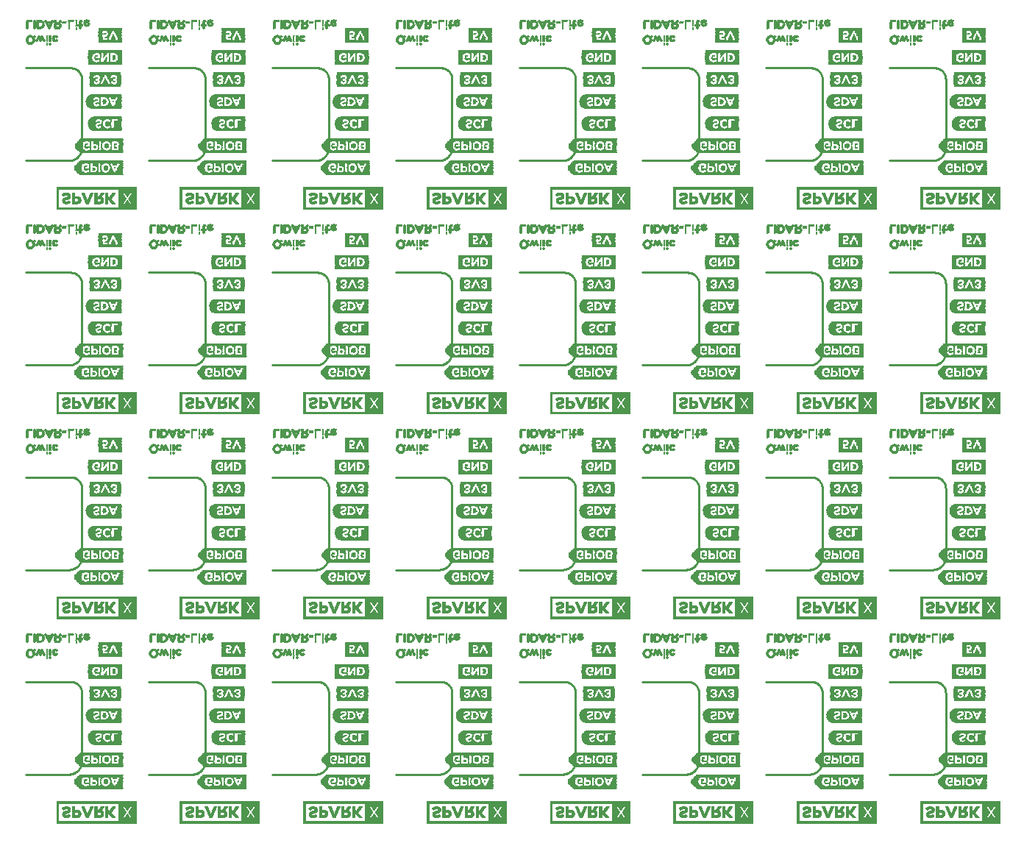
<source format=gbo>
G75*
%MOIN*%
%OFA0B0*%
%FSLAX25Y25*%
%IPPOS*%
%LPD*%
%AMOC8*
5,1,8,0,0,1.08239X$1,22.5*
%
%ADD10C,0.01000*%
%ADD11R,0.15276X0.00157*%
%ADD12R,0.03307X0.00157*%
%ADD13R,0.11024X0.00157*%
%ADD14R,0.02992X0.00157*%
%ADD15R,0.01260X0.00157*%
%ADD16R,0.01890X0.00157*%
%ADD17R,0.00630X0.00157*%
%ADD18R,0.02677X0.00157*%
%ADD19R,0.00787X0.00157*%
%ADD20R,0.01575X0.00157*%
%ADD21R,0.00472X0.00157*%
%ADD22R,0.02520X0.00157*%
%ADD23R,0.01417X0.00157*%
%ADD24R,0.02205X0.00157*%
%ADD25R,0.02362X0.00157*%
%ADD26R,0.02047X0.00157*%
%ADD27R,0.01102X0.00157*%
%ADD28R,0.00945X0.00157*%
%ADD29R,0.02835X0.00157*%
%ADD30R,0.01732X0.00157*%
%ADD31R,0.00157X0.00157*%
%ADD32R,0.00315X0.00157*%
%ADD33R,0.03150X0.00157*%
%ADD34R,0.14331X0.00157*%
%ADD35R,0.07087X0.00157*%
%ADD36R,0.03465X0.00157*%
%ADD37C,0.00039*%
%ADD38R,0.19213X0.00157*%
%ADD39R,0.19370X0.00157*%
%ADD40R,0.19685X0.00157*%
%ADD41R,0.19843X0.00157*%
%ADD42R,0.20000X0.00157*%
%ADD43R,0.20157X0.00157*%
%ADD44R,0.20315X0.00157*%
%ADD45R,0.08346X0.00157*%
%ADD46R,0.12913X0.00157*%
%ADD47R,0.13386X0.00157*%
%ADD48R,0.13701X0.00157*%
%ADD49R,0.14016X0.00157*%
%ADD50R,0.14173X0.00157*%
%ADD51R,0.14488X0.00157*%
%ADD52R,0.03780X0.00157*%
%ADD53R,0.06142X0.00157*%
%ADD54R,0.03622X0.00157*%
%ADD55R,0.03937X0.00157*%
%ADD56R,0.04252X0.00157*%
%ADD57R,0.04882X0.00157*%
%ADD58R,0.05197X0.00157*%
%ADD59R,0.13858X0.00157*%
%ADD60R,0.14646X0.00157*%
%ADD61R,0.14961X0.00157*%
%ADD62R,0.15118X0.00157*%
%ADD63R,0.15433X0.00157*%
%ADD64R,0.04409X0.00157*%
%ADD65R,0.05354X0.00157*%
%ADD66R,0.10551X0.00157*%
%ADD67R,0.19528X0.00157*%
%ADD68R,0.20472X0.00157*%
%ADD69R,0.20630X0.00157*%
%ADD70R,0.08189X0.00157*%
%ADD71R,0.07402X0.00157*%
%ADD72R,0.04094X0.00157*%
D10*
X0181343Y0052951D02*
X0200843Y0052951D01*
X0200995Y0052953D01*
X0201147Y0052959D01*
X0201299Y0052968D01*
X0201450Y0052982D01*
X0201601Y0052999D01*
X0201752Y0053020D01*
X0201902Y0053045D01*
X0202051Y0053074D01*
X0202199Y0053106D01*
X0202347Y0053143D01*
X0202494Y0053182D01*
X0202639Y0053226D01*
X0202784Y0053274D01*
X0202927Y0053324D01*
X0203069Y0053379D01*
X0203209Y0053437D01*
X0203348Y0053499D01*
X0203485Y0053564D01*
X0203621Y0053633D01*
X0203755Y0053705D01*
X0203887Y0053780D01*
X0204017Y0053859D01*
X0204145Y0053941D01*
X0204271Y0054026D01*
X0204394Y0054115D01*
X0204516Y0054206D01*
X0204635Y0054301D01*
X0204751Y0054398D01*
X0204865Y0054499D01*
X0204977Y0054602D01*
X0205086Y0054708D01*
X0205192Y0054817D01*
X0205295Y0054929D01*
X0205396Y0055043D01*
X0205493Y0055159D01*
X0205588Y0055278D01*
X0205679Y0055400D01*
X0205768Y0055523D01*
X0205853Y0055649D01*
X0205935Y0055777D01*
X0206014Y0055907D01*
X0206089Y0056039D01*
X0206161Y0056173D01*
X0206230Y0056309D01*
X0206295Y0056446D01*
X0206357Y0056585D01*
X0206415Y0056725D01*
X0206470Y0056867D01*
X0206520Y0057010D01*
X0206568Y0057155D01*
X0206612Y0057300D01*
X0206651Y0057447D01*
X0206688Y0057595D01*
X0206720Y0057743D01*
X0206749Y0057892D01*
X0206774Y0058042D01*
X0206795Y0058193D01*
X0206812Y0058344D01*
X0206826Y0058495D01*
X0206835Y0058647D01*
X0206841Y0058799D01*
X0206843Y0058951D01*
X0206843Y0089951D01*
X0206841Y0090091D01*
X0206835Y0090231D01*
X0206825Y0090371D01*
X0206812Y0090511D01*
X0206794Y0090650D01*
X0206772Y0090789D01*
X0206747Y0090926D01*
X0206718Y0091064D01*
X0206685Y0091200D01*
X0206648Y0091335D01*
X0206607Y0091469D01*
X0206562Y0091602D01*
X0206514Y0091734D01*
X0206462Y0091864D01*
X0206407Y0091993D01*
X0206348Y0092120D01*
X0206285Y0092246D01*
X0206219Y0092370D01*
X0206150Y0092491D01*
X0206077Y0092611D01*
X0206000Y0092729D01*
X0205921Y0092844D01*
X0205838Y0092958D01*
X0205752Y0093068D01*
X0205663Y0093177D01*
X0205571Y0093283D01*
X0205476Y0093386D01*
X0205379Y0093487D01*
X0205278Y0093584D01*
X0205175Y0093679D01*
X0205069Y0093771D01*
X0204960Y0093860D01*
X0204850Y0093946D01*
X0204736Y0094029D01*
X0204621Y0094108D01*
X0204503Y0094185D01*
X0204383Y0094258D01*
X0204262Y0094327D01*
X0204138Y0094393D01*
X0204012Y0094456D01*
X0203885Y0094515D01*
X0203756Y0094570D01*
X0203626Y0094622D01*
X0203494Y0094670D01*
X0203361Y0094715D01*
X0203227Y0094756D01*
X0203092Y0094793D01*
X0202956Y0094826D01*
X0202818Y0094855D01*
X0202681Y0094880D01*
X0202542Y0094902D01*
X0202403Y0094920D01*
X0202263Y0094933D01*
X0202123Y0094943D01*
X0201983Y0094949D01*
X0201843Y0094951D01*
X0181343Y0094951D01*
X0237265Y0094951D02*
X0257765Y0094951D01*
X0257905Y0094949D01*
X0258045Y0094943D01*
X0258185Y0094933D01*
X0258325Y0094920D01*
X0258464Y0094902D01*
X0258603Y0094880D01*
X0258740Y0094855D01*
X0258878Y0094826D01*
X0259014Y0094793D01*
X0259149Y0094756D01*
X0259283Y0094715D01*
X0259416Y0094670D01*
X0259548Y0094622D01*
X0259678Y0094570D01*
X0259807Y0094515D01*
X0259934Y0094456D01*
X0260060Y0094393D01*
X0260184Y0094327D01*
X0260305Y0094258D01*
X0260425Y0094185D01*
X0260543Y0094108D01*
X0260658Y0094029D01*
X0260772Y0093946D01*
X0260882Y0093860D01*
X0260991Y0093771D01*
X0261097Y0093679D01*
X0261200Y0093584D01*
X0261301Y0093487D01*
X0261398Y0093386D01*
X0261493Y0093283D01*
X0261585Y0093177D01*
X0261674Y0093068D01*
X0261760Y0092958D01*
X0261843Y0092844D01*
X0261922Y0092729D01*
X0261999Y0092611D01*
X0262072Y0092491D01*
X0262141Y0092370D01*
X0262207Y0092246D01*
X0262270Y0092120D01*
X0262329Y0091993D01*
X0262384Y0091864D01*
X0262436Y0091734D01*
X0262484Y0091602D01*
X0262529Y0091469D01*
X0262570Y0091335D01*
X0262607Y0091200D01*
X0262640Y0091064D01*
X0262669Y0090926D01*
X0262694Y0090789D01*
X0262716Y0090650D01*
X0262734Y0090511D01*
X0262747Y0090371D01*
X0262757Y0090231D01*
X0262763Y0090091D01*
X0262765Y0089951D01*
X0262765Y0058951D01*
X0262763Y0058799D01*
X0262757Y0058647D01*
X0262748Y0058495D01*
X0262734Y0058344D01*
X0262717Y0058193D01*
X0262696Y0058042D01*
X0262671Y0057892D01*
X0262642Y0057743D01*
X0262610Y0057595D01*
X0262573Y0057447D01*
X0262534Y0057300D01*
X0262490Y0057155D01*
X0262442Y0057010D01*
X0262392Y0056867D01*
X0262337Y0056725D01*
X0262279Y0056585D01*
X0262217Y0056446D01*
X0262152Y0056309D01*
X0262083Y0056173D01*
X0262011Y0056039D01*
X0261936Y0055907D01*
X0261857Y0055777D01*
X0261775Y0055649D01*
X0261690Y0055523D01*
X0261601Y0055400D01*
X0261510Y0055278D01*
X0261415Y0055159D01*
X0261318Y0055043D01*
X0261217Y0054929D01*
X0261114Y0054817D01*
X0261008Y0054708D01*
X0260899Y0054602D01*
X0260787Y0054499D01*
X0260673Y0054398D01*
X0260557Y0054301D01*
X0260438Y0054206D01*
X0260316Y0054115D01*
X0260193Y0054026D01*
X0260067Y0053941D01*
X0259939Y0053859D01*
X0259809Y0053780D01*
X0259677Y0053705D01*
X0259543Y0053633D01*
X0259407Y0053564D01*
X0259270Y0053499D01*
X0259131Y0053437D01*
X0258991Y0053379D01*
X0258849Y0053324D01*
X0258706Y0053274D01*
X0258561Y0053226D01*
X0258416Y0053182D01*
X0258269Y0053143D01*
X0258121Y0053106D01*
X0257973Y0053074D01*
X0257824Y0053045D01*
X0257674Y0053020D01*
X0257523Y0052999D01*
X0257372Y0052982D01*
X0257221Y0052968D01*
X0257069Y0052959D01*
X0256917Y0052953D01*
X0256765Y0052951D01*
X0237265Y0052951D01*
X0293186Y0052951D02*
X0312686Y0052951D01*
X0312838Y0052953D01*
X0312990Y0052959D01*
X0313142Y0052968D01*
X0313293Y0052982D01*
X0313444Y0052999D01*
X0313595Y0053020D01*
X0313745Y0053045D01*
X0313894Y0053074D01*
X0314042Y0053106D01*
X0314190Y0053143D01*
X0314337Y0053182D01*
X0314482Y0053226D01*
X0314627Y0053274D01*
X0314770Y0053324D01*
X0314912Y0053379D01*
X0315052Y0053437D01*
X0315191Y0053499D01*
X0315328Y0053564D01*
X0315464Y0053633D01*
X0315598Y0053705D01*
X0315730Y0053780D01*
X0315860Y0053859D01*
X0315988Y0053941D01*
X0316114Y0054026D01*
X0316237Y0054115D01*
X0316359Y0054206D01*
X0316478Y0054301D01*
X0316594Y0054398D01*
X0316708Y0054499D01*
X0316820Y0054602D01*
X0316929Y0054708D01*
X0317035Y0054817D01*
X0317138Y0054929D01*
X0317239Y0055043D01*
X0317336Y0055159D01*
X0317431Y0055278D01*
X0317522Y0055400D01*
X0317611Y0055523D01*
X0317696Y0055649D01*
X0317778Y0055777D01*
X0317857Y0055907D01*
X0317932Y0056039D01*
X0318004Y0056173D01*
X0318073Y0056309D01*
X0318138Y0056446D01*
X0318200Y0056585D01*
X0318258Y0056725D01*
X0318313Y0056867D01*
X0318363Y0057010D01*
X0318411Y0057155D01*
X0318455Y0057300D01*
X0318494Y0057447D01*
X0318531Y0057595D01*
X0318563Y0057743D01*
X0318592Y0057892D01*
X0318617Y0058042D01*
X0318638Y0058193D01*
X0318655Y0058344D01*
X0318669Y0058495D01*
X0318678Y0058647D01*
X0318684Y0058799D01*
X0318686Y0058951D01*
X0318686Y0089951D01*
X0318684Y0090091D01*
X0318678Y0090231D01*
X0318668Y0090371D01*
X0318655Y0090511D01*
X0318637Y0090650D01*
X0318615Y0090789D01*
X0318590Y0090926D01*
X0318561Y0091064D01*
X0318528Y0091200D01*
X0318491Y0091335D01*
X0318450Y0091469D01*
X0318405Y0091602D01*
X0318357Y0091734D01*
X0318305Y0091864D01*
X0318250Y0091993D01*
X0318191Y0092120D01*
X0318128Y0092246D01*
X0318062Y0092370D01*
X0317993Y0092491D01*
X0317920Y0092611D01*
X0317843Y0092729D01*
X0317764Y0092844D01*
X0317681Y0092958D01*
X0317595Y0093068D01*
X0317506Y0093177D01*
X0317414Y0093283D01*
X0317319Y0093386D01*
X0317222Y0093487D01*
X0317121Y0093584D01*
X0317018Y0093679D01*
X0316912Y0093771D01*
X0316803Y0093860D01*
X0316693Y0093946D01*
X0316579Y0094029D01*
X0316464Y0094108D01*
X0316346Y0094185D01*
X0316226Y0094258D01*
X0316105Y0094327D01*
X0315981Y0094393D01*
X0315855Y0094456D01*
X0315728Y0094515D01*
X0315599Y0094570D01*
X0315469Y0094622D01*
X0315337Y0094670D01*
X0315204Y0094715D01*
X0315070Y0094756D01*
X0314935Y0094793D01*
X0314799Y0094826D01*
X0314661Y0094855D01*
X0314524Y0094880D01*
X0314385Y0094902D01*
X0314246Y0094920D01*
X0314106Y0094933D01*
X0313966Y0094943D01*
X0313826Y0094949D01*
X0313686Y0094951D01*
X0293186Y0094951D01*
X0349107Y0094951D02*
X0369607Y0094951D01*
X0369747Y0094949D01*
X0369887Y0094943D01*
X0370027Y0094933D01*
X0370167Y0094920D01*
X0370306Y0094902D01*
X0370445Y0094880D01*
X0370582Y0094855D01*
X0370720Y0094826D01*
X0370856Y0094793D01*
X0370991Y0094756D01*
X0371125Y0094715D01*
X0371258Y0094670D01*
X0371390Y0094622D01*
X0371520Y0094570D01*
X0371649Y0094515D01*
X0371776Y0094456D01*
X0371902Y0094393D01*
X0372026Y0094327D01*
X0372147Y0094258D01*
X0372267Y0094185D01*
X0372385Y0094108D01*
X0372500Y0094029D01*
X0372614Y0093946D01*
X0372724Y0093860D01*
X0372833Y0093771D01*
X0372939Y0093679D01*
X0373042Y0093584D01*
X0373143Y0093487D01*
X0373240Y0093386D01*
X0373335Y0093283D01*
X0373427Y0093177D01*
X0373516Y0093068D01*
X0373602Y0092958D01*
X0373685Y0092844D01*
X0373764Y0092729D01*
X0373841Y0092611D01*
X0373914Y0092491D01*
X0373983Y0092370D01*
X0374049Y0092246D01*
X0374112Y0092120D01*
X0374171Y0091993D01*
X0374226Y0091864D01*
X0374278Y0091734D01*
X0374326Y0091602D01*
X0374371Y0091469D01*
X0374412Y0091335D01*
X0374449Y0091200D01*
X0374482Y0091064D01*
X0374511Y0090926D01*
X0374536Y0090789D01*
X0374558Y0090650D01*
X0374576Y0090511D01*
X0374589Y0090371D01*
X0374599Y0090231D01*
X0374605Y0090091D01*
X0374607Y0089951D01*
X0374607Y0058951D01*
X0374605Y0058799D01*
X0374599Y0058647D01*
X0374590Y0058495D01*
X0374576Y0058344D01*
X0374559Y0058193D01*
X0374538Y0058042D01*
X0374513Y0057892D01*
X0374484Y0057743D01*
X0374452Y0057595D01*
X0374415Y0057447D01*
X0374376Y0057300D01*
X0374332Y0057155D01*
X0374284Y0057010D01*
X0374234Y0056867D01*
X0374179Y0056725D01*
X0374121Y0056585D01*
X0374059Y0056446D01*
X0373994Y0056309D01*
X0373925Y0056173D01*
X0373853Y0056039D01*
X0373778Y0055907D01*
X0373699Y0055777D01*
X0373617Y0055649D01*
X0373532Y0055523D01*
X0373443Y0055400D01*
X0373352Y0055278D01*
X0373257Y0055159D01*
X0373160Y0055043D01*
X0373059Y0054929D01*
X0372956Y0054817D01*
X0372850Y0054708D01*
X0372741Y0054602D01*
X0372629Y0054499D01*
X0372515Y0054398D01*
X0372399Y0054301D01*
X0372280Y0054206D01*
X0372158Y0054115D01*
X0372035Y0054026D01*
X0371909Y0053941D01*
X0371781Y0053859D01*
X0371651Y0053780D01*
X0371519Y0053705D01*
X0371385Y0053633D01*
X0371249Y0053564D01*
X0371112Y0053499D01*
X0370973Y0053437D01*
X0370833Y0053379D01*
X0370691Y0053324D01*
X0370548Y0053274D01*
X0370403Y0053226D01*
X0370258Y0053182D01*
X0370111Y0053143D01*
X0369963Y0053106D01*
X0369815Y0053074D01*
X0369666Y0053045D01*
X0369516Y0053020D01*
X0369365Y0052999D01*
X0369214Y0052982D01*
X0369063Y0052968D01*
X0368911Y0052959D01*
X0368759Y0052953D01*
X0368607Y0052951D01*
X0349107Y0052951D01*
X0405028Y0052951D02*
X0424528Y0052951D01*
X0424680Y0052953D01*
X0424832Y0052959D01*
X0424984Y0052968D01*
X0425135Y0052982D01*
X0425286Y0052999D01*
X0425437Y0053020D01*
X0425587Y0053045D01*
X0425736Y0053074D01*
X0425884Y0053106D01*
X0426032Y0053143D01*
X0426179Y0053182D01*
X0426324Y0053226D01*
X0426469Y0053274D01*
X0426612Y0053324D01*
X0426754Y0053379D01*
X0426894Y0053437D01*
X0427033Y0053499D01*
X0427170Y0053564D01*
X0427306Y0053633D01*
X0427440Y0053705D01*
X0427572Y0053780D01*
X0427702Y0053859D01*
X0427830Y0053941D01*
X0427956Y0054026D01*
X0428079Y0054115D01*
X0428201Y0054206D01*
X0428320Y0054301D01*
X0428436Y0054398D01*
X0428550Y0054499D01*
X0428662Y0054602D01*
X0428771Y0054708D01*
X0428877Y0054817D01*
X0428980Y0054929D01*
X0429081Y0055043D01*
X0429178Y0055159D01*
X0429273Y0055278D01*
X0429364Y0055400D01*
X0429453Y0055523D01*
X0429538Y0055649D01*
X0429620Y0055777D01*
X0429699Y0055907D01*
X0429774Y0056039D01*
X0429846Y0056173D01*
X0429915Y0056309D01*
X0429980Y0056446D01*
X0430042Y0056585D01*
X0430100Y0056725D01*
X0430155Y0056867D01*
X0430205Y0057010D01*
X0430253Y0057155D01*
X0430297Y0057300D01*
X0430336Y0057447D01*
X0430373Y0057595D01*
X0430405Y0057743D01*
X0430434Y0057892D01*
X0430459Y0058042D01*
X0430480Y0058193D01*
X0430497Y0058344D01*
X0430511Y0058495D01*
X0430520Y0058647D01*
X0430526Y0058799D01*
X0430528Y0058951D01*
X0430528Y0089951D01*
X0430526Y0090091D01*
X0430520Y0090231D01*
X0430510Y0090371D01*
X0430497Y0090511D01*
X0430479Y0090650D01*
X0430457Y0090789D01*
X0430432Y0090926D01*
X0430403Y0091064D01*
X0430370Y0091200D01*
X0430333Y0091335D01*
X0430292Y0091469D01*
X0430247Y0091602D01*
X0430199Y0091734D01*
X0430147Y0091864D01*
X0430092Y0091993D01*
X0430033Y0092120D01*
X0429970Y0092246D01*
X0429904Y0092370D01*
X0429835Y0092491D01*
X0429762Y0092611D01*
X0429685Y0092729D01*
X0429606Y0092844D01*
X0429523Y0092958D01*
X0429437Y0093068D01*
X0429348Y0093177D01*
X0429256Y0093283D01*
X0429161Y0093386D01*
X0429064Y0093487D01*
X0428963Y0093584D01*
X0428860Y0093679D01*
X0428754Y0093771D01*
X0428645Y0093860D01*
X0428535Y0093946D01*
X0428421Y0094029D01*
X0428306Y0094108D01*
X0428188Y0094185D01*
X0428068Y0094258D01*
X0427947Y0094327D01*
X0427823Y0094393D01*
X0427697Y0094456D01*
X0427570Y0094515D01*
X0427441Y0094570D01*
X0427311Y0094622D01*
X0427179Y0094670D01*
X0427046Y0094715D01*
X0426912Y0094756D01*
X0426777Y0094793D01*
X0426641Y0094826D01*
X0426503Y0094855D01*
X0426366Y0094880D01*
X0426227Y0094902D01*
X0426088Y0094920D01*
X0425948Y0094933D01*
X0425808Y0094943D01*
X0425668Y0094949D01*
X0425528Y0094951D01*
X0405028Y0094951D01*
X0460950Y0094951D02*
X0481450Y0094951D01*
X0481590Y0094949D01*
X0481730Y0094943D01*
X0481870Y0094933D01*
X0482010Y0094920D01*
X0482149Y0094902D01*
X0482288Y0094880D01*
X0482425Y0094855D01*
X0482563Y0094826D01*
X0482699Y0094793D01*
X0482834Y0094756D01*
X0482968Y0094715D01*
X0483101Y0094670D01*
X0483233Y0094622D01*
X0483363Y0094570D01*
X0483492Y0094515D01*
X0483619Y0094456D01*
X0483745Y0094393D01*
X0483869Y0094327D01*
X0483990Y0094258D01*
X0484110Y0094185D01*
X0484228Y0094108D01*
X0484343Y0094029D01*
X0484457Y0093946D01*
X0484567Y0093860D01*
X0484676Y0093771D01*
X0484782Y0093679D01*
X0484885Y0093584D01*
X0484986Y0093487D01*
X0485083Y0093386D01*
X0485178Y0093283D01*
X0485270Y0093177D01*
X0485359Y0093068D01*
X0485445Y0092958D01*
X0485528Y0092844D01*
X0485607Y0092729D01*
X0485684Y0092611D01*
X0485757Y0092491D01*
X0485826Y0092370D01*
X0485892Y0092246D01*
X0485955Y0092120D01*
X0486014Y0091993D01*
X0486069Y0091864D01*
X0486121Y0091734D01*
X0486169Y0091602D01*
X0486214Y0091469D01*
X0486255Y0091335D01*
X0486292Y0091200D01*
X0486325Y0091064D01*
X0486354Y0090926D01*
X0486379Y0090789D01*
X0486401Y0090650D01*
X0486419Y0090511D01*
X0486432Y0090371D01*
X0486442Y0090231D01*
X0486448Y0090091D01*
X0486450Y0089951D01*
X0486450Y0058951D01*
X0486448Y0058799D01*
X0486442Y0058647D01*
X0486433Y0058495D01*
X0486419Y0058344D01*
X0486402Y0058193D01*
X0486381Y0058042D01*
X0486356Y0057892D01*
X0486327Y0057743D01*
X0486295Y0057595D01*
X0486258Y0057447D01*
X0486219Y0057300D01*
X0486175Y0057155D01*
X0486127Y0057010D01*
X0486077Y0056867D01*
X0486022Y0056725D01*
X0485964Y0056585D01*
X0485902Y0056446D01*
X0485837Y0056309D01*
X0485768Y0056173D01*
X0485696Y0056039D01*
X0485621Y0055907D01*
X0485542Y0055777D01*
X0485460Y0055649D01*
X0485375Y0055523D01*
X0485286Y0055400D01*
X0485195Y0055278D01*
X0485100Y0055159D01*
X0485003Y0055043D01*
X0484902Y0054929D01*
X0484799Y0054817D01*
X0484693Y0054708D01*
X0484584Y0054602D01*
X0484472Y0054499D01*
X0484358Y0054398D01*
X0484242Y0054301D01*
X0484123Y0054206D01*
X0484001Y0054115D01*
X0483878Y0054026D01*
X0483752Y0053941D01*
X0483624Y0053859D01*
X0483494Y0053780D01*
X0483362Y0053705D01*
X0483228Y0053633D01*
X0483092Y0053564D01*
X0482955Y0053499D01*
X0482816Y0053437D01*
X0482676Y0053379D01*
X0482534Y0053324D01*
X0482391Y0053274D01*
X0482246Y0053226D01*
X0482101Y0053182D01*
X0481954Y0053143D01*
X0481806Y0053106D01*
X0481658Y0053074D01*
X0481509Y0053045D01*
X0481359Y0053020D01*
X0481208Y0052999D01*
X0481057Y0052982D01*
X0480906Y0052968D01*
X0480754Y0052959D01*
X0480602Y0052953D01*
X0480450Y0052951D01*
X0460950Y0052951D01*
X0516871Y0052951D02*
X0536371Y0052951D01*
X0536523Y0052953D01*
X0536675Y0052959D01*
X0536827Y0052968D01*
X0536978Y0052982D01*
X0537129Y0052999D01*
X0537280Y0053020D01*
X0537430Y0053045D01*
X0537579Y0053074D01*
X0537727Y0053106D01*
X0537875Y0053143D01*
X0538022Y0053182D01*
X0538167Y0053226D01*
X0538312Y0053274D01*
X0538455Y0053324D01*
X0538597Y0053379D01*
X0538737Y0053437D01*
X0538876Y0053499D01*
X0539013Y0053564D01*
X0539149Y0053633D01*
X0539283Y0053705D01*
X0539415Y0053780D01*
X0539545Y0053859D01*
X0539673Y0053941D01*
X0539799Y0054026D01*
X0539922Y0054115D01*
X0540044Y0054206D01*
X0540163Y0054301D01*
X0540279Y0054398D01*
X0540393Y0054499D01*
X0540505Y0054602D01*
X0540614Y0054708D01*
X0540720Y0054817D01*
X0540823Y0054929D01*
X0540924Y0055043D01*
X0541021Y0055159D01*
X0541116Y0055278D01*
X0541207Y0055400D01*
X0541296Y0055523D01*
X0541381Y0055649D01*
X0541463Y0055777D01*
X0541542Y0055907D01*
X0541617Y0056039D01*
X0541689Y0056173D01*
X0541758Y0056309D01*
X0541823Y0056446D01*
X0541885Y0056585D01*
X0541943Y0056725D01*
X0541998Y0056867D01*
X0542048Y0057010D01*
X0542096Y0057155D01*
X0542140Y0057300D01*
X0542179Y0057447D01*
X0542216Y0057595D01*
X0542248Y0057743D01*
X0542277Y0057892D01*
X0542302Y0058042D01*
X0542323Y0058193D01*
X0542340Y0058344D01*
X0542354Y0058495D01*
X0542363Y0058647D01*
X0542369Y0058799D01*
X0542371Y0058951D01*
X0542371Y0089951D01*
X0542369Y0090091D01*
X0542363Y0090231D01*
X0542353Y0090371D01*
X0542340Y0090511D01*
X0542322Y0090650D01*
X0542300Y0090789D01*
X0542275Y0090926D01*
X0542246Y0091064D01*
X0542213Y0091200D01*
X0542176Y0091335D01*
X0542135Y0091469D01*
X0542090Y0091602D01*
X0542042Y0091734D01*
X0541990Y0091864D01*
X0541935Y0091993D01*
X0541876Y0092120D01*
X0541813Y0092246D01*
X0541747Y0092370D01*
X0541678Y0092491D01*
X0541605Y0092611D01*
X0541528Y0092729D01*
X0541449Y0092844D01*
X0541366Y0092958D01*
X0541280Y0093068D01*
X0541191Y0093177D01*
X0541099Y0093283D01*
X0541004Y0093386D01*
X0540907Y0093487D01*
X0540806Y0093584D01*
X0540703Y0093679D01*
X0540597Y0093771D01*
X0540488Y0093860D01*
X0540378Y0093946D01*
X0540264Y0094029D01*
X0540149Y0094108D01*
X0540031Y0094185D01*
X0539911Y0094258D01*
X0539790Y0094327D01*
X0539666Y0094393D01*
X0539540Y0094456D01*
X0539413Y0094515D01*
X0539284Y0094570D01*
X0539154Y0094622D01*
X0539022Y0094670D01*
X0538889Y0094715D01*
X0538755Y0094756D01*
X0538620Y0094793D01*
X0538484Y0094826D01*
X0538346Y0094855D01*
X0538209Y0094880D01*
X0538070Y0094902D01*
X0537931Y0094920D01*
X0537791Y0094933D01*
X0537651Y0094943D01*
X0537511Y0094949D01*
X0537371Y0094951D01*
X0516871Y0094951D01*
X0572792Y0094951D02*
X0593292Y0094951D01*
X0593432Y0094949D01*
X0593572Y0094943D01*
X0593712Y0094933D01*
X0593852Y0094920D01*
X0593991Y0094902D01*
X0594130Y0094880D01*
X0594267Y0094855D01*
X0594405Y0094826D01*
X0594541Y0094793D01*
X0594676Y0094756D01*
X0594810Y0094715D01*
X0594943Y0094670D01*
X0595075Y0094622D01*
X0595205Y0094570D01*
X0595334Y0094515D01*
X0595461Y0094456D01*
X0595587Y0094393D01*
X0595711Y0094327D01*
X0595832Y0094258D01*
X0595952Y0094185D01*
X0596070Y0094108D01*
X0596185Y0094029D01*
X0596299Y0093946D01*
X0596409Y0093860D01*
X0596518Y0093771D01*
X0596624Y0093679D01*
X0596727Y0093584D01*
X0596828Y0093487D01*
X0596925Y0093386D01*
X0597020Y0093283D01*
X0597112Y0093177D01*
X0597201Y0093068D01*
X0597287Y0092958D01*
X0597370Y0092844D01*
X0597449Y0092729D01*
X0597526Y0092611D01*
X0597599Y0092491D01*
X0597668Y0092370D01*
X0597734Y0092246D01*
X0597797Y0092120D01*
X0597856Y0091993D01*
X0597911Y0091864D01*
X0597963Y0091734D01*
X0598011Y0091602D01*
X0598056Y0091469D01*
X0598097Y0091335D01*
X0598134Y0091200D01*
X0598167Y0091064D01*
X0598196Y0090926D01*
X0598221Y0090789D01*
X0598243Y0090650D01*
X0598261Y0090511D01*
X0598274Y0090371D01*
X0598284Y0090231D01*
X0598290Y0090091D01*
X0598292Y0089951D01*
X0598292Y0058951D01*
X0598290Y0058799D01*
X0598284Y0058647D01*
X0598275Y0058495D01*
X0598261Y0058344D01*
X0598244Y0058193D01*
X0598223Y0058042D01*
X0598198Y0057892D01*
X0598169Y0057743D01*
X0598137Y0057595D01*
X0598100Y0057447D01*
X0598061Y0057300D01*
X0598017Y0057155D01*
X0597969Y0057010D01*
X0597919Y0056867D01*
X0597864Y0056725D01*
X0597806Y0056585D01*
X0597744Y0056446D01*
X0597679Y0056309D01*
X0597610Y0056173D01*
X0597538Y0056039D01*
X0597463Y0055907D01*
X0597384Y0055777D01*
X0597302Y0055649D01*
X0597217Y0055523D01*
X0597128Y0055400D01*
X0597037Y0055278D01*
X0596942Y0055159D01*
X0596845Y0055043D01*
X0596744Y0054929D01*
X0596641Y0054817D01*
X0596535Y0054708D01*
X0596426Y0054602D01*
X0596314Y0054499D01*
X0596200Y0054398D01*
X0596084Y0054301D01*
X0595965Y0054206D01*
X0595843Y0054115D01*
X0595720Y0054026D01*
X0595594Y0053941D01*
X0595466Y0053859D01*
X0595336Y0053780D01*
X0595204Y0053705D01*
X0595070Y0053633D01*
X0594934Y0053564D01*
X0594797Y0053499D01*
X0594658Y0053437D01*
X0594518Y0053379D01*
X0594376Y0053324D01*
X0594233Y0053274D01*
X0594088Y0053226D01*
X0593943Y0053182D01*
X0593796Y0053143D01*
X0593648Y0053106D01*
X0593500Y0053074D01*
X0593351Y0053045D01*
X0593201Y0053020D01*
X0593050Y0052999D01*
X0592899Y0052982D01*
X0592748Y0052968D01*
X0592596Y0052959D01*
X0592444Y0052953D01*
X0592292Y0052951D01*
X0572792Y0052951D01*
X0572792Y0145652D02*
X0592292Y0145652D01*
X0592444Y0145654D01*
X0592596Y0145660D01*
X0592748Y0145669D01*
X0592899Y0145683D01*
X0593050Y0145700D01*
X0593201Y0145721D01*
X0593351Y0145746D01*
X0593500Y0145775D01*
X0593648Y0145807D01*
X0593796Y0145844D01*
X0593943Y0145883D01*
X0594088Y0145927D01*
X0594233Y0145975D01*
X0594376Y0146025D01*
X0594518Y0146080D01*
X0594658Y0146138D01*
X0594797Y0146200D01*
X0594934Y0146265D01*
X0595070Y0146334D01*
X0595204Y0146406D01*
X0595336Y0146481D01*
X0595466Y0146560D01*
X0595594Y0146642D01*
X0595720Y0146727D01*
X0595843Y0146816D01*
X0595965Y0146907D01*
X0596084Y0147002D01*
X0596200Y0147099D01*
X0596314Y0147200D01*
X0596426Y0147303D01*
X0596535Y0147409D01*
X0596641Y0147518D01*
X0596744Y0147630D01*
X0596845Y0147744D01*
X0596942Y0147860D01*
X0597037Y0147979D01*
X0597128Y0148101D01*
X0597217Y0148224D01*
X0597302Y0148350D01*
X0597384Y0148478D01*
X0597463Y0148608D01*
X0597538Y0148740D01*
X0597610Y0148874D01*
X0597679Y0149010D01*
X0597744Y0149147D01*
X0597806Y0149286D01*
X0597864Y0149426D01*
X0597919Y0149568D01*
X0597969Y0149711D01*
X0598017Y0149856D01*
X0598061Y0150001D01*
X0598100Y0150148D01*
X0598137Y0150296D01*
X0598169Y0150444D01*
X0598198Y0150593D01*
X0598223Y0150743D01*
X0598244Y0150894D01*
X0598261Y0151045D01*
X0598275Y0151196D01*
X0598284Y0151348D01*
X0598290Y0151500D01*
X0598292Y0151652D01*
X0598292Y0182652D01*
X0598290Y0182792D01*
X0598284Y0182932D01*
X0598274Y0183072D01*
X0598261Y0183212D01*
X0598243Y0183351D01*
X0598221Y0183490D01*
X0598196Y0183627D01*
X0598167Y0183765D01*
X0598134Y0183901D01*
X0598097Y0184036D01*
X0598056Y0184170D01*
X0598011Y0184303D01*
X0597963Y0184435D01*
X0597911Y0184565D01*
X0597856Y0184694D01*
X0597797Y0184821D01*
X0597734Y0184947D01*
X0597668Y0185071D01*
X0597599Y0185192D01*
X0597526Y0185312D01*
X0597449Y0185430D01*
X0597370Y0185545D01*
X0597287Y0185659D01*
X0597201Y0185769D01*
X0597112Y0185878D01*
X0597020Y0185984D01*
X0596925Y0186087D01*
X0596828Y0186188D01*
X0596727Y0186285D01*
X0596624Y0186380D01*
X0596518Y0186472D01*
X0596409Y0186561D01*
X0596299Y0186647D01*
X0596185Y0186730D01*
X0596070Y0186809D01*
X0595952Y0186886D01*
X0595832Y0186959D01*
X0595711Y0187028D01*
X0595587Y0187094D01*
X0595461Y0187157D01*
X0595334Y0187216D01*
X0595205Y0187271D01*
X0595075Y0187323D01*
X0594943Y0187371D01*
X0594810Y0187416D01*
X0594676Y0187457D01*
X0594541Y0187494D01*
X0594405Y0187527D01*
X0594267Y0187556D01*
X0594130Y0187581D01*
X0593991Y0187603D01*
X0593852Y0187621D01*
X0593712Y0187634D01*
X0593572Y0187644D01*
X0593432Y0187650D01*
X0593292Y0187652D01*
X0572792Y0187652D01*
X0542371Y0182652D02*
X0542371Y0151652D01*
X0542369Y0151500D01*
X0542363Y0151348D01*
X0542354Y0151196D01*
X0542340Y0151045D01*
X0542323Y0150894D01*
X0542302Y0150743D01*
X0542277Y0150593D01*
X0542248Y0150444D01*
X0542216Y0150296D01*
X0542179Y0150148D01*
X0542140Y0150001D01*
X0542096Y0149856D01*
X0542048Y0149711D01*
X0541998Y0149568D01*
X0541943Y0149426D01*
X0541885Y0149286D01*
X0541823Y0149147D01*
X0541758Y0149010D01*
X0541689Y0148874D01*
X0541617Y0148740D01*
X0541542Y0148608D01*
X0541463Y0148478D01*
X0541381Y0148350D01*
X0541296Y0148224D01*
X0541207Y0148101D01*
X0541116Y0147979D01*
X0541021Y0147860D01*
X0540924Y0147744D01*
X0540823Y0147630D01*
X0540720Y0147518D01*
X0540614Y0147409D01*
X0540505Y0147303D01*
X0540393Y0147200D01*
X0540279Y0147099D01*
X0540163Y0147002D01*
X0540044Y0146907D01*
X0539922Y0146816D01*
X0539799Y0146727D01*
X0539673Y0146642D01*
X0539545Y0146560D01*
X0539415Y0146481D01*
X0539283Y0146406D01*
X0539149Y0146334D01*
X0539013Y0146265D01*
X0538876Y0146200D01*
X0538737Y0146138D01*
X0538597Y0146080D01*
X0538455Y0146025D01*
X0538312Y0145975D01*
X0538167Y0145927D01*
X0538022Y0145883D01*
X0537875Y0145844D01*
X0537727Y0145807D01*
X0537579Y0145775D01*
X0537430Y0145746D01*
X0537280Y0145721D01*
X0537129Y0145700D01*
X0536978Y0145683D01*
X0536827Y0145669D01*
X0536675Y0145660D01*
X0536523Y0145654D01*
X0536371Y0145652D01*
X0516871Y0145652D01*
X0486450Y0151652D02*
X0486450Y0182652D01*
X0486448Y0182792D01*
X0486442Y0182932D01*
X0486432Y0183072D01*
X0486419Y0183212D01*
X0486401Y0183351D01*
X0486379Y0183490D01*
X0486354Y0183627D01*
X0486325Y0183765D01*
X0486292Y0183901D01*
X0486255Y0184036D01*
X0486214Y0184170D01*
X0486169Y0184303D01*
X0486121Y0184435D01*
X0486069Y0184565D01*
X0486014Y0184694D01*
X0485955Y0184821D01*
X0485892Y0184947D01*
X0485826Y0185071D01*
X0485757Y0185192D01*
X0485684Y0185312D01*
X0485607Y0185430D01*
X0485528Y0185545D01*
X0485445Y0185659D01*
X0485359Y0185769D01*
X0485270Y0185878D01*
X0485178Y0185984D01*
X0485083Y0186087D01*
X0484986Y0186188D01*
X0484885Y0186285D01*
X0484782Y0186380D01*
X0484676Y0186472D01*
X0484567Y0186561D01*
X0484457Y0186647D01*
X0484343Y0186730D01*
X0484228Y0186809D01*
X0484110Y0186886D01*
X0483990Y0186959D01*
X0483869Y0187028D01*
X0483745Y0187094D01*
X0483619Y0187157D01*
X0483492Y0187216D01*
X0483363Y0187271D01*
X0483233Y0187323D01*
X0483101Y0187371D01*
X0482968Y0187416D01*
X0482834Y0187457D01*
X0482699Y0187494D01*
X0482563Y0187527D01*
X0482425Y0187556D01*
X0482288Y0187581D01*
X0482149Y0187603D01*
X0482010Y0187621D01*
X0481870Y0187634D01*
X0481730Y0187644D01*
X0481590Y0187650D01*
X0481450Y0187652D01*
X0460950Y0187652D01*
X0430528Y0182652D02*
X0430528Y0151652D01*
X0430526Y0151500D01*
X0430520Y0151348D01*
X0430511Y0151196D01*
X0430497Y0151045D01*
X0430480Y0150894D01*
X0430459Y0150743D01*
X0430434Y0150593D01*
X0430405Y0150444D01*
X0430373Y0150296D01*
X0430336Y0150148D01*
X0430297Y0150001D01*
X0430253Y0149856D01*
X0430205Y0149711D01*
X0430155Y0149568D01*
X0430100Y0149426D01*
X0430042Y0149286D01*
X0429980Y0149147D01*
X0429915Y0149010D01*
X0429846Y0148874D01*
X0429774Y0148740D01*
X0429699Y0148608D01*
X0429620Y0148478D01*
X0429538Y0148350D01*
X0429453Y0148224D01*
X0429364Y0148101D01*
X0429273Y0147979D01*
X0429178Y0147860D01*
X0429081Y0147744D01*
X0428980Y0147630D01*
X0428877Y0147518D01*
X0428771Y0147409D01*
X0428662Y0147303D01*
X0428550Y0147200D01*
X0428436Y0147099D01*
X0428320Y0147002D01*
X0428201Y0146907D01*
X0428079Y0146816D01*
X0427956Y0146727D01*
X0427830Y0146642D01*
X0427702Y0146560D01*
X0427572Y0146481D01*
X0427440Y0146406D01*
X0427306Y0146334D01*
X0427170Y0146265D01*
X0427033Y0146200D01*
X0426894Y0146138D01*
X0426754Y0146080D01*
X0426612Y0146025D01*
X0426469Y0145975D01*
X0426324Y0145927D01*
X0426179Y0145883D01*
X0426032Y0145844D01*
X0425884Y0145807D01*
X0425736Y0145775D01*
X0425587Y0145746D01*
X0425437Y0145721D01*
X0425286Y0145700D01*
X0425135Y0145683D01*
X0424984Y0145669D01*
X0424832Y0145660D01*
X0424680Y0145654D01*
X0424528Y0145652D01*
X0405028Y0145652D01*
X0374607Y0151652D02*
X0374607Y0182652D01*
X0374605Y0182792D01*
X0374599Y0182932D01*
X0374589Y0183072D01*
X0374576Y0183212D01*
X0374558Y0183351D01*
X0374536Y0183490D01*
X0374511Y0183627D01*
X0374482Y0183765D01*
X0374449Y0183901D01*
X0374412Y0184036D01*
X0374371Y0184170D01*
X0374326Y0184303D01*
X0374278Y0184435D01*
X0374226Y0184565D01*
X0374171Y0184694D01*
X0374112Y0184821D01*
X0374049Y0184947D01*
X0373983Y0185071D01*
X0373914Y0185192D01*
X0373841Y0185312D01*
X0373764Y0185430D01*
X0373685Y0185545D01*
X0373602Y0185659D01*
X0373516Y0185769D01*
X0373427Y0185878D01*
X0373335Y0185984D01*
X0373240Y0186087D01*
X0373143Y0186188D01*
X0373042Y0186285D01*
X0372939Y0186380D01*
X0372833Y0186472D01*
X0372724Y0186561D01*
X0372614Y0186647D01*
X0372500Y0186730D01*
X0372385Y0186809D01*
X0372267Y0186886D01*
X0372147Y0186959D01*
X0372026Y0187028D01*
X0371902Y0187094D01*
X0371776Y0187157D01*
X0371649Y0187216D01*
X0371520Y0187271D01*
X0371390Y0187323D01*
X0371258Y0187371D01*
X0371125Y0187416D01*
X0370991Y0187457D01*
X0370856Y0187494D01*
X0370720Y0187527D01*
X0370582Y0187556D01*
X0370445Y0187581D01*
X0370306Y0187603D01*
X0370167Y0187621D01*
X0370027Y0187634D01*
X0369887Y0187644D01*
X0369747Y0187650D01*
X0369607Y0187652D01*
X0349107Y0187652D01*
X0318686Y0182652D02*
X0318686Y0151652D01*
X0318684Y0151500D01*
X0318678Y0151348D01*
X0318669Y0151196D01*
X0318655Y0151045D01*
X0318638Y0150894D01*
X0318617Y0150743D01*
X0318592Y0150593D01*
X0318563Y0150444D01*
X0318531Y0150296D01*
X0318494Y0150148D01*
X0318455Y0150001D01*
X0318411Y0149856D01*
X0318363Y0149711D01*
X0318313Y0149568D01*
X0318258Y0149426D01*
X0318200Y0149286D01*
X0318138Y0149147D01*
X0318073Y0149010D01*
X0318004Y0148874D01*
X0317932Y0148740D01*
X0317857Y0148608D01*
X0317778Y0148478D01*
X0317696Y0148350D01*
X0317611Y0148224D01*
X0317522Y0148101D01*
X0317431Y0147979D01*
X0317336Y0147860D01*
X0317239Y0147744D01*
X0317138Y0147630D01*
X0317035Y0147518D01*
X0316929Y0147409D01*
X0316820Y0147303D01*
X0316708Y0147200D01*
X0316594Y0147099D01*
X0316478Y0147002D01*
X0316359Y0146907D01*
X0316237Y0146816D01*
X0316114Y0146727D01*
X0315988Y0146642D01*
X0315860Y0146560D01*
X0315730Y0146481D01*
X0315598Y0146406D01*
X0315464Y0146334D01*
X0315328Y0146265D01*
X0315191Y0146200D01*
X0315052Y0146138D01*
X0314912Y0146080D01*
X0314770Y0146025D01*
X0314627Y0145975D01*
X0314482Y0145927D01*
X0314337Y0145883D01*
X0314190Y0145844D01*
X0314042Y0145807D01*
X0313894Y0145775D01*
X0313745Y0145746D01*
X0313595Y0145721D01*
X0313444Y0145700D01*
X0313293Y0145683D01*
X0313142Y0145669D01*
X0312990Y0145660D01*
X0312838Y0145654D01*
X0312686Y0145652D01*
X0293186Y0145652D01*
X0262765Y0151652D02*
X0262765Y0182652D01*
X0262763Y0182792D01*
X0262757Y0182932D01*
X0262747Y0183072D01*
X0262734Y0183212D01*
X0262716Y0183351D01*
X0262694Y0183490D01*
X0262669Y0183627D01*
X0262640Y0183765D01*
X0262607Y0183901D01*
X0262570Y0184036D01*
X0262529Y0184170D01*
X0262484Y0184303D01*
X0262436Y0184435D01*
X0262384Y0184565D01*
X0262329Y0184694D01*
X0262270Y0184821D01*
X0262207Y0184947D01*
X0262141Y0185071D01*
X0262072Y0185192D01*
X0261999Y0185312D01*
X0261922Y0185430D01*
X0261843Y0185545D01*
X0261760Y0185659D01*
X0261674Y0185769D01*
X0261585Y0185878D01*
X0261493Y0185984D01*
X0261398Y0186087D01*
X0261301Y0186188D01*
X0261200Y0186285D01*
X0261097Y0186380D01*
X0260991Y0186472D01*
X0260882Y0186561D01*
X0260772Y0186647D01*
X0260658Y0186730D01*
X0260543Y0186809D01*
X0260425Y0186886D01*
X0260305Y0186959D01*
X0260184Y0187028D01*
X0260060Y0187094D01*
X0259934Y0187157D01*
X0259807Y0187216D01*
X0259678Y0187271D01*
X0259548Y0187323D01*
X0259416Y0187371D01*
X0259283Y0187416D01*
X0259149Y0187457D01*
X0259014Y0187494D01*
X0258878Y0187527D01*
X0258740Y0187556D01*
X0258603Y0187581D01*
X0258464Y0187603D01*
X0258325Y0187621D01*
X0258185Y0187634D01*
X0258045Y0187644D01*
X0257905Y0187650D01*
X0257765Y0187652D01*
X0237265Y0187652D01*
X0206843Y0182652D02*
X0206843Y0151652D01*
X0206841Y0151500D01*
X0206835Y0151348D01*
X0206826Y0151196D01*
X0206812Y0151045D01*
X0206795Y0150894D01*
X0206774Y0150743D01*
X0206749Y0150593D01*
X0206720Y0150444D01*
X0206688Y0150296D01*
X0206651Y0150148D01*
X0206612Y0150001D01*
X0206568Y0149856D01*
X0206520Y0149711D01*
X0206470Y0149568D01*
X0206415Y0149426D01*
X0206357Y0149286D01*
X0206295Y0149147D01*
X0206230Y0149010D01*
X0206161Y0148874D01*
X0206089Y0148740D01*
X0206014Y0148608D01*
X0205935Y0148478D01*
X0205853Y0148350D01*
X0205768Y0148224D01*
X0205679Y0148101D01*
X0205588Y0147979D01*
X0205493Y0147860D01*
X0205396Y0147744D01*
X0205295Y0147630D01*
X0205192Y0147518D01*
X0205086Y0147409D01*
X0204977Y0147303D01*
X0204865Y0147200D01*
X0204751Y0147099D01*
X0204635Y0147002D01*
X0204516Y0146907D01*
X0204394Y0146816D01*
X0204271Y0146727D01*
X0204145Y0146642D01*
X0204017Y0146560D01*
X0203887Y0146481D01*
X0203755Y0146406D01*
X0203621Y0146334D01*
X0203485Y0146265D01*
X0203348Y0146200D01*
X0203209Y0146138D01*
X0203069Y0146080D01*
X0202927Y0146025D01*
X0202784Y0145975D01*
X0202639Y0145927D01*
X0202494Y0145883D01*
X0202347Y0145844D01*
X0202199Y0145807D01*
X0202051Y0145775D01*
X0201902Y0145746D01*
X0201752Y0145721D01*
X0201601Y0145700D01*
X0201450Y0145683D01*
X0201299Y0145669D01*
X0201147Y0145660D01*
X0200995Y0145654D01*
X0200843Y0145652D01*
X0181343Y0145652D01*
X0206843Y0182652D02*
X0206841Y0182792D01*
X0206835Y0182932D01*
X0206825Y0183072D01*
X0206812Y0183212D01*
X0206794Y0183351D01*
X0206772Y0183490D01*
X0206747Y0183627D01*
X0206718Y0183765D01*
X0206685Y0183901D01*
X0206648Y0184036D01*
X0206607Y0184170D01*
X0206562Y0184303D01*
X0206514Y0184435D01*
X0206462Y0184565D01*
X0206407Y0184694D01*
X0206348Y0184821D01*
X0206285Y0184947D01*
X0206219Y0185071D01*
X0206150Y0185192D01*
X0206077Y0185312D01*
X0206000Y0185430D01*
X0205921Y0185545D01*
X0205838Y0185659D01*
X0205752Y0185769D01*
X0205663Y0185878D01*
X0205571Y0185984D01*
X0205476Y0186087D01*
X0205379Y0186188D01*
X0205278Y0186285D01*
X0205175Y0186380D01*
X0205069Y0186472D01*
X0204960Y0186561D01*
X0204850Y0186647D01*
X0204736Y0186730D01*
X0204621Y0186809D01*
X0204503Y0186886D01*
X0204383Y0186959D01*
X0204262Y0187028D01*
X0204138Y0187094D01*
X0204012Y0187157D01*
X0203885Y0187216D01*
X0203756Y0187271D01*
X0203626Y0187323D01*
X0203494Y0187371D01*
X0203361Y0187416D01*
X0203227Y0187457D01*
X0203092Y0187494D01*
X0202956Y0187527D01*
X0202818Y0187556D01*
X0202681Y0187581D01*
X0202542Y0187603D01*
X0202403Y0187621D01*
X0202263Y0187634D01*
X0202123Y0187644D01*
X0201983Y0187650D01*
X0201843Y0187652D01*
X0181343Y0187652D01*
X0237265Y0145652D02*
X0256765Y0145652D01*
X0256917Y0145654D01*
X0257069Y0145660D01*
X0257221Y0145669D01*
X0257372Y0145683D01*
X0257523Y0145700D01*
X0257674Y0145721D01*
X0257824Y0145746D01*
X0257973Y0145775D01*
X0258121Y0145807D01*
X0258269Y0145844D01*
X0258416Y0145883D01*
X0258561Y0145927D01*
X0258706Y0145975D01*
X0258849Y0146025D01*
X0258991Y0146080D01*
X0259131Y0146138D01*
X0259270Y0146200D01*
X0259407Y0146265D01*
X0259543Y0146334D01*
X0259677Y0146406D01*
X0259809Y0146481D01*
X0259939Y0146560D01*
X0260067Y0146642D01*
X0260193Y0146727D01*
X0260316Y0146816D01*
X0260438Y0146907D01*
X0260557Y0147002D01*
X0260673Y0147099D01*
X0260787Y0147200D01*
X0260899Y0147303D01*
X0261008Y0147409D01*
X0261114Y0147518D01*
X0261217Y0147630D01*
X0261318Y0147744D01*
X0261415Y0147860D01*
X0261510Y0147979D01*
X0261601Y0148101D01*
X0261690Y0148224D01*
X0261775Y0148350D01*
X0261857Y0148478D01*
X0261936Y0148608D01*
X0262011Y0148740D01*
X0262083Y0148874D01*
X0262152Y0149010D01*
X0262217Y0149147D01*
X0262279Y0149286D01*
X0262337Y0149426D01*
X0262392Y0149568D01*
X0262442Y0149711D01*
X0262490Y0149856D01*
X0262534Y0150001D01*
X0262573Y0150148D01*
X0262610Y0150296D01*
X0262642Y0150444D01*
X0262671Y0150593D01*
X0262696Y0150743D01*
X0262717Y0150894D01*
X0262734Y0151045D01*
X0262748Y0151196D01*
X0262757Y0151348D01*
X0262763Y0151500D01*
X0262765Y0151652D01*
X0313686Y0187652D02*
X0313826Y0187650D01*
X0313966Y0187644D01*
X0314106Y0187634D01*
X0314246Y0187621D01*
X0314385Y0187603D01*
X0314524Y0187581D01*
X0314661Y0187556D01*
X0314799Y0187527D01*
X0314935Y0187494D01*
X0315070Y0187457D01*
X0315204Y0187416D01*
X0315337Y0187371D01*
X0315469Y0187323D01*
X0315599Y0187271D01*
X0315728Y0187216D01*
X0315855Y0187157D01*
X0315981Y0187094D01*
X0316105Y0187028D01*
X0316226Y0186959D01*
X0316346Y0186886D01*
X0316464Y0186809D01*
X0316579Y0186730D01*
X0316693Y0186647D01*
X0316803Y0186561D01*
X0316912Y0186472D01*
X0317018Y0186380D01*
X0317121Y0186285D01*
X0317222Y0186188D01*
X0317319Y0186087D01*
X0317414Y0185984D01*
X0317506Y0185878D01*
X0317595Y0185769D01*
X0317681Y0185659D01*
X0317764Y0185545D01*
X0317843Y0185430D01*
X0317920Y0185312D01*
X0317993Y0185192D01*
X0318062Y0185071D01*
X0318128Y0184947D01*
X0318191Y0184821D01*
X0318250Y0184694D01*
X0318305Y0184565D01*
X0318357Y0184435D01*
X0318405Y0184303D01*
X0318450Y0184170D01*
X0318491Y0184036D01*
X0318528Y0183901D01*
X0318561Y0183765D01*
X0318590Y0183627D01*
X0318615Y0183490D01*
X0318637Y0183351D01*
X0318655Y0183212D01*
X0318668Y0183072D01*
X0318678Y0182932D01*
X0318684Y0182792D01*
X0318686Y0182652D01*
X0313686Y0187652D02*
X0293186Y0187652D01*
X0349107Y0145652D02*
X0368607Y0145652D01*
X0368759Y0145654D01*
X0368911Y0145660D01*
X0369063Y0145669D01*
X0369214Y0145683D01*
X0369365Y0145700D01*
X0369516Y0145721D01*
X0369666Y0145746D01*
X0369815Y0145775D01*
X0369963Y0145807D01*
X0370111Y0145844D01*
X0370258Y0145883D01*
X0370403Y0145927D01*
X0370548Y0145975D01*
X0370691Y0146025D01*
X0370833Y0146080D01*
X0370973Y0146138D01*
X0371112Y0146200D01*
X0371249Y0146265D01*
X0371385Y0146334D01*
X0371519Y0146406D01*
X0371651Y0146481D01*
X0371781Y0146560D01*
X0371909Y0146642D01*
X0372035Y0146727D01*
X0372158Y0146816D01*
X0372280Y0146907D01*
X0372399Y0147002D01*
X0372515Y0147099D01*
X0372629Y0147200D01*
X0372741Y0147303D01*
X0372850Y0147409D01*
X0372956Y0147518D01*
X0373059Y0147630D01*
X0373160Y0147744D01*
X0373257Y0147860D01*
X0373352Y0147979D01*
X0373443Y0148101D01*
X0373532Y0148224D01*
X0373617Y0148350D01*
X0373699Y0148478D01*
X0373778Y0148608D01*
X0373853Y0148740D01*
X0373925Y0148874D01*
X0373994Y0149010D01*
X0374059Y0149147D01*
X0374121Y0149286D01*
X0374179Y0149426D01*
X0374234Y0149568D01*
X0374284Y0149711D01*
X0374332Y0149856D01*
X0374376Y0150001D01*
X0374415Y0150148D01*
X0374452Y0150296D01*
X0374484Y0150444D01*
X0374513Y0150593D01*
X0374538Y0150743D01*
X0374559Y0150894D01*
X0374576Y0151045D01*
X0374590Y0151196D01*
X0374599Y0151348D01*
X0374605Y0151500D01*
X0374607Y0151652D01*
X0425528Y0187652D02*
X0425668Y0187650D01*
X0425808Y0187644D01*
X0425948Y0187634D01*
X0426088Y0187621D01*
X0426227Y0187603D01*
X0426366Y0187581D01*
X0426503Y0187556D01*
X0426641Y0187527D01*
X0426777Y0187494D01*
X0426912Y0187457D01*
X0427046Y0187416D01*
X0427179Y0187371D01*
X0427311Y0187323D01*
X0427441Y0187271D01*
X0427570Y0187216D01*
X0427697Y0187157D01*
X0427823Y0187094D01*
X0427947Y0187028D01*
X0428068Y0186959D01*
X0428188Y0186886D01*
X0428306Y0186809D01*
X0428421Y0186730D01*
X0428535Y0186647D01*
X0428645Y0186561D01*
X0428754Y0186472D01*
X0428860Y0186380D01*
X0428963Y0186285D01*
X0429064Y0186188D01*
X0429161Y0186087D01*
X0429256Y0185984D01*
X0429348Y0185878D01*
X0429437Y0185769D01*
X0429523Y0185659D01*
X0429606Y0185545D01*
X0429685Y0185430D01*
X0429762Y0185312D01*
X0429835Y0185192D01*
X0429904Y0185071D01*
X0429970Y0184947D01*
X0430033Y0184821D01*
X0430092Y0184694D01*
X0430147Y0184565D01*
X0430199Y0184435D01*
X0430247Y0184303D01*
X0430292Y0184170D01*
X0430333Y0184036D01*
X0430370Y0183901D01*
X0430403Y0183765D01*
X0430432Y0183627D01*
X0430457Y0183490D01*
X0430479Y0183351D01*
X0430497Y0183212D01*
X0430510Y0183072D01*
X0430520Y0182932D01*
X0430526Y0182792D01*
X0430528Y0182652D01*
X0425528Y0187652D02*
X0405028Y0187652D01*
X0460950Y0145652D02*
X0480450Y0145652D01*
X0480602Y0145654D01*
X0480754Y0145660D01*
X0480906Y0145669D01*
X0481057Y0145683D01*
X0481208Y0145700D01*
X0481359Y0145721D01*
X0481509Y0145746D01*
X0481658Y0145775D01*
X0481806Y0145807D01*
X0481954Y0145844D01*
X0482101Y0145883D01*
X0482246Y0145927D01*
X0482391Y0145975D01*
X0482534Y0146025D01*
X0482676Y0146080D01*
X0482816Y0146138D01*
X0482955Y0146200D01*
X0483092Y0146265D01*
X0483228Y0146334D01*
X0483362Y0146406D01*
X0483494Y0146481D01*
X0483624Y0146560D01*
X0483752Y0146642D01*
X0483878Y0146727D01*
X0484001Y0146816D01*
X0484123Y0146907D01*
X0484242Y0147002D01*
X0484358Y0147099D01*
X0484472Y0147200D01*
X0484584Y0147303D01*
X0484693Y0147409D01*
X0484799Y0147518D01*
X0484902Y0147630D01*
X0485003Y0147744D01*
X0485100Y0147860D01*
X0485195Y0147979D01*
X0485286Y0148101D01*
X0485375Y0148224D01*
X0485460Y0148350D01*
X0485542Y0148478D01*
X0485621Y0148608D01*
X0485696Y0148740D01*
X0485768Y0148874D01*
X0485837Y0149010D01*
X0485902Y0149147D01*
X0485964Y0149286D01*
X0486022Y0149426D01*
X0486077Y0149568D01*
X0486127Y0149711D01*
X0486175Y0149856D01*
X0486219Y0150001D01*
X0486258Y0150148D01*
X0486295Y0150296D01*
X0486327Y0150444D01*
X0486356Y0150593D01*
X0486381Y0150743D01*
X0486402Y0150894D01*
X0486419Y0151045D01*
X0486433Y0151196D01*
X0486442Y0151348D01*
X0486448Y0151500D01*
X0486450Y0151652D01*
X0537371Y0187652D02*
X0537511Y0187650D01*
X0537651Y0187644D01*
X0537791Y0187634D01*
X0537931Y0187621D01*
X0538070Y0187603D01*
X0538209Y0187581D01*
X0538346Y0187556D01*
X0538484Y0187527D01*
X0538620Y0187494D01*
X0538755Y0187457D01*
X0538889Y0187416D01*
X0539022Y0187371D01*
X0539154Y0187323D01*
X0539284Y0187271D01*
X0539413Y0187216D01*
X0539540Y0187157D01*
X0539666Y0187094D01*
X0539790Y0187028D01*
X0539911Y0186959D01*
X0540031Y0186886D01*
X0540149Y0186809D01*
X0540264Y0186730D01*
X0540378Y0186647D01*
X0540488Y0186561D01*
X0540597Y0186472D01*
X0540703Y0186380D01*
X0540806Y0186285D01*
X0540907Y0186188D01*
X0541004Y0186087D01*
X0541099Y0185984D01*
X0541191Y0185878D01*
X0541280Y0185769D01*
X0541366Y0185659D01*
X0541449Y0185545D01*
X0541528Y0185430D01*
X0541605Y0185312D01*
X0541678Y0185192D01*
X0541747Y0185071D01*
X0541813Y0184947D01*
X0541876Y0184821D01*
X0541935Y0184694D01*
X0541990Y0184565D01*
X0542042Y0184435D01*
X0542090Y0184303D01*
X0542135Y0184170D01*
X0542176Y0184036D01*
X0542213Y0183901D01*
X0542246Y0183765D01*
X0542275Y0183627D01*
X0542300Y0183490D01*
X0542322Y0183351D01*
X0542340Y0183212D01*
X0542353Y0183072D01*
X0542363Y0182932D01*
X0542369Y0182792D01*
X0542371Y0182652D01*
X0537371Y0187652D02*
X0516871Y0187652D01*
X0516871Y0238352D02*
X0536371Y0238352D01*
X0536523Y0238354D01*
X0536675Y0238360D01*
X0536827Y0238369D01*
X0536978Y0238383D01*
X0537129Y0238400D01*
X0537280Y0238421D01*
X0537430Y0238446D01*
X0537579Y0238475D01*
X0537727Y0238507D01*
X0537875Y0238544D01*
X0538022Y0238583D01*
X0538167Y0238627D01*
X0538312Y0238675D01*
X0538455Y0238725D01*
X0538597Y0238780D01*
X0538737Y0238838D01*
X0538876Y0238900D01*
X0539013Y0238965D01*
X0539149Y0239034D01*
X0539283Y0239106D01*
X0539415Y0239181D01*
X0539545Y0239260D01*
X0539673Y0239342D01*
X0539799Y0239427D01*
X0539922Y0239516D01*
X0540044Y0239607D01*
X0540163Y0239702D01*
X0540279Y0239799D01*
X0540393Y0239900D01*
X0540505Y0240003D01*
X0540614Y0240109D01*
X0540720Y0240218D01*
X0540823Y0240330D01*
X0540924Y0240444D01*
X0541021Y0240560D01*
X0541116Y0240679D01*
X0541207Y0240801D01*
X0541296Y0240924D01*
X0541381Y0241050D01*
X0541463Y0241178D01*
X0541542Y0241308D01*
X0541617Y0241440D01*
X0541689Y0241574D01*
X0541758Y0241710D01*
X0541823Y0241847D01*
X0541885Y0241986D01*
X0541943Y0242126D01*
X0541998Y0242268D01*
X0542048Y0242411D01*
X0542096Y0242556D01*
X0542140Y0242701D01*
X0542179Y0242848D01*
X0542216Y0242996D01*
X0542248Y0243144D01*
X0542277Y0243293D01*
X0542302Y0243443D01*
X0542323Y0243594D01*
X0542340Y0243745D01*
X0542354Y0243896D01*
X0542363Y0244048D01*
X0542369Y0244200D01*
X0542371Y0244352D01*
X0542371Y0275352D01*
X0542369Y0275492D01*
X0542363Y0275632D01*
X0542353Y0275772D01*
X0542340Y0275912D01*
X0542322Y0276051D01*
X0542300Y0276190D01*
X0542275Y0276327D01*
X0542246Y0276465D01*
X0542213Y0276601D01*
X0542176Y0276736D01*
X0542135Y0276870D01*
X0542090Y0277003D01*
X0542042Y0277135D01*
X0541990Y0277265D01*
X0541935Y0277394D01*
X0541876Y0277521D01*
X0541813Y0277647D01*
X0541747Y0277771D01*
X0541678Y0277892D01*
X0541605Y0278012D01*
X0541528Y0278130D01*
X0541449Y0278245D01*
X0541366Y0278359D01*
X0541280Y0278469D01*
X0541191Y0278578D01*
X0541099Y0278684D01*
X0541004Y0278787D01*
X0540907Y0278888D01*
X0540806Y0278985D01*
X0540703Y0279080D01*
X0540597Y0279172D01*
X0540488Y0279261D01*
X0540378Y0279347D01*
X0540264Y0279430D01*
X0540149Y0279509D01*
X0540031Y0279586D01*
X0539911Y0279659D01*
X0539790Y0279728D01*
X0539666Y0279794D01*
X0539540Y0279857D01*
X0539413Y0279916D01*
X0539284Y0279971D01*
X0539154Y0280023D01*
X0539022Y0280071D01*
X0538889Y0280116D01*
X0538755Y0280157D01*
X0538620Y0280194D01*
X0538484Y0280227D01*
X0538346Y0280256D01*
X0538209Y0280281D01*
X0538070Y0280303D01*
X0537931Y0280321D01*
X0537791Y0280334D01*
X0537651Y0280344D01*
X0537511Y0280350D01*
X0537371Y0280352D01*
X0516871Y0280352D01*
X0486450Y0275352D02*
X0486450Y0244352D01*
X0486448Y0244200D01*
X0486442Y0244048D01*
X0486433Y0243896D01*
X0486419Y0243745D01*
X0486402Y0243594D01*
X0486381Y0243443D01*
X0486356Y0243293D01*
X0486327Y0243144D01*
X0486295Y0242996D01*
X0486258Y0242848D01*
X0486219Y0242701D01*
X0486175Y0242556D01*
X0486127Y0242411D01*
X0486077Y0242268D01*
X0486022Y0242126D01*
X0485964Y0241986D01*
X0485902Y0241847D01*
X0485837Y0241710D01*
X0485768Y0241574D01*
X0485696Y0241440D01*
X0485621Y0241308D01*
X0485542Y0241178D01*
X0485460Y0241050D01*
X0485375Y0240924D01*
X0485286Y0240801D01*
X0485195Y0240679D01*
X0485100Y0240560D01*
X0485003Y0240444D01*
X0484902Y0240330D01*
X0484799Y0240218D01*
X0484693Y0240109D01*
X0484584Y0240003D01*
X0484472Y0239900D01*
X0484358Y0239799D01*
X0484242Y0239702D01*
X0484123Y0239607D01*
X0484001Y0239516D01*
X0483878Y0239427D01*
X0483752Y0239342D01*
X0483624Y0239260D01*
X0483494Y0239181D01*
X0483362Y0239106D01*
X0483228Y0239034D01*
X0483092Y0238965D01*
X0482955Y0238900D01*
X0482816Y0238838D01*
X0482676Y0238780D01*
X0482534Y0238725D01*
X0482391Y0238675D01*
X0482246Y0238627D01*
X0482101Y0238583D01*
X0481954Y0238544D01*
X0481806Y0238507D01*
X0481658Y0238475D01*
X0481509Y0238446D01*
X0481359Y0238421D01*
X0481208Y0238400D01*
X0481057Y0238383D01*
X0480906Y0238369D01*
X0480754Y0238360D01*
X0480602Y0238354D01*
X0480450Y0238352D01*
X0460950Y0238352D01*
X0430528Y0244352D02*
X0430528Y0275352D01*
X0430526Y0275492D01*
X0430520Y0275632D01*
X0430510Y0275772D01*
X0430497Y0275912D01*
X0430479Y0276051D01*
X0430457Y0276190D01*
X0430432Y0276327D01*
X0430403Y0276465D01*
X0430370Y0276601D01*
X0430333Y0276736D01*
X0430292Y0276870D01*
X0430247Y0277003D01*
X0430199Y0277135D01*
X0430147Y0277265D01*
X0430092Y0277394D01*
X0430033Y0277521D01*
X0429970Y0277647D01*
X0429904Y0277771D01*
X0429835Y0277892D01*
X0429762Y0278012D01*
X0429685Y0278130D01*
X0429606Y0278245D01*
X0429523Y0278359D01*
X0429437Y0278469D01*
X0429348Y0278578D01*
X0429256Y0278684D01*
X0429161Y0278787D01*
X0429064Y0278888D01*
X0428963Y0278985D01*
X0428860Y0279080D01*
X0428754Y0279172D01*
X0428645Y0279261D01*
X0428535Y0279347D01*
X0428421Y0279430D01*
X0428306Y0279509D01*
X0428188Y0279586D01*
X0428068Y0279659D01*
X0427947Y0279728D01*
X0427823Y0279794D01*
X0427697Y0279857D01*
X0427570Y0279916D01*
X0427441Y0279971D01*
X0427311Y0280023D01*
X0427179Y0280071D01*
X0427046Y0280116D01*
X0426912Y0280157D01*
X0426777Y0280194D01*
X0426641Y0280227D01*
X0426503Y0280256D01*
X0426366Y0280281D01*
X0426227Y0280303D01*
X0426088Y0280321D01*
X0425948Y0280334D01*
X0425808Y0280344D01*
X0425668Y0280350D01*
X0425528Y0280352D01*
X0405028Y0280352D01*
X0374607Y0275352D02*
X0374607Y0244352D01*
X0374605Y0244200D01*
X0374599Y0244048D01*
X0374590Y0243896D01*
X0374576Y0243745D01*
X0374559Y0243594D01*
X0374538Y0243443D01*
X0374513Y0243293D01*
X0374484Y0243144D01*
X0374452Y0242996D01*
X0374415Y0242848D01*
X0374376Y0242701D01*
X0374332Y0242556D01*
X0374284Y0242411D01*
X0374234Y0242268D01*
X0374179Y0242126D01*
X0374121Y0241986D01*
X0374059Y0241847D01*
X0373994Y0241710D01*
X0373925Y0241574D01*
X0373853Y0241440D01*
X0373778Y0241308D01*
X0373699Y0241178D01*
X0373617Y0241050D01*
X0373532Y0240924D01*
X0373443Y0240801D01*
X0373352Y0240679D01*
X0373257Y0240560D01*
X0373160Y0240444D01*
X0373059Y0240330D01*
X0372956Y0240218D01*
X0372850Y0240109D01*
X0372741Y0240003D01*
X0372629Y0239900D01*
X0372515Y0239799D01*
X0372399Y0239702D01*
X0372280Y0239607D01*
X0372158Y0239516D01*
X0372035Y0239427D01*
X0371909Y0239342D01*
X0371781Y0239260D01*
X0371651Y0239181D01*
X0371519Y0239106D01*
X0371385Y0239034D01*
X0371249Y0238965D01*
X0371112Y0238900D01*
X0370973Y0238838D01*
X0370833Y0238780D01*
X0370691Y0238725D01*
X0370548Y0238675D01*
X0370403Y0238627D01*
X0370258Y0238583D01*
X0370111Y0238544D01*
X0369963Y0238507D01*
X0369815Y0238475D01*
X0369666Y0238446D01*
X0369516Y0238421D01*
X0369365Y0238400D01*
X0369214Y0238383D01*
X0369063Y0238369D01*
X0368911Y0238360D01*
X0368759Y0238354D01*
X0368607Y0238352D01*
X0349107Y0238352D01*
X0318686Y0244352D02*
X0318686Y0275352D01*
X0318684Y0275492D01*
X0318678Y0275632D01*
X0318668Y0275772D01*
X0318655Y0275912D01*
X0318637Y0276051D01*
X0318615Y0276190D01*
X0318590Y0276327D01*
X0318561Y0276465D01*
X0318528Y0276601D01*
X0318491Y0276736D01*
X0318450Y0276870D01*
X0318405Y0277003D01*
X0318357Y0277135D01*
X0318305Y0277265D01*
X0318250Y0277394D01*
X0318191Y0277521D01*
X0318128Y0277647D01*
X0318062Y0277771D01*
X0317993Y0277892D01*
X0317920Y0278012D01*
X0317843Y0278130D01*
X0317764Y0278245D01*
X0317681Y0278359D01*
X0317595Y0278469D01*
X0317506Y0278578D01*
X0317414Y0278684D01*
X0317319Y0278787D01*
X0317222Y0278888D01*
X0317121Y0278985D01*
X0317018Y0279080D01*
X0316912Y0279172D01*
X0316803Y0279261D01*
X0316693Y0279347D01*
X0316579Y0279430D01*
X0316464Y0279509D01*
X0316346Y0279586D01*
X0316226Y0279659D01*
X0316105Y0279728D01*
X0315981Y0279794D01*
X0315855Y0279857D01*
X0315728Y0279916D01*
X0315599Y0279971D01*
X0315469Y0280023D01*
X0315337Y0280071D01*
X0315204Y0280116D01*
X0315070Y0280157D01*
X0314935Y0280194D01*
X0314799Y0280227D01*
X0314661Y0280256D01*
X0314524Y0280281D01*
X0314385Y0280303D01*
X0314246Y0280321D01*
X0314106Y0280334D01*
X0313966Y0280344D01*
X0313826Y0280350D01*
X0313686Y0280352D01*
X0293186Y0280352D01*
X0262765Y0275352D02*
X0262765Y0244352D01*
X0262763Y0244200D01*
X0262757Y0244048D01*
X0262748Y0243896D01*
X0262734Y0243745D01*
X0262717Y0243594D01*
X0262696Y0243443D01*
X0262671Y0243293D01*
X0262642Y0243144D01*
X0262610Y0242996D01*
X0262573Y0242848D01*
X0262534Y0242701D01*
X0262490Y0242556D01*
X0262442Y0242411D01*
X0262392Y0242268D01*
X0262337Y0242126D01*
X0262279Y0241986D01*
X0262217Y0241847D01*
X0262152Y0241710D01*
X0262083Y0241574D01*
X0262011Y0241440D01*
X0261936Y0241308D01*
X0261857Y0241178D01*
X0261775Y0241050D01*
X0261690Y0240924D01*
X0261601Y0240801D01*
X0261510Y0240679D01*
X0261415Y0240560D01*
X0261318Y0240444D01*
X0261217Y0240330D01*
X0261114Y0240218D01*
X0261008Y0240109D01*
X0260899Y0240003D01*
X0260787Y0239900D01*
X0260673Y0239799D01*
X0260557Y0239702D01*
X0260438Y0239607D01*
X0260316Y0239516D01*
X0260193Y0239427D01*
X0260067Y0239342D01*
X0259939Y0239260D01*
X0259809Y0239181D01*
X0259677Y0239106D01*
X0259543Y0239034D01*
X0259407Y0238965D01*
X0259270Y0238900D01*
X0259131Y0238838D01*
X0258991Y0238780D01*
X0258849Y0238725D01*
X0258706Y0238675D01*
X0258561Y0238627D01*
X0258416Y0238583D01*
X0258269Y0238544D01*
X0258121Y0238507D01*
X0257973Y0238475D01*
X0257824Y0238446D01*
X0257674Y0238421D01*
X0257523Y0238400D01*
X0257372Y0238383D01*
X0257221Y0238369D01*
X0257069Y0238360D01*
X0256917Y0238354D01*
X0256765Y0238352D01*
X0237265Y0238352D01*
X0206843Y0244352D02*
X0206843Y0275352D01*
X0206841Y0275492D01*
X0206835Y0275632D01*
X0206825Y0275772D01*
X0206812Y0275912D01*
X0206794Y0276051D01*
X0206772Y0276190D01*
X0206747Y0276327D01*
X0206718Y0276465D01*
X0206685Y0276601D01*
X0206648Y0276736D01*
X0206607Y0276870D01*
X0206562Y0277003D01*
X0206514Y0277135D01*
X0206462Y0277265D01*
X0206407Y0277394D01*
X0206348Y0277521D01*
X0206285Y0277647D01*
X0206219Y0277771D01*
X0206150Y0277892D01*
X0206077Y0278012D01*
X0206000Y0278130D01*
X0205921Y0278245D01*
X0205838Y0278359D01*
X0205752Y0278469D01*
X0205663Y0278578D01*
X0205571Y0278684D01*
X0205476Y0278787D01*
X0205379Y0278888D01*
X0205278Y0278985D01*
X0205175Y0279080D01*
X0205069Y0279172D01*
X0204960Y0279261D01*
X0204850Y0279347D01*
X0204736Y0279430D01*
X0204621Y0279509D01*
X0204503Y0279586D01*
X0204383Y0279659D01*
X0204262Y0279728D01*
X0204138Y0279794D01*
X0204012Y0279857D01*
X0203885Y0279916D01*
X0203756Y0279971D01*
X0203626Y0280023D01*
X0203494Y0280071D01*
X0203361Y0280116D01*
X0203227Y0280157D01*
X0203092Y0280194D01*
X0202956Y0280227D01*
X0202818Y0280256D01*
X0202681Y0280281D01*
X0202542Y0280303D01*
X0202403Y0280321D01*
X0202263Y0280334D01*
X0202123Y0280344D01*
X0201983Y0280350D01*
X0201843Y0280352D01*
X0181343Y0280352D01*
X0206843Y0244352D02*
X0206841Y0244200D01*
X0206835Y0244048D01*
X0206826Y0243896D01*
X0206812Y0243745D01*
X0206795Y0243594D01*
X0206774Y0243443D01*
X0206749Y0243293D01*
X0206720Y0243144D01*
X0206688Y0242996D01*
X0206651Y0242848D01*
X0206612Y0242701D01*
X0206568Y0242556D01*
X0206520Y0242411D01*
X0206470Y0242268D01*
X0206415Y0242126D01*
X0206357Y0241986D01*
X0206295Y0241847D01*
X0206230Y0241710D01*
X0206161Y0241574D01*
X0206089Y0241440D01*
X0206014Y0241308D01*
X0205935Y0241178D01*
X0205853Y0241050D01*
X0205768Y0240924D01*
X0205679Y0240801D01*
X0205588Y0240679D01*
X0205493Y0240560D01*
X0205396Y0240444D01*
X0205295Y0240330D01*
X0205192Y0240218D01*
X0205086Y0240109D01*
X0204977Y0240003D01*
X0204865Y0239900D01*
X0204751Y0239799D01*
X0204635Y0239702D01*
X0204516Y0239607D01*
X0204394Y0239516D01*
X0204271Y0239427D01*
X0204145Y0239342D01*
X0204017Y0239260D01*
X0203887Y0239181D01*
X0203755Y0239106D01*
X0203621Y0239034D01*
X0203485Y0238965D01*
X0203348Y0238900D01*
X0203209Y0238838D01*
X0203069Y0238780D01*
X0202927Y0238725D01*
X0202784Y0238675D01*
X0202639Y0238627D01*
X0202494Y0238583D01*
X0202347Y0238544D01*
X0202199Y0238507D01*
X0202051Y0238475D01*
X0201902Y0238446D01*
X0201752Y0238421D01*
X0201601Y0238400D01*
X0201450Y0238383D01*
X0201299Y0238369D01*
X0201147Y0238360D01*
X0200995Y0238354D01*
X0200843Y0238352D01*
X0181343Y0238352D01*
X0237265Y0280352D02*
X0257765Y0280352D01*
X0257905Y0280350D01*
X0258045Y0280344D01*
X0258185Y0280334D01*
X0258325Y0280321D01*
X0258464Y0280303D01*
X0258603Y0280281D01*
X0258740Y0280256D01*
X0258878Y0280227D01*
X0259014Y0280194D01*
X0259149Y0280157D01*
X0259283Y0280116D01*
X0259416Y0280071D01*
X0259548Y0280023D01*
X0259678Y0279971D01*
X0259807Y0279916D01*
X0259934Y0279857D01*
X0260060Y0279794D01*
X0260184Y0279728D01*
X0260305Y0279659D01*
X0260425Y0279586D01*
X0260543Y0279509D01*
X0260658Y0279430D01*
X0260772Y0279347D01*
X0260882Y0279261D01*
X0260991Y0279172D01*
X0261097Y0279080D01*
X0261200Y0278985D01*
X0261301Y0278888D01*
X0261398Y0278787D01*
X0261493Y0278684D01*
X0261585Y0278578D01*
X0261674Y0278469D01*
X0261760Y0278359D01*
X0261843Y0278245D01*
X0261922Y0278130D01*
X0261999Y0278012D01*
X0262072Y0277892D01*
X0262141Y0277771D01*
X0262207Y0277647D01*
X0262270Y0277521D01*
X0262329Y0277394D01*
X0262384Y0277265D01*
X0262436Y0277135D01*
X0262484Y0277003D01*
X0262529Y0276870D01*
X0262570Y0276736D01*
X0262607Y0276601D01*
X0262640Y0276465D01*
X0262669Y0276327D01*
X0262694Y0276190D01*
X0262716Y0276051D01*
X0262734Y0275912D01*
X0262747Y0275772D01*
X0262757Y0275632D01*
X0262763Y0275492D01*
X0262765Y0275352D01*
X0312686Y0238352D02*
X0312838Y0238354D01*
X0312990Y0238360D01*
X0313142Y0238369D01*
X0313293Y0238383D01*
X0313444Y0238400D01*
X0313595Y0238421D01*
X0313745Y0238446D01*
X0313894Y0238475D01*
X0314042Y0238507D01*
X0314190Y0238544D01*
X0314337Y0238583D01*
X0314482Y0238627D01*
X0314627Y0238675D01*
X0314770Y0238725D01*
X0314912Y0238780D01*
X0315052Y0238838D01*
X0315191Y0238900D01*
X0315328Y0238965D01*
X0315464Y0239034D01*
X0315598Y0239106D01*
X0315730Y0239181D01*
X0315860Y0239260D01*
X0315988Y0239342D01*
X0316114Y0239427D01*
X0316237Y0239516D01*
X0316359Y0239607D01*
X0316478Y0239702D01*
X0316594Y0239799D01*
X0316708Y0239900D01*
X0316820Y0240003D01*
X0316929Y0240109D01*
X0317035Y0240218D01*
X0317138Y0240330D01*
X0317239Y0240444D01*
X0317336Y0240560D01*
X0317431Y0240679D01*
X0317522Y0240801D01*
X0317611Y0240924D01*
X0317696Y0241050D01*
X0317778Y0241178D01*
X0317857Y0241308D01*
X0317932Y0241440D01*
X0318004Y0241574D01*
X0318073Y0241710D01*
X0318138Y0241847D01*
X0318200Y0241986D01*
X0318258Y0242126D01*
X0318313Y0242268D01*
X0318363Y0242411D01*
X0318411Y0242556D01*
X0318455Y0242701D01*
X0318494Y0242848D01*
X0318531Y0242996D01*
X0318563Y0243144D01*
X0318592Y0243293D01*
X0318617Y0243443D01*
X0318638Y0243594D01*
X0318655Y0243745D01*
X0318669Y0243896D01*
X0318678Y0244048D01*
X0318684Y0244200D01*
X0318686Y0244352D01*
X0312686Y0238352D02*
X0293186Y0238352D01*
X0349107Y0280352D02*
X0369607Y0280352D01*
X0369747Y0280350D01*
X0369887Y0280344D01*
X0370027Y0280334D01*
X0370167Y0280321D01*
X0370306Y0280303D01*
X0370445Y0280281D01*
X0370582Y0280256D01*
X0370720Y0280227D01*
X0370856Y0280194D01*
X0370991Y0280157D01*
X0371125Y0280116D01*
X0371258Y0280071D01*
X0371390Y0280023D01*
X0371520Y0279971D01*
X0371649Y0279916D01*
X0371776Y0279857D01*
X0371902Y0279794D01*
X0372026Y0279728D01*
X0372147Y0279659D01*
X0372267Y0279586D01*
X0372385Y0279509D01*
X0372500Y0279430D01*
X0372614Y0279347D01*
X0372724Y0279261D01*
X0372833Y0279172D01*
X0372939Y0279080D01*
X0373042Y0278985D01*
X0373143Y0278888D01*
X0373240Y0278787D01*
X0373335Y0278684D01*
X0373427Y0278578D01*
X0373516Y0278469D01*
X0373602Y0278359D01*
X0373685Y0278245D01*
X0373764Y0278130D01*
X0373841Y0278012D01*
X0373914Y0277892D01*
X0373983Y0277771D01*
X0374049Y0277647D01*
X0374112Y0277521D01*
X0374171Y0277394D01*
X0374226Y0277265D01*
X0374278Y0277135D01*
X0374326Y0277003D01*
X0374371Y0276870D01*
X0374412Y0276736D01*
X0374449Y0276601D01*
X0374482Y0276465D01*
X0374511Y0276327D01*
X0374536Y0276190D01*
X0374558Y0276051D01*
X0374576Y0275912D01*
X0374589Y0275772D01*
X0374599Y0275632D01*
X0374605Y0275492D01*
X0374607Y0275352D01*
X0424528Y0238352D02*
X0424680Y0238354D01*
X0424832Y0238360D01*
X0424984Y0238369D01*
X0425135Y0238383D01*
X0425286Y0238400D01*
X0425437Y0238421D01*
X0425587Y0238446D01*
X0425736Y0238475D01*
X0425884Y0238507D01*
X0426032Y0238544D01*
X0426179Y0238583D01*
X0426324Y0238627D01*
X0426469Y0238675D01*
X0426612Y0238725D01*
X0426754Y0238780D01*
X0426894Y0238838D01*
X0427033Y0238900D01*
X0427170Y0238965D01*
X0427306Y0239034D01*
X0427440Y0239106D01*
X0427572Y0239181D01*
X0427702Y0239260D01*
X0427830Y0239342D01*
X0427956Y0239427D01*
X0428079Y0239516D01*
X0428201Y0239607D01*
X0428320Y0239702D01*
X0428436Y0239799D01*
X0428550Y0239900D01*
X0428662Y0240003D01*
X0428771Y0240109D01*
X0428877Y0240218D01*
X0428980Y0240330D01*
X0429081Y0240444D01*
X0429178Y0240560D01*
X0429273Y0240679D01*
X0429364Y0240801D01*
X0429453Y0240924D01*
X0429538Y0241050D01*
X0429620Y0241178D01*
X0429699Y0241308D01*
X0429774Y0241440D01*
X0429846Y0241574D01*
X0429915Y0241710D01*
X0429980Y0241847D01*
X0430042Y0241986D01*
X0430100Y0242126D01*
X0430155Y0242268D01*
X0430205Y0242411D01*
X0430253Y0242556D01*
X0430297Y0242701D01*
X0430336Y0242848D01*
X0430373Y0242996D01*
X0430405Y0243144D01*
X0430434Y0243293D01*
X0430459Y0243443D01*
X0430480Y0243594D01*
X0430497Y0243745D01*
X0430511Y0243896D01*
X0430520Y0244048D01*
X0430526Y0244200D01*
X0430528Y0244352D01*
X0424528Y0238352D02*
X0405028Y0238352D01*
X0460950Y0280352D02*
X0481450Y0280352D01*
X0481590Y0280350D01*
X0481730Y0280344D01*
X0481870Y0280334D01*
X0482010Y0280321D01*
X0482149Y0280303D01*
X0482288Y0280281D01*
X0482425Y0280256D01*
X0482563Y0280227D01*
X0482699Y0280194D01*
X0482834Y0280157D01*
X0482968Y0280116D01*
X0483101Y0280071D01*
X0483233Y0280023D01*
X0483363Y0279971D01*
X0483492Y0279916D01*
X0483619Y0279857D01*
X0483745Y0279794D01*
X0483869Y0279728D01*
X0483990Y0279659D01*
X0484110Y0279586D01*
X0484228Y0279509D01*
X0484343Y0279430D01*
X0484457Y0279347D01*
X0484567Y0279261D01*
X0484676Y0279172D01*
X0484782Y0279080D01*
X0484885Y0278985D01*
X0484986Y0278888D01*
X0485083Y0278787D01*
X0485178Y0278684D01*
X0485270Y0278578D01*
X0485359Y0278469D01*
X0485445Y0278359D01*
X0485528Y0278245D01*
X0485607Y0278130D01*
X0485684Y0278012D01*
X0485757Y0277892D01*
X0485826Y0277771D01*
X0485892Y0277647D01*
X0485955Y0277521D01*
X0486014Y0277394D01*
X0486069Y0277265D01*
X0486121Y0277135D01*
X0486169Y0277003D01*
X0486214Y0276870D01*
X0486255Y0276736D01*
X0486292Y0276601D01*
X0486325Y0276465D01*
X0486354Y0276327D01*
X0486379Y0276190D01*
X0486401Y0276051D01*
X0486419Y0275912D01*
X0486432Y0275772D01*
X0486442Y0275632D01*
X0486448Y0275492D01*
X0486450Y0275352D01*
X0480450Y0331053D02*
X0460950Y0331053D01*
X0480450Y0331053D02*
X0480602Y0331055D01*
X0480754Y0331061D01*
X0480906Y0331070D01*
X0481057Y0331084D01*
X0481208Y0331101D01*
X0481359Y0331122D01*
X0481509Y0331147D01*
X0481658Y0331176D01*
X0481806Y0331208D01*
X0481954Y0331245D01*
X0482101Y0331284D01*
X0482246Y0331328D01*
X0482391Y0331376D01*
X0482534Y0331426D01*
X0482676Y0331481D01*
X0482816Y0331539D01*
X0482955Y0331601D01*
X0483092Y0331666D01*
X0483228Y0331735D01*
X0483362Y0331807D01*
X0483494Y0331882D01*
X0483624Y0331961D01*
X0483752Y0332043D01*
X0483878Y0332128D01*
X0484001Y0332217D01*
X0484123Y0332308D01*
X0484242Y0332403D01*
X0484358Y0332500D01*
X0484472Y0332601D01*
X0484584Y0332704D01*
X0484693Y0332810D01*
X0484799Y0332919D01*
X0484902Y0333031D01*
X0485003Y0333145D01*
X0485100Y0333261D01*
X0485195Y0333380D01*
X0485286Y0333502D01*
X0485375Y0333625D01*
X0485460Y0333751D01*
X0485542Y0333879D01*
X0485621Y0334009D01*
X0485696Y0334141D01*
X0485768Y0334275D01*
X0485837Y0334411D01*
X0485902Y0334548D01*
X0485964Y0334687D01*
X0486022Y0334827D01*
X0486077Y0334969D01*
X0486127Y0335112D01*
X0486175Y0335257D01*
X0486219Y0335402D01*
X0486258Y0335549D01*
X0486295Y0335697D01*
X0486327Y0335845D01*
X0486356Y0335994D01*
X0486381Y0336144D01*
X0486402Y0336295D01*
X0486419Y0336446D01*
X0486433Y0336597D01*
X0486442Y0336749D01*
X0486448Y0336901D01*
X0486450Y0337053D01*
X0486450Y0368053D01*
X0486448Y0368193D01*
X0486442Y0368333D01*
X0486432Y0368473D01*
X0486419Y0368613D01*
X0486401Y0368752D01*
X0486379Y0368891D01*
X0486354Y0369028D01*
X0486325Y0369166D01*
X0486292Y0369302D01*
X0486255Y0369437D01*
X0486214Y0369571D01*
X0486169Y0369704D01*
X0486121Y0369836D01*
X0486069Y0369966D01*
X0486014Y0370095D01*
X0485955Y0370222D01*
X0485892Y0370348D01*
X0485826Y0370472D01*
X0485757Y0370593D01*
X0485684Y0370713D01*
X0485607Y0370831D01*
X0485528Y0370946D01*
X0485445Y0371060D01*
X0485359Y0371170D01*
X0485270Y0371279D01*
X0485178Y0371385D01*
X0485083Y0371488D01*
X0484986Y0371589D01*
X0484885Y0371686D01*
X0484782Y0371781D01*
X0484676Y0371873D01*
X0484567Y0371962D01*
X0484457Y0372048D01*
X0484343Y0372131D01*
X0484228Y0372210D01*
X0484110Y0372287D01*
X0483990Y0372360D01*
X0483869Y0372429D01*
X0483745Y0372495D01*
X0483619Y0372558D01*
X0483492Y0372617D01*
X0483363Y0372672D01*
X0483233Y0372724D01*
X0483101Y0372772D01*
X0482968Y0372817D01*
X0482834Y0372858D01*
X0482699Y0372895D01*
X0482563Y0372928D01*
X0482425Y0372957D01*
X0482288Y0372982D01*
X0482149Y0373004D01*
X0482010Y0373022D01*
X0481870Y0373035D01*
X0481730Y0373045D01*
X0481590Y0373051D01*
X0481450Y0373053D01*
X0460950Y0373053D01*
X0430528Y0368053D02*
X0430528Y0337053D01*
X0430526Y0336901D01*
X0430520Y0336749D01*
X0430511Y0336597D01*
X0430497Y0336446D01*
X0430480Y0336295D01*
X0430459Y0336144D01*
X0430434Y0335994D01*
X0430405Y0335845D01*
X0430373Y0335697D01*
X0430336Y0335549D01*
X0430297Y0335402D01*
X0430253Y0335257D01*
X0430205Y0335112D01*
X0430155Y0334969D01*
X0430100Y0334827D01*
X0430042Y0334687D01*
X0429980Y0334548D01*
X0429915Y0334411D01*
X0429846Y0334275D01*
X0429774Y0334141D01*
X0429699Y0334009D01*
X0429620Y0333879D01*
X0429538Y0333751D01*
X0429453Y0333625D01*
X0429364Y0333502D01*
X0429273Y0333380D01*
X0429178Y0333261D01*
X0429081Y0333145D01*
X0428980Y0333031D01*
X0428877Y0332919D01*
X0428771Y0332810D01*
X0428662Y0332704D01*
X0428550Y0332601D01*
X0428436Y0332500D01*
X0428320Y0332403D01*
X0428201Y0332308D01*
X0428079Y0332217D01*
X0427956Y0332128D01*
X0427830Y0332043D01*
X0427702Y0331961D01*
X0427572Y0331882D01*
X0427440Y0331807D01*
X0427306Y0331735D01*
X0427170Y0331666D01*
X0427033Y0331601D01*
X0426894Y0331539D01*
X0426754Y0331481D01*
X0426612Y0331426D01*
X0426469Y0331376D01*
X0426324Y0331328D01*
X0426179Y0331284D01*
X0426032Y0331245D01*
X0425884Y0331208D01*
X0425736Y0331176D01*
X0425587Y0331147D01*
X0425437Y0331122D01*
X0425286Y0331101D01*
X0425135Y0331084D01*
X0424984Y0331070D01*
X0424832Y0331061D01*
X0424680Y0331055D01*
X0424528Y0331053D01*
X0405028Y0331053D01*
X0374607Y0337053D02*
X0374607Y0368053D01*
X0374605Y0368193D01*
X0374599Y0368333D01*
X0374589Y0368473D01*
X0374576Y0368613D01*
X0374558Y0368752D01*
X0374536Y0368891D01*
X0374511Y0369028D01*
X0374482Y0369166D01*
X0374449Y0369302D01*
X0374412Y0369437D01*
X0374371Y0369571D01*
X0374326Y0369704D01*
X0374278Y0369836D01*
X0374226Y0369966D01*
X0374171Y0370095D01*
X0374112Y0370222D01*
X0374049Y0370348D01*
X0373983Y0370472D01*
X0373914Y0370593D01*
X0373841Y0370713D01*
X0373764Y0370831D01*
X0373685Y0370946D01*
X0373602Y0371060D01*
X0373516Y0371170D01*
X0373427Y0371279D01*
X0373335Y0371385D01*
X0373240Y0371488D01*
X0373143Y0371589D01*
X0373042Y0371686D01*
X0372939Y0371781D01*
X0372833Y0371873D01*
X0372724Y0371962D01*
X0372614Y0372048D01*
X0372500Y0372131D01*
X0372385Y0372210D01*
X0372267Y0372287D01*
X0372147Y0372360D01*
X0372026Y0372429D01*
X0371902Y0372495D01*
X0371776Y0372558D01*
X0371649Y0372617D01*
X0371520Y0372672D01*
X0371390Y0372724D01*
X0371258Y0372772D01*
X0371125Y0372817D01*
X0370991Y0372858D01*
X0370856Y0372895D01*
X0370720Y0372928D01*
X0370582Y0372957D01*
X0370445Y0372982D01*
X0370306Y0373004D01*
X0370167Y0373022D01*
X0370027Y0373035D01*
X0369887Y0373045D01*
X0369747Y0373051D01*
X0369607Y0373053D01*
X0349107Y0373053D01*
X0318686Y0368053D02*
X0318686Y0337053D01*
X0318684Y0336901D01*
X0318678Y0336749D01*
X0318669Y0336597D01*
X0318655Y0336446D01*
X0318638Y0336295D01*
X0318617Y0336144D01*
X0318592Y0335994D01*
X0318563Y0335845D01*
X0318531Y0335697D01*
X0318494Y0335549D01*
X0318455Y0335402D01*
X0318411Y0335257D01*
X0318363Y0335112D01*
X0318313Y0334969D01*
X0318258Y0334827D01*
X0318200Y0334687D01*
X0318138Y0334548D01*
X0318073Y0334411D01*
X0318004Y0334275D01*
X0317932Y0334141D01*
X0317857Y0334009D01*
X0317778Y0333879D01*
X0317696Y0333751D01*
X0317611Y0333625D01*
X0317522Y0333502D01*
X0317431Y0333380D01*
X0317336Y0333261D01*
X0317239Y0333145D01*
X0317138Y0333031D01*
X0317035Y0332919D01*
X0316929Y0332810D01*
X0316820Y0332704D01*
X0316708Y0332601D01*
X0316594Y0332500D01*
X0316478Y0332403D01*
X0316359Y0332308D01*
X0316237Y0332217D01*
X0316114Y0332128D01*
X0315988Y0332043D01*
X0315860Y0331961D01*
X0315730Y0331882D01*
X0315598Y0331807D01*
X0315464Y0331735D01*
X0315328Y0331666D01*
X0315191Y0331601D01*
X0315052Y0331539D01*
X0314912Y0331481D01*
X0314770Y0331426D01*
X0314627Y0331376D01*
X0314482Y0331328D01*
X0314337Y0331284D01*
X0314190Y0331245D01*
X0314042Y0331208D01*
X0313894Y0331176D01*
X0313745Y0331147D01*
X0313595Y0331122D01*
X0313444Y0331101D01*
X0313293Y0331084D01*
X0313142Y0331070D01*
X0312990Y0331061D01*
X0312838Y0331055D01*
X0312686Y0331053D01*
X0293186Y0331053D01*
X0262765Y0337053D02*
X0262765Y0368053D01*
X0262763Y0368193D01*
X0262757Y0368333D01*
X0262747Y0368473D01*
X0262734Y0368613D01*
X0262716Y0368752D01*
X0262694Y0368891D01*
X0262669Y0369028D01*
X0262640Y0369166D01*
X0262607Y0369302D01*
X0262570Y0369437D01*
X0262529Y0369571D01*
X0262484Y0369704D01*
X0262436Y0369836D01*
X0262384Y0369966D01*
X0262329Y0370095D01*
X0262270Y0370222D01*
X0262207Y0370348D01*
X0262141Y0370472D01*
X0262072Y0370593D01*
X0261999Y0370713D01*
X0261922Y0370831D01*
X0261843Y0370946D01*
X0261760Y0371060D01*
X0261674Y0371170D01*
X0261585Y0371279D01*
X0261493Y0371385D01*
X0261398Y0371488D01*
X0261301Y0371589D01*
X0261200Y0371686D01*
X0261097Y0371781D01*
X0260991Y0371873D01*
X0260882Y0371962D01*
X0260772Y0372048D01*
X0260658Y0372131D01*
X0260543Y0372210D01*
X0260425Y0372287D01*
X0260305Y0372360D01*
X0260184Y0372429D01*
X0260060Y0372495D01*
X0259934Y0372558D01*
X0259807Y0372617D01*
X0259678Y0372672D01*
X0259548Y0372724D01*
X0259416Y0372772D01*
X0259283Y0372817D01*
X0259149Y0372858D01*
X0259014Y0372895D01*
X0258878Y0372928D01*
X0258740Y0372957D01*
X0258603Y0372982D01*
X0258464Y0373004D01*
X0258325Y0373022D01*
X0258185Y0373035D01*
X0258045Y0373045D01*
X0257905Y0373051D01*
X0257765Y0373053D01*
X0237265Y0373053D01*
X0206843Y0368053D02*
X0206843Y0337053D01*
X0206841Y0336901D01*
X0206835Y0336749D01*
X0206826Y0336597D01*
X0206812Y0336446D01*
X0206795Y0336295D01*
X0206774Y0336144D01*
X0206749Y0335994D01*
X0206720Y0335845D01*
X0206688Y0335697D01*
X0206651Y0335549D01*
X0206612Y0335402D01*
X0206568Y0335257D01*
X0206520Y0335112D01*
X0206470Y0334969D01*
X0206415Y0334827D01*
X0206357Y0334687D01*
X0206295Y0334548D01*
X0206230Y0334411D01*
X0206161Y0334275D01*
X0206089Y0334141D01*
X0206014Y0334009D01*
X0205935Y0333879D01*
X0205853Y0333751D01*
X0205768Y0333625D01*
X0205679Y0333502D01*
X0205588Y0333380D01*
X0205493Y0333261D01*
X0205396Y0333145D01*
X0205295Y0333031D01*
X0205192Y0332919D01*
X0205086Y0332810D01*
X0204977Y0332704D01*
X0204865Y0332601D01*
X0204751Y0332500D01*
X0204635Y0332403D01*
X0204516Y0332308D01*
X0204394Y0332217D01*
X0204271Y0332128D01*
X0204145Y0332043D01*
X0204017Y0331961D01*
X0203887Y0331882D01*
X0203755Y0331807D01*
X0203621Y0331735D01*
X0203485Y0331666D01*
X0203348Y0331601D01*
X0203209Y0331539D01*
X0203069Y0331481D01*
X0202927Y0331426D01*
X0202784Y0331376D01*
X0202639Y0331328D01*
X0202494Y0331284D01*
X0202347Y0331245D01*
X0202199Y0331208D01*
X0202051Y0331176D01*
X0201902Y0331147D01*
X0201752Y0331122D01*
X0201601Y0331101D01*
X0201450Y0331084D01*
X0201299Y0331070D01*
X0201147Y0331061D01*
X0200995Y0331055D01*
X0200843Y0331053D01*
X0181343Y0331053D01*
X0206843Y0368053D02*
X0206841Y0368193D01*
X0206835Y0368333D01*
X0206825Y0368473D01*
X0206812Y0368613D01*
X0206794Y0368752D01*
X0206772Y0368891D01*
X0206747Y0369028D01*
X0206718Y0369166D01*
X0206685Y0369302D01*
X0206648Y0369437D01*
X0206607Y0369571D01*
X0206562Y0369704D01*
X0206514Y0369836D01*
X0206462Y0369966D01*
X0206407Y0370095D01*
X0206348Y0370222D01*
X0206285Y0370348D01*
X0206219Y0370472D01*
X0206150Y0370593D01*
X0206077Y0370713D01*
X0206000Y0370831D01*
X0205921Y0370946D01*
X0205838Y0371060D01*
X0205752Y0371170D01*
X0205663Y0371279D01*
X0205571Y0371385D01*
X0205476Y0371488D01*
X0205379Y0371589D01*
X0205278Y0371686D01*
X0205175Y0371781D01*
X0205069Y0371873D01*
X0204960Y0371962D01*
X0204850Y0372048D01*
X0204736Y0372131D01*
X0204621Y0372210D01*
X0204503Y0372287D01*
X0204383Y0372360D01*
X0204262Y0372429D01*
X0204138Y0372495D01*
X0204012Y0372558D01*
X0203885Y0372617D01*
X0203756Y0372672D01*
X0203626Y0372724D01*
X0203494Y0372772D01*
X0203361Y0372817D01*
X0203227Y0372858D01*
X0203092Y0372895D01*
X0202956Y0372928D01*
X0202818Y0372957D01*
X0202681Y0372982D01*
X0202542Y0373004D01*
X0202403Y0373022D01*
X0202263Y0373035D01*
X0202123Y0373045D01*
X0201983Y0373051D01*
X0201843Y0373053D01*
X0181343Y0373053D01*
X0237265Y0331053D02*
X0256765Y0331053D01*
X0256917Y0331055D01*
X0257069Y0331061D01*
X0257221Y0331070D01*
X0257372Y0331084D01*
X0257523Y0331101D01*
X0257674Y0331122D01*
X0257824Y0331147D01*
X0257973Y0331176D01*
X0258121Y0331208D01*
X0258269Y0331245D01*
X0258416Y0331284D01*
X0258561Y0331328D01*
X0258706Y0331376D01*
X0258849Y0331426D01*
X0258991Y0331481D01*
X0259131Y0331539D01*
X0259270Y0331601D01*
X0259407Y0331666D01*
X0259543Y0331735D01*
X0259677Y0331807D01*
X0259809Y0331882D01*
X0259939Y0331961D01*
X0260067Y0332043D01*
X0260193Y0332128D01*
X0260316Y0332217D01*
X0260438Y0332308D01*
X0260557Y0332403D01*
X0260673Y0332500D01*
X0260787Y0332601D01*
X0260899Y0332704D01*
X0261008Y0332810D01*
X0261114Y0332919D01*
X0261217Y0333031D01*
X0261318Y0333145D01*
X0261415Y0333261D01*
X0261510Y0333380D01*
X0261601Y0333502D01*
X0261690Y0333625D01*
X0261775Y0333751D01*
X0261857Y0333879D01*
X0261936Y0334009D01*
X0262011Y0334141D01*
X0262083Y0334275D01*
X0262152Y0334411D01*
X0262217Y0334548D01*
X0262279Y0334687D01*
X0262337Y0334827D01*
X0262392Y0334969D01*
X0262442Y0335112D01*
X0262490Y0335257D01*
X0262534Y0335402D01*
X0262573Y0335549D01*
X0262610Y0335697D01*
X0262642Y0335845D01*
X0262671Y0335994D01*
X0262696Y0336144D01*
X0262717Y0336295D01*
X0262734Y0336446D01*
X0262748Y0336597D01*
X0262757Y0336749D01*
X0262763Y0336901D01*
X0262765Y0337053D01*
X0313686Y0373053D02*
X0313826Y0373051D01*
X0313966Y0373045D01*
X0314106Y0373035D01*
X0314246Y0373022D01*
X0314385Y0373004D01*
X0314524Y0372982D01*
X0314661Y0372957D01*
X0314799Y0372928D01*
X0314935Y0372895D01*
X0315070Y0372858D01*
X0315204Y0372817D01*
X0315337Y0372772D01*
X0315469Y0372724D01*
X0315599Y0372672D01*
X0315728Y0372617D01*
X0315855Y0372558D01*
X0315981Y0372495D01*
X0316105Y0372429D01*
X0316226Y0372360D01*
X0316346Y0372287D01*
X0316464Y0372210D01*
X0316579Y0372131D01*
X0316693Y0372048D01*
X0316803Y0371962D01*
X0316912Y0371873D01*
X0317018Y0371781D01*
X0317121Y0371686D01*
X0317222Y0371589D01*
X0317319Y0371488D01*
X0317414Y0371385D01*
X0317506Y0371279D01*
X0317595Y0371170D01*
X0317681Y0371060D01*
X0317764Y0370946D01*
X0317843Y0370831D01*
X0317920Y0370713D01*
X0317993Y0370593D01*
X0318062Y0370472D01*
X0318128Y0370348D01*
X0318191Y0370222D01*
X0318250Y0370095D01*
X0318305Y0369966D01*
X0318357Y0369836D01*
X0318405Y0369704D01*
X0318450Y0369571D01*
X0318491Y0369437D01*
X0318528Y0369302D01*
X0318561Y0369166D01*
X0318590Y0369028D01*
X0318615Y0368891D01*
X0318637Y0368752D01*
X0318655Y0368613D01*
X0318668Y0368473D01*
X0318678Y0368333D01*
X0318684Y0368193D01*
X0318686Y0368053D01*
X0313686Y0373053D02*
X0293186Y0373053D01*
X0349107Y0331053D02*
X0368607Y0331053D01*
X0368759Y0331055D01*
X0368911Y0331061D01*
X0369063Y0331070D01*
X0369214Y0331084D01*
X0369365Y0331101D01*
X0369516Y0331122D01*
X0369666Y0331147D01*
X0369815Y0331176D01*
X0369963Y0331208D01*
X0370111Y0331245D01*
X0370258Y0331284D01*
X0370403Y0331328D01*
X0370548Y0331376D01*
X0370691Y0331426D01*
X0370833Y0331481D01*
X0370973Y0331539D01*
X0371112Y0331601D01*
X0371249Y0331666D01*
X0371385Y0331735D01*
X0371519Y0331807D01*
X0371651Y0331882D01*
X0371781Y0331961D01*
X0371909Y0332043D01*
X0372035Y0332128D01*
X0372158Y0332217D01*
X0372280Y0332308D01*
X0372399Y0332403D01*
X0372515Y0332500D01*
X0372629Y0332601D01*
X0372741Y0332704D01*
X0372850Y0332810D01*
X0372956Y0332919D01*
X0373059Y0333031D01*
X0373160Y0333145D01*
X0373257Y0333261D01*
X0373352Y0333380D01*
X0373443Y0333502D01*
X0373532Y0333625D01*
X0373617Y0333751D01*
X0373699Y0333879D01*
X0373778Y0334009D01*
X0373853Y0334141D01*
X0373925Y0334275D01*
X0373994Y0334411D01*
X0374059Y0334548D01*
X0374121Y0334687D01*
X0374179Y0334827D01*
X0374234Y0334969D01*
X0374284Y0335112D01*
X0374332Y0335257D01*
X0374376Y0335402D01*
X0374415Y0335549D01*
X0374452Y0335697D01*
X0374484Y0335845D01*
X0374513Y0335994D01*
X0374538Y0336144D01*
X0374559Y0336295D01*
X0374576Y0336446D01*
X0374590Y0336597D01*
X0374599Y0336749D01*
X0374605Y0336901D01*
X0374607Y0337053D01*
X0425528Y0373053D02*
X0425668Y0373051D01*
X0425808Y0373045D01*
X0425948Y0373035D01*
X0426088Y0373022D01*
X0426227Y0373004D01*
X0426366Y0372982D01*
X0426503Y0372957D01*
X0426641Y0372928D01*
X0426777Y0372895D01*
X0426912Y0372858D01*
X0427046Y0372817D01*
X0427179Y0372772D01*
X0427311Y0372724D01*
X0427441Y0372672D01*
X0427570Y0372617D01*
X0427697Y0372558D01*
X0427823Y0372495D01*
X0427947Y0372429D01*
X0428068Y0372360D01*
X0428188Y0372287D01*
X0428306Y0372210D01*
X0428421Y0372131D01*
X0428535Y0372048D01*
X0428645Y0371962D01*
X0428754Y0371873D01*
X0428860Y0371781D01*
X0428963Y0371686D01*
X0429064Y0371589D01*
X0429161Y0371488D01*
X0429256Y0371385D01*
X0429348Y0371279D01*
X0429437Y0371170D01*
X0429523Y0371060D01*
X0429606Y0370946D01*
X0429685Y0370831D01*
X0429762Y0370713D01*
X0429835Y0370593D01*
X0429904Y0370472D01*
X0429970Y0370348D01*
X0430033Y0370222D01*
X0430092Y0370095D01*
X0430147Y0369966D01*
X0430199Y0369836D01*
X0430247Y0369704D01*
X0430292Y0369571D01*
X0430333Y0369437D01*
X0430370Y0369302D01*
X0430403Y0369166D01*
X0430432Y0369028D01*
X0430457Y0368891D01*
X0430479Y0368752D01*
X0430497Y0368613D01*
X0430510Y0368473D01*
X0430520Y0368333D01*
X0430526Y0368193D01*
X0430528Y0368053D01*
X0425528Y0373053D02*
X0405028Y0373053D01*
X0516871Y0373053D02*
X0537371Y0373053D01*
X0537511Y0373051D01*
X0537651Y0373045D01*
X0537791Y0373035D01*
X0537931Y0373022D01*
X0538070Y0373004D01*
X0538209Y0372982D01*
X0538346Y0372957D01*
X0538484Y0372928D01*
X0538620Y0372895D01*
X0538755Y0372858D01*
X0538889Y0372817D01*
X0539022Y0372772D01*
X0539154Y0372724D01*
X0539284Y0372672D01*
X0539413Y0372617D01*
X0539540Y0372558D01*
X0539666Y0372495D01*
X0539790Y0372429D01*
X0539911Y0372360D01*
X0540031Y0372287D01*
X0540149Y0372210D01*
X0540264Y0372131D01*
X0540378Y0372048D01*
X0540488Y0371962D01*
X0540597Y0371873D01*
X0540703Y0371781D01*
X0540806Y0371686D01*
X0540907Y0371589D01*
X0541004Y0371488D01*
X0541099Y0371385D01*
X0541191Y0371279D01*
X0541280Y0371170D01*
X0541366Y0371060D01*
X0541449Y0370946D01*
X0541528Y0370831D01*
X0541605Y0370713D01*
X0541678Y0370593D01*
X0541747Y0370472D01*
X0541813Y0370348D01*
X0541876Y0370222D01*
X0541935Y0370095D01*
X0541990Y0369966D01*
X0542042Y0369836D01*
X0542090Y0369704D01*
X0542135Y0369571D01*
X0542176Y0369437D01*
X0542213Y0369302D01*
X0542246Y0369166D01*
X0542275Y0369028D01*
X0542300Y0368891D01*
X0542322Y0368752D01*
X0542340Y0368613D01*
X0542353Y0368473D01*
X0542363Y0368333D01*
X0542369Y0368193D01*
X0542371Y0368053D01*
X0542371Y0337053D01*
X0542369Y0336901D01*
X0542363Y0336749D01*
X0542354Y0336597D01*
X0542340Y0336446D01*
X0542323Y0336295D01*
X0542302Y0336144D01*
X0542277Y0335994D01*
X0542248Y0335845D01*
X0542216Y0335697D01*
X0542179Y0335549D01*
X0542140Y0335402D01*
X0542096Y0335257D01*
X0542048Y0335112D01*
X0541998Y0334969D01*
X0541943Y0334827D01*
X0541885Y0334687D01*
X0541823Y0334548D01*
X0541758Y0334411D01*
X0541689Y0334275D01*
X0541617Y0334141D01*
X0541542Y0334009D01*
X0541463Y0333879D01*
X0541381Y0333751D01*
X0541296Y0333625D01*
X0541207Y0333502D01*
X0541116Y0333380D01*
X0541021Y0333261D01*
X0540924Y0333145D01*
X0540823Y0333031D01*
X0540720Y0332919D01*
X0540614Y0332810D01*
X0540505Y0332704D01*
X0540393Y0332601D01*
X0540279Y0332500D01*
X0540163Y0332403D01*
X0540044Y0332308D01*
X0539922Y0332217D01*
X0539799Y0332128D01*
X0539673Y0332043D01*
X0539545Y0331961D01*
X0539415Y0331882D01*
X0539283Y0331807D01*
X0539149Y0331735D01*
X0539013Y0331666D01*
X0538876Y0331601D01*
X0538737Y0331539D01*
X0538597Y0331481D01*
X0538455Y0331426D01*
X0538312Y0331376D01*
X0538167Y0331328D01*
X0538022Y0331284D01*
X0537875Y0331245D01*
X0537727Y0331208D01*
X0537579Y0331176D01*
X0537430Y0331147D01*
X0537280Y0331122D01*
X0537129Y0331101D01*
X0536978Y0331084D01*
X0536827Y0331070D01*
X0536675Y0331061D01*
X0536523Y0331055D01*
X0536371Y0331053D01*
X0516871Y0331053D01*
X0572792Y0331053D02*
X0592292Y0331053D01*
X0592444Y0331055D01*
X0592596Y0331061D01*
X0592748Y0331070D01*
X0592899Y0331084D01*
X0593050Y0331101D01*
X0593201Y0331122D01*
X0593351Y0331147D01*
X0593500Y0331176D01*
X0593648Y0331208D01*
X0593796Y0331245D01*
X0593943Y0331284D01*
X0594088Y0331328D01*
X0594233Y0331376D01*
X0594376Y0331426D01*
X0594518Y0331481D01*
X0594658Y0331539D01*
X0594797Y0331601D01*
X0594934Y0331666D01*
X0595070Y0331735D01*
X0595204Y0331807D01*
X0595336Y0331882D01*
X0595466Y0331961D01*
X0595594Y0332043D01*
X0595720Y0332128D01*
X0595843Y0332217D01*
X0595965Y0332308D01*
X0596084Y0332403D01*
X0596200Y0332500D01*
X0596314Y0332601D01*
X0596426Y0332704D01*
X0596535Y0332810D01*
X0596641Y0332919D01*
X0596744Y0333031D01*
X0596845Y0333145D01*
X0596942Y0333261D01*
X0597037Y0333380D01*
X0597128Y0333502D01*
X0597217Y0333625D01*
X0597302Y0333751D01*
X0597384Y0333879D01*
X0597463Y0334009D01*
X0597538Y0334141D01*
X0597610Y0334275D01*
X0597679Y0334411D01*
X0597744Y0334548D01*
X0597806Y0334687D01*
X0597864Y0334827D01*
X0597919Y0334969D01*
X0597969Y0335112D01*
X0598017Y0335257D01*
X0598061Y0335402D01*
X0598100Y0335549D01*
X0598137Y0335697D01*
X0598169Y0335845D01*
X0598198Y0335994D01*
X0598223Y0336144D01*
X0598244Y0336295D01*
X0598261Y0336446D01*
X0598275Y0336597D01*
X0598284Y0336749D01*
X0598290Y0336901D01*
X0598292Y0337053D01*
X0598292Y0368053D01*
X0598290Y0368193D01*
X0598284Y0368333D01*
X0598274Y0368473D01*
X0598261Y0368613D01*
X0598243Y0368752D01*
X0598221Y0368891D01*
X0598196Y0369028D01*
X0598167Y0369166D01*
X0598134Y0369302D01*
X0598097Y0369437D01*
X0598056Y0369571D01*
X0598011Y0369704D01*
X0597963Y0369836D01*
X0597911Y0369966D01*
X0597856Y0370095D01*
X0597797Y0370222D01*
X0597734Y0370348D01*
X0597668Y0370472D01*
X0597599Y0370593D01*
X0597526Y0370713D01*
X0597449Y0370831D01*
X0597370Y0370946D01*
X0597287Y0371060D01*
X0597201Y0371170D01*
X0597112Y0371279D01*
X0597020Y0371385D01*
X0596925Y0371488D01*
X0596828Y0371589D01*
X0596727Y0371686D01*
X0596624Y0371781D01*
X0596518Y0371873D01*
X0596409Y0371962D01*
X0596299Y0372048D01*
X0596185Y0372131D01*
X0596070Y0372210D01*
X0595952Y0372287D01*
X0595832Y0372360D01*
X0595711Y0372429D01*
X0595587Y0372495D01*
X0595461Y0372558D01*
X0595334Y0372617D01*
X0595205Y0372672D01*
X0595075Y0372724D01*
X0594943Y0372772D01*
X0594810Y0372817D01*
X0594676Y0372858D01*
X0594541Y0372895D01*
X0594405Y0372928D01*
X0594267Y0372957D01*
X0594130Y0372982D01*
X0593991Y0373004D01*
X0593852Y0373022D01*
X0593712Y0373035D01*
X0593572Y0373045D01*
X0593432Y0373051D01*
X0593292Y0373053D01*
X0572792Y0373053D01*
X0572792Y0280352D02*
X0593292Y0280352D01*
X0593432Y0280350D01*
X0593572Y0280344D01*
X0593712Y0280334D01*
X0593852Y0280321D01*
X0593991Y0280303D01*
X0594130Y0280281D01*
X0594267Y0280256D01*
X0594405Y0280227D01*
X0594541Y0280194D01*
X0594676Y0280157D01*
X0594810Y0280116D01*
X0594943Y0280071D01*
X0595075Y0280023D01*
X0595205Y0279971D01*
X0595334Y0279916D01*
X0595461Y0279857D01*
X0595587Y0279794D01*
X0595711Y0279728D01*
X0595832Y0279659D01*
X0595952Y0279586D01*
X0596070Y0279509D01*
X0596185Y0279430D01*
X0596299Y0279347D01*
X0596409Y0279261D01*
X0596518Y0279172D01*
X0596624Y0279080D01*
X0596727Y0278985D01*
X0596828Y0278888D01*
X0596925Y0278787D01*
X0597020Y0278684D01*
X0597112Y0278578D01*
X0597201Y0278469D01*
X0597287Y0278359D01*
X0597370Y0278245D01*
X0597449Y0278130D01*
X0597526Y0278012D01*
X0597599Y0277892D01*
X0597668Y0277771D01*
X0597734Y0277647D01*
X0597797Y0277521D01*
X0597856Y0277394D01*
X0597911Y0277265D01*
X0597963Y0277135D01*
X0598011Y0277003D01*
X0598056Y0276870D01*
X0598097Y0276736D01*
X0598134Y0276601D01*
X0598167Y0276465D01*
X0598196Y0276327D01*
X0598221Y0276190D01*
X0598243Y0276051D01*
X0598261Y0275912D01*
X0598274Y0275772D01*
X0598284Y0275632D01*
X0598290Y0275492D01*
X0598292Y0275352D01*
X0598292Y0244352D01*
X0598290Y0244200D01*
X0598284Y0244048D01*
X0598275Y0243896D01*
X0598261Y0243745D01*
X0598244Y0243594D01*
X0598223Y0243443D01*
X0598198Y0243293D01*
X0598169Y0243144D01*
X0598137Y0242996D01*
X0598100Y0242848D01*
X0598061Y0242701D01*
X0598017Y0242556D01*
X0597969Y0242411D01*
X0597919Y0242268D01*
X0597864Y0242126D01*
X0597806Y0241986D01*
X0597744Y0241847D01*
X0597679Y0241710D01*
X0597610Y0241574D01*
X0597538Y0241440D01*
X0597463Y0241308D01*
X0597384Y0241178D01*
X0597302Y0241050D01*
X0597217Y0240924D01*
X0597128Y0240801D01*
X0597037Y0240679D01*
X0596942Y0240560D01*
X0596845Y0240444D01*
X0596744Y0240330D01*
X0596641Y0240218D01*
X0596535Y0240109D01*
X0596426Y0240003D01*
X0596314Y0239900D01*
X0596200Y0239799D01*
X0596084Y0239702D01*
X0595965Y0239607D01*
X0595843Y0239516D01*
X0595720Y0239427D01*
X0595594Y0239342D01*
X0595466Y0239260D01*
X0595336Y0239181D01*
X0595204Y0239106D01*
X0595070Y0239034D01*
X0594934Y0238965D01*
X0594797Y0238900D01*
X0594658Y0238838D01*
X0594518Y0238780D01*
X0594376Y0238725D01*
X0594233Y0238675D01*
X0594088Y0238627D01*
X0593943Y0238583D01*
X0593796Y0238544D01*
X0593648Y0238507D01*
X0593500Y0238475D01*
X0593351Y0238446D01*
X0593201Y0238421D01*
X0593050Y0238400D01*
X0592899Y0238383D01*
X0592748Y0238369D01*
X0592596Y0238360D01*
X0592444Y0238354D01*
X0592292Y0238352D01*
X0572792Y0238352D01*
D11*
X0552769Y0262490D03*
X0552769Y0267215D03*
X0552898Y0281703D03*
X0552898Y0281860D03*
X0552898Y0282018D03*
X0552898Y0282175D03*
X0552898Y0282333D03*
X0552898Y0282490D03*
X0552898Y0282648D03*
X0552898Y0287057D03*
X0552898Y0287215D03*
X0552898Y0287372D03*
X0552898Y0287530D03*
X0552898Y0287687D03*
X0552898Y0287845D03*
X0552898Y0288002D03*
X0496977Y0288002D03*
X0496977Y0287845D03*
X0496977Y0287687D03*
X0496977Y0287530D03*
X0496977Y0287372D03*
X0496977Y0287215D03*
X0496977Y0287057D03*
X0496977Y0282648D03*
X0496977Y0282490D03*
X0496977Y0282333D03*
X0496977Y0282175D03*
X0496977Y0282018D03*
X0496977Y0281860D03*
X0496977Y0281703D03*
X0496847Y0267215D03*
X0496847Y0262490D03*
X0440926Y0262490D03*
X0440926Y0267215D03*
X0441056Y0281703D03*
X0441056Y0281860D03*
X0441056Y0282018D03*
X0441056Y0282175D03*
X0441056Y0282333D03*
X0441056Y0282490D03*
X0441056Y0282648D03*
X0441056Y0287057D03*
X0441056Y0287215D03*
X0441056Y0287372D03*
X0441056Y0287530D03*
X0441056Y0287687D03*
X0441056Y0287845D03*
X0441056Y0288002D03*
X0385135Y0288002D03*
X0385135Y0287845D03*
X0385135Y0287687D03*
X0385135Y0287530D03*
X0385135Y0287372D03*
X0385135Y0287215D03*
X0385135Y0287057D03*
X0385135Y0282648D03*
X0385135Y0282490D03*
X0385135Y0282333D03*
X0385135Y0282175D03*
X0385135Y0282018D03*
X0385135Y0281860D03*
X0385135Y0281703D03*
X0385005Y0267215D03*
X0385005Y0262490D03*
X0329083Y0262490D03*
X0329083Y0267215D03*
X0329213Y0281703D03*
X0329213Y0281860D03*
X0329213Y0282018D03*
X0329213Y0282175D03*
X0329213Y0282333D03*
X0329213Y0282490D03*
X0329213Y0282648D03*
X0329213Y0287057D03*
X0329213Y0287215D03*
X0329213Y0287372D03*
X0329213Y0287530D03*
X0329213Y0287687D03*
X0329213Y0287845D03*
X0329213Y0288002D03*
X0273292Y0288002D03*
X0273292Y0287845D03*
X0273292Y0287687D03*
X0273292Y0287530D03*
X0273292Y0287372D03*
X0273292Y0287215D03*
X0273292Y0287057D03*
X0273292Y0282648D03*
X0273292Y0282490D03*
X0273292Y0282333D03*
X0273292Y0282175D03*
X0273292Y0282018D03*
X0273292Y0281860D03*
X0273292Y0281703D03*
X0273162Y0267215D03*
X0273162Y0262490D03*
X0217241Y0262490D03*
X0217241Y0267215D03*
X0217371Y0281703D03*
X0217371Y0281860D03*
X0217371Y0282018D03*
X0217371Y0282175D03*
X0217371Y0282333D03*
X0217371Y0282490D03*
X0217371Y0282648D03*
X0217371Y0287057D03*
X0217371Y0287215D03*
X0217371Y0287372D03*
X0217371Y0287530D03*
X0217371Y0287687D03*
X0217371Y0287845D03*
X0217371Y0288002D03*
X0217241Y0355191D03*
X0217241Y0359915D03*
X0217371Y0374404D03*
X0217371Y0374561D03*
X0217371Y0374719D03*
X0217371Y0374876D03*
X0217371Y0375034D03*
X0217371Y0375191D03*
X0217371Y0375348D03*
X0217371Y0379758D03*
X0217371Y0379915D03*
X0217371Y0380073D03*
X0217371Y0380230D03*
X0217371Y0380388D03*
X0217371Y0380545D03*
X0217371Y0380703D03*
X0273292Y0380703D03*
X0273292Y0380545D03*
X0273292Y0380388D03*
X0273292Y0380230D03*
X0273292Y0380073D03*
X0273292Y0379915D03*
X0273292Y0379758D03*
X0273292Y0375348D03*
X0273292Y0375191D03*
X0273292Y0375034D03*
X0273292Y0374876D03*
X0273292Y0374719D03*
X0273292Y0374561D03*
X0273292Y0374404D03*
X0273162Y0359915D03*
X0273162Y0355191D03*
X0329083Y0355191D03*
X0329083Y0359915D03*
X0329213Y0374404D03*
X0329213Y0374561D03*
X0329213Y0374719D03*
X0329213Y0374876D03*
X0329213Y0375034D03*
X0329213Y0375191D03*
X0329213Y0375348D03*
X0329213Y0379758D03*
X0329213Y0379915D03*
X0329213Y0380073D03*
X0329213Y0380230D03*
X0329213Y0380388D03*
X0329213Y0380545D03*
X0329213Y0380703D03*
X0385135Y0380703D03*
X0385135Y0380545D03*
X0385135Y0380388D03*
X0385135Y0380230D03*
X0385135Y0380073D03*
X0385135Y0379915D03*
X0385135Y0379758D03*
X0385135Y0375348D03*
X0385135Y0375191D03*
X0385135Y0375034D03*
X0385135Y0374876D03*
X0385135Y0374719D03*
X0385135Y0374561D03*
X0385135Y0374404D03*
X0385005Y0359915D03*
X0385005Y0355191D03*
X0440926Y0355191D03*
X0440926Y0359915D03*
X0441056Y0374404D03*
X0441056Y0374561D03*
X0441056Y0374719D03*
X0441056Y0374876D03*
X0441056Y0375034D03*
X0441056Y0375191D03*
X0441056Y0375348D03*
X0441056Y0379758D03*
X0441056Y0379915D03*
X0441056Y0380073D03*
X0441056Y0380230D03*
X0441056Y0380388D03*
X0441056Y0380545D03*
X0441056Y0380703D03*
X0496977Y0380703D03*
X0496977Y0380545D03*
X0496977Y0380388D03*
X0496977Y0380230D03*
X0496977Y0380073D03*
X0496977Y0379915D03*
X0496977Y0379758D03*
X0496977Y0375348D03*
X0496977Y0375191D03*
X0496977Y0375034D03*
X0496977Y0374876D03*
X0496977Y0374719D03*
X0496977Y0374561D03*
X0496977Y0374404D03*
X0496847Y0359915D03*
X0496847Y0355191D03*
X0552769Y0355191D03*
X0552769Y0359915D03*
X0552898Y0374404D03*
X0552898Y0374561D03*
X0552898Y0374719D03*
X0552898Y0374876D03*
X0552898Y0375034D03*
X0552898Y0375191D03*
X0552898Y0375348D03*
X0552898Y0379758D03*
X0552898Y0379915D03*
X0552898Y0380073D03*
X0552898Y0380230D03*
X0552898Y0380388D03*
X0552898Y0380545D03*
X0552898Y0380703D03*
X0608820Y0380703D03*
X0608820Y0380545D03*
X0608820Y0380388D03*
X0608820Y0380230D03*
X0608820Y0380073D03*
X0608820Y0379915D03*
X0608820Y0379758D03*
X0608820Y0375348D03*
X0608820Y0375191D03*
X0608820Y0375034D03*
X0608820Y0374876D03*
X0608820Y0374719D03*
X0608820Y0374561D03*
X0608820Y0374404D03*
X0608690Y0359915D03*
X0608690Y0355191D03*
X0608820Y0288002D03*
X0608820Y0287845D03*
X0608820Y0287687D03*
X0608820Y0287530D03*
X0608820Y0287372D03*
X0608820Y0287215D03*
X0608820Y0287057D03*
X0608820Y0282648D03*
X0608820Y0282490D03*
X0608820Y0282333D03*
X0608820Y0282175D03*
X0608820Y0282018D03*
X0608820Y0281860D03*
X0608820Y0281703D03*
X0608690Y0267215D03*
X0608690Y0262490D03*
X0608820Y0195301D03*
X0608820Y0195144D03*
X0608820Y0194986D03*
X0608820Y0194829D03*
X0608820Y0194671D03*
X0608820Y0194514D03*
X0608820Y0194356D03*
X0608820Y0189947D03*
X0608820Y0189789D03*
X0608820Y0189632D03*
X0608820Y0189474D03*
X0608820Y0189317D03*
X0608820Y0189159D03*
X0608820Y0189002D03*
X0608690Y0174514D03*
X0608690Y0169789D03*
X0552769Y0169789D03*
X0552769Y0174514D03*
X0552898Y0189002D03*
X0552898Y0189159D03*
X0552898Y0189317D03*
X0552898Y0189474D03*
X0552898Y0189632D03*
X0552898Y0189789D03*
X0552898Y0189947D03*
X0552898Y0194356D03*
X0552898Y0194514D03*
X0552898Y0194671D03*
X0552898Y0194829D03*
X0552898Y0194986D03*
X0552898Y0195144D03*
X0552898Y0195301D03*
X0496977Y0195301D03*
X0496977Y0195144D03*
X0496977Y0194986D03*
X0496977Y0194829D03*
X0496977Y0194671D03*
X0496977Y0194514D03*
X0496977Y0194356D03*
X0496977Y0189947D03*
X0496977Y0189789D03*
X0496977Y0189632D03*
X0496977Y0189474D03*
X0496977Y0189317D03*
X0496977Y0189159D03*
X0496977Y0189002D03*
X0496847Y0174514D03*
X0496847Y0169789D03*
X0440926Y0169789D03*
X0440926Y0174514D03*
X0441056Y0189002D03*
X0441056Y0189159D03*
X0441056Y0189317D03*
X0441056Y0189474D03*
X0441056Y0189632D03*
X0441056Y0189789D03*
X0441056Y0189947D03*
X0441056Y0194356D03*
X0441056Y0194514D03*
X0441056Y0194671D03*
X0441056Y0194829D03*
X0441056Y0194986D03*
X0441056Y0195144D03*
X0441056Y0195301D03*
X0385135Y0195301D03*
X0385135Y0195144D03*
X0385135Y0194986D03*
X0385135Y0194829D03*
X0385135Y0194671D03*
X0385135Y0194514D03*
X0385135Y0194356D03*
X0385135Y0189947D03*
X0385135Y0189789D03*
X0385135Y0189632D03*
X0385135Y0189474D03*
X0385135Y0189317D03*
X0385135Y0189159D03*
X0385135Y0189002D03*
X0385005Y0174514D03*
X0385005Y0169789D03*
X0329083Y0169789D03*
X0329083Y0174514D03*
X0329213Y0189002D03*
X0329213Y0189159D03*
X0329213Y0189317D03*
X0329213Y0189474D03*
X0329213Y0189632D03*
X0329213Y0189789D03*
X0329213Y0189947D03*
X0329213Y0194356D03*
X0329213Y0194514D03*
X0329213Y0194671D03*
X0329213Y0194829D03*
X0329213Y0194986D03*
X0329213Y0195144D03*
X0329213Y0195301D03*
X0273292Y0195301D03*
X0273292Y0195144D03*
X0273292Y0194986D03*
X0273292Y0194829D03*
X0273292Y0194671D03*
X0273292Y0194514D03*
X0273292Y0194356D03*
X0273292Y0189947D03*
X0273292Y0189789D03*
X0273292Y0189632D03*
X0273292Y0189474D03*
X0273292Y0189317D03*
X0273292Y0189159D03*
X0273292Y0189002D03*
X0273162Y0174514D03*
X0273162Y0169789D03*
X0217241Y0169789D03*
X0217241Y0174514D03*
X0217371Y0189002D03*
X0217371Y0189159D03*
X0217371Y0189317D03*
X0217371Y0189474D03*
X0217371Y0189632D03*
X0217371Y0189789D03*
X0217371Y0189947D03*
X0217371Y0194356D03*
X0217371Y0194514D03*
X0217371Y0194671D03*
X0217371Y0194829D03*
X0217371Y0194986D03*
X0217371Y0195144D03*
X0217371Y0195301D03*
X0217371Y0102600D03*
X0217371Y0102443D03*
X0217371Y0102285D03*
X0217371Y0102128D03*
X0217371Y0101970D03*
X0217371Y0101813D03*
X0217371Y0101656D03*
X0217371Y0097246D03*
X0217371Y0097089D03*
X0217371Y0096931D03*
X0217371Y0096774D03*
X0217371Y0096616D03*
X0217371Y0096459D03*
X0217371Y0096301D03*
X0217241Y0081813D03*
X0217241Y0077089D03*
X0273162Y0077089D03*
X0273162Y0081813D03*
X0273292Y0096301D03*
X0273292Y0096459D03*
X0273292Y0096616D03*
X0273292Y0096774D03*
X0273292Y0096931D03*
X0273292Y0097089D03*
X0273292Y0097246D03*
X0273292Y0101656D03*
X0273292Y0101813D03*
X0273292Y0101970D03*
X0273292Y0102128D03*
X0273292Y0102285D03*
X0273292Y0102443D03*
X0273292Y0102600D03*
X0329213Y0102600D03*
X0329213Y0102443D03*
X0329213Y0102285D03*
X0329213Y0102128D03*
X0329213Y0101970D03*
X0329213Y0101813D03*
X0329213Y0101656D03*
X0329213Y0097246D03*
X0329213Y0097089D03*
X0329213Y0096931D03*
X0329213Y0096774D03*
X0329213Y0096616D03*
X0329213Y0096459D03*
X0329213Y0096301D03*
X0329083Y0081813D03*
X0329083Y0077089D03*
X0385005Y0077089D03*
X0385005Y0081813D03*
X0385135Y0096301D03*
X0385135Y0096459D03*
X0385135Y0096616D03*
X0385135Y0096774D03*
X0385135Y0096931D03*
X0385135Y0097089D03*
X0385135Y0097246D03*
X0385135Y0101656D03*
X0385135Y0101813D03*
X0385135Y0101970D03*
X0385135Y0102128D03*
X0385135Y0102285D03*
X0385135Y0102443D03*
X0385135Y0102600D03*
X0441056Y0102600D03*
X0441056Y0102443D03*
X0441056Y0102285D03*
X0441056Y0102128D03*
X0441056Y0101970D03*
X0441056Y0101813D03*
X0441056Y0101656D03*
X0441056Y0097246D03*
X0441056Y0097089D03*
X0441056Y0096931D03*
X0441056Y0096774D03*
X0441056Y0096616D03*
X0441056Y0096459D03*
X0441056Y0096301D03*
X0440926Y0081813D03*
X0440926Y0077089D03*
X0496847Y0077089D03*
X0496847Y0081813D03*
X0496977Y0096301D03*
X0496977Y0096459D03*
X0496977Y0096616D03*
X0496977Y0096774D03*
X0496977Y0096931D03*
X0496977Y0097089D03*
X0496977Y0097246D03*
X0496977Y0101656D03*
X0496977Y0101813D03*
X0496977Y0101970D03*
X0496977Y0102128D03*
X0496977Y0102285D03*
X0496977Y0102443D03*
X0496977Y0102600D03*
X0552898Y0102600D03*
X0552898Y0102443D03*
X0552898Y0102285D03*
X0552898Y0102128D03*
X0552898Y0101970D03*
X0552898Y0101813D03*
X0552898Y0101656D03*
X0552898Y0097246D03*
X0552898Y0097089D03*
X0552898Y0096931D03*
X0552898Y0096774D03*
X0552898Y0096616D03*
X0552898Y0096459D03*
X0552898Y0096301D03*
X0552769Y0081813D03*
X0552769Y0077089D03*
X0608690Y0077089D03*
X0608690Y0081813D03*
X0608820Y0096301D03*
X0608820Y0096459D03*
X0608820Y0096616D03*
X0608820Y0096774D03*
X0608820Y0096931D03*
X0608820Y0097089D03*
X0608820Y0097246D03*
X0608820Y0101656D03*
X0608820Y0101813D03*
X0608820Y0101970D03*
X0608820Y0102128D03*
X0608820Y0102285D03*
X0608820Y0102443D03*
X0608820Y0102600D03*
D12*
X0614804Y0101498D03*
X0614737Y0111183D03*
X0614737Y0111341D03*
X0607493Y0110081D03*
X0602835Y0097404D03*
X0602076Y0081026D03*
X0601918Y0080711D03*
X0601918Y0080553D03*
X0601918Y0080396D03*
X0601918Y0078506D03*
X0601918Y0078348D03*
X0601918Y0078191D03*
X0602076Y0078033D03*
X0602076Y0077876D03*
X0602233Y0077719D03*
X0602918Y0070553D03*
X0602918Y0070396D03*
X0602918Y0068506D03*
X0602918Y0068348D03*
X0602918Y0068191D03*
X0603076Y0068033D03*
X0603076Y0067876D03*
X0603233Y0067719D03*
X0607957Y0067404D03*
X0598178Y0061498D03*
X0596918Y0060081D03*
X0596761Y0059923D03*
X0596761Y0059766D03*
X0596761Y0059608D03*
X0596761Y0059451D03*
X0596761Y0059293D03*
X0596761Y0059136D03*
X0596761Y0058978D03*
X0596918Y0058821D03*
X0598020Y0057561D03*
X0596418Y0049923D03*
X0596418Y0049766D03*
X0596418Y0049608D03*
X0596418Y0049451D03*
X0596418Y0049293D03*
X0596418Y0049136D03*
X0596418Y0048978D03*
X0615316Y0047719D03*
X0615316Y0047561D03*
X0614674Y0077719D03*
X0614674Y0077876D03*
X0575040Y0106191D03*
X0579607Y0108396D03*
X0579450Y0113191D03*
X0579450Y0113348D03*
X0579450Y0115711D03*
X0587481Y0114451D03*
X0558816Y0111341D03*
X0558816Y0111183D03*
X0551572Y0110081D03*
X0558883Y0101498D03*
X0546914Y0097404D03*
X0546154Y0081026D03*
X0545997Y0080711D03*
X0545997Y0080553D03*
X0545997Y0080396D03*
X0545997Y0078506D03*
X0545997Y0078348D03*
X0545997Y0078191D03*
X0546154Y0078033D03*
X0546154Y0077876D03*
X0546312Y0077719D03*
X0546997Y0070553D03*
X0546997Y0070396D03*
X0546997Y0068506D03*
X0546997Y0068348D03*
X0546997Y0068191D03*
X0547154Y0068033D03*
X0547154Y0067876D03*
X0547312Y0067719D03*
X0552036Y0067404D03*
X0542257Y0061498D03*
X0540997Y0060081D03*
X0540839Y0059923D03*
X0540839Y0059766D03*
X0540839Y0059608D03*
X0540839Y0059451D03*
X0540839Y0059293D03*
X0540839Y0059136D03*
X0540839Y0058978D03*
X0540997Y0058821D03*
X0542099Y0057561D03*
X0540497Y0049923D03*
X0540497Y0049766D03*
X0540497Y0049608D03*
X0540497Y0049451D03*
X0540497Y0049293D03*
X0540497Y0049136D03*
X0540497Y0048978D03*
X0559395Y0047719D03*
X0559395Y0047561D03*
X0558753Y0077719D03*
X0558753Y0077876D03*
X0519119Y0106191D03*
X0523686Y0108396D03*
X0523528Y0113191D03*
X0523528Y0113348D03*
X0523528Y0115711D03*
X0531560Y0114451D03*
X0502894Y0111341D03*
X0502894Y0111183D03*
X0495650Y0110081D03*
X0502961Y0101498D03*
X0490993Y0097404D03*
X0490233Y0081026D03*
X0490076Y0080711D03*
X0490076Y0080553D03*
X0490076Y0080396D03*
X0490076Y0078506D03*
X0490076Y0078348D03*
X0490076Y0078191D03*
X0490233Y0078033D03*
X0490233Y0077876D03*
X0490391Y0077719D03*
X0491076Y0070553D03*
X0491076Y0070396D03*
X0491076Y0068506D03*
X0491076Y0068348D03*
X0491076Y0068191D03*
X0491233Y0068033D03*
X0491233Y0067876D03*
X0491391Y0067719D03*
X0496115Y0067404D03*
X0486335Y0061498D03*
X0485076Y0060081D03*
X0484918Y0059923D03*
X0484918Y0059766D03*
X0484918Y0059608D03*
X0484918Y0059451D03*
X0484918Y0059293D03*
X0484918Y0059136D03*
X0484918Y0058978D03*
X0485076Y0058821D03*
X0486178Y0057561D03*
X0484576Y0049923D03*
X0484576Y0049766D03*
X0484576Y0049608D03*
X0484576Y0049451D03*
X0484576Y0049293D03*
X0484576Y0049136D03*
X0484576Y0048978D03*
X0503473Y0047719D03*
X0503473Y0047561D03*
X0502831Y0077719D03*
X0502831Y0077876D03*
X0463198Y0106191D03*
X0467765Y0108396D03*
X0467607Y0113191D03*
X0467607Y0113348D03*
X0467607Y0115711D03*
X0475639Y0114451D03*
X0446973Y0111341D03*
X0446973Y0111183D03*
X0439729Y0110081D03*
X0447040Y0101498D03*
X0435072Y0097404D03*
X0434312Y0081026D03*
X0434154Y0080711D03*
X0434154Y0080553D03*
X0434154Y0080396D03*
X0434154Y0078506D03*
X0434154Y0078348D03*
X0434154Y0078191D03*
X0434312Y0078033D03*
X0434312Y0077876D03*
X0434469Y0077719D03*
X0435154Y0070553D03*
X0435154Y0070396D03*
X0435154Y0068506D03*
X0435154Y0068348D03*
X0435154Y0068191D03*
X0435312Y0068033D03*
X0435312Y0067876D03*
X0435469Y0067719D03*
X0440194Y0067404D03*
X0430414Y0061498D03*
X0429154Y0060081D03*
X0428997Y0059923D03*
X0428997Y0059766D03*
X0428997Y0059608D03*
X0428997Y0059451D03*
X0428997Y0059293D03*
X0428997Y0059136D03*
X0428997Y0058978D03*
X0429154Y0058821D03*
X0430257Y0057561D03*
X0428654Y0049923D03*
X0428654Y0049766D03*
X0428654Y0049608D03*
X0428654Y0049451D03*
X0428654Y0049293D03*
X0428654Y0049136D03*
X0428654Y0048978D03*
X0447552Y0047719D03*
X0447552Y0047561D03*
X0446910Y0077719D03*
X0446910Y0077876D03*
X0407276Y0106191D03*
X0411843Y0108396D03*
X0411686Y0113191D03*
X0411686Y0113348D03*
X0411686Y0115711D03*
X0419717Y0114451D03*
X0391052Y0111341D03*
X0391052Y0111183D03*
X0383808Y0110081D03*
X0391119Y0101498D03*
X0379150Y0097404D03*
X0378391Y0081026D03*
X0378233Y0080711D03*
X0378233Y0080553D03*
X0378233Y0080396D03*
X0378233Y0078506D03*
X0378233Y0078348D03*
X0378233Y0078191D03*
X0378391Y0078033D03*
X0378391Y0077876D03*
X0378548Y0077719D03*
X0379233Y0070553D03*
X0379233Y0070396D03*
X0379233Y0068506D03*
X0379233Y0068348D03*
X0379233Y0068191D03*
X0379391Y0068033D03*
X0379391Y0067876D03*
X0379548Y0067719D03*
X0384272Y0067404D03*
X0374493Y0061498D03*
X0373233Y0060081D03*
X0373076Y0059923D03*
X0373076Y0059766D03*
X0373076Y0059608D03*
X0373076Y0059451D03*
X0373076Y0059293D03*
X0373076Y0059136D03*
X0373076Y0058978D03*
X0373233Y0058821D03*
X0374335Y0057561D03*
X0372733Y0049923D03*
X0372733Y0049766D03*
X0372733Y0049608D03*
X0372733Y0049451D03*
X0372733Y0049293D03*
X0372733Y0049136D03*
X0372733Y0048978D03*
X0391631Y0047719D03*
X0391631Y0047561D03*
X0390989Y0077719D03*
X0390989Y0077876D03*
X0351355Y0106191D03*
X0355922Y0108396D03*
X0355765Y0113191D03*
X0355765Y0113348D03*
X0355765Y0115711D03*
X0363796Y0114451D03*
X0335131Y0111341D03*
X0335131Y0111183D03*
X0327887Y0110081D03*
X0335198Y0101498D03*
X0323229Y0097404D03*
X0322469Y0081026D03*
X0322312Y0080711D03*
X0322312Y0080553D03*
X0322312Y0080396D03*
X0322312Y0078506D03*
X0322312Y0078348D03*
X0322312Y0078191D03*
X0322469Y0078033D03*
X0322469Y0077876D03*
X0322627Y0077719D03*
X0323312Y0070553D03*
X0323312Y0070396D03*
X0323312Y0068506D03*
X0323312Y0068348D03*
X0323312Y0068191D03*
X0323469Y0068033D03*
X0323469Y0067876D03*
X0323627Y0067719D03*
X0328351Y0067404D03*
X0318572Y0061498D03*
X0317312Y0060081D03*
X0317154Y0059923D03*
X0317154Y0059766D03*
X0317154Y0059608D03*
X0317154Y0059451D03*
X0317154Y0059293D03*
X0317154Y0059136D03*
X0317154Y0058978D03*
X0317312Y0058821D03*
X0318414Y0057561D03*
X0316812Y0049923D03*
X0316812Y0049766D03*
X0316812Y0049608D03*
X0316812Y0049451D03*
X0316812Y0049293D03*
X0316812Y0049136D03*
X0316812Y0048978D03*
X0335709Y0047719D03*
X0335709Y0047561D03*
X0335068Y0077719D03*
X0335068Y0077876D03*
X0295434Y0106191D03*
X0300001Y0108396D03*
X0299843Y0113191D03*
X0299843Y0113348D03*
X0299843Y0115711D03*
X0307875Y0114451D03*
X0279209Y0111341D03*
X0279209Y0111183D03*
X0271965Y0110081D03*
X0279276Y0101498D03*
X0267308Y0097404D03*
X0266548Y0081026D03*
X0266391Y0080711D03*
X0266391Y0080553D03*
X0266391Y0080396D03*
X0266391Y0078506D03*
X0266391Y0078348D03*
X0266391Y0078191D03*
X0266548Y0078033D03*
X0266548Y0077876D03*
X0266706Y0077719D03*
X0267391Y0070553D03*
X0267391Y0070396D03*
X0267391Y0068506D03*
X0267391Y0068348D03*
X0267391Y0068191D03*
X0267548Y0068033D03*
X0267548Y0067876D03*
X0267706Y0067719D03*
X0272430Y0067404D03*
X0262650Y0061498D03*
X0261391Y0060081D03*
X0261233Y0059923D03*
X0261233Y0059766D03*
X0261233Y0059608D03*
X0261233Y0059451D03*
X0261233Y0059293D03*
X0261233Y0059136D03*
X0261233Y0058978D03*
X0261391Y0058821D03*
X0262493Y0057561D03*
X0260891Y0049923D03*
X0260891Y0049766D03*
X0260891Y0049608D03*
X0260891Y0049451D03*
X0260891Y0049293D03*
X0260891Y0049136D03*
X0260891Y0048978D03*
X0279788Y0047719D03*
X0279788Y0047561D03*
X0279146Y0077719D03*
X0279146Y0077876D03*
X0239513Y0106191D03*
X0244080Y0108396D03*
X0243922Y0113191D03*
X0243922Y0113348D03*
X0243922Y0115711D03*
X0251954Y0114451D03*
X0223288Y0111341D03*
X0223288Y0111183D03*
X0216044Y0110081D03*
X0223355Y0101498D03*
X0211387Y0097404D03*
X0210627Y0081026D03*
X0210469Y0080711D03*
X0210469Y0080553D03*
X0210469Y0080396D03*
X0210469Y0078506D03*
X0210469Y0078348D03*
X0210469Y0078191D03*
X0210627Y0078033D03*
X0210627Y0077876D03*
X0210784Y0077719D03*
X0211469Y0070553D03*
X0211469Y0070396D03*
X0211469Y0068506D03*
X0211469Y0068348D03*
X0211469Y0068191D03*
X0211627Y0068033D03*
X0211627Y0067876D03*
X0211784Y0067719D03*
X0216509Y0067404D03*
X0206729Y0061498D03*
X0205469Y0060081D03*
X0205312Y0059923D03*
X0205312Y0059766D03*
X0205312Y0059608D03*
X0205312Y0059451D03*
X0205312Y0059293D03*
X0205312Y0059136D03*
X0205312Y0058978D03*
X0205469Y0058821D03*
X0206572Y0057561D03*
X0204969Y0049923D03*
X0204969Y0049766D03*
X0204969Y0049608D03*
X0204969Y0049451D03*
X0204969Y0049293D03*
X0204969Y0049136D03*
X0204969Y0048978D03*
X0223867Y0047719D03*
X0223867Y0047561D03*
X0223225Y0077719D03*
X0223225Y0077876D03*
X0183591Y0106191D03*
X0188158Y0108396D03*
X0188001Y0113191D03*
X0188001Y0113348D03*
X0188001Y0115711D03*
X0196032Y0114451D03*
X0204969Y0141679D03*
X0204969Y0141837D03*
X0204969Y0141994D03*
X0204969Y0142152D03*
X0204969Y0142309D03*
X0204969Y0142467D03*
X0204969Y0142624D03*
X0206572Y0150262D03*
X0205469Y0151522D03*
X0205312Y0151679D03*
X0205312Y0151837D03*
X0205312Y0151994D03*
X0205312Y0152152D03*
X0205312Y0152309D03*
X0205312Y0152467D03*
X0205312Y0152624D03*
X0205469Y0152782D03*
X0206729Y0154199D03*
X0211784Y0160419D03*
X0211627Y0160577D03*
X0211627Y0160734D03*
X0211469Y0160892D03*
X0211469Y0161049D03*
X0211469Y0161207D03*
X0211469Y0163096D03*
X0211469Y0163254D03*
X0216509Y0160104D03*
X0210784Y0170419D03*
X0210627Y0170577D03*
X0210627Y0170734D03*
X0210469Y0170892D03*
X0210469Y0171049D03*
X0210469Y0171207D03*
X0210469Y0173096D03*
X0210469Y0173254D03*
X0210469Y0173411D03*
X0210627Y0173726D03*
X0223225Y0170577D03*
X0223225Y0170419D03*
X0211387Y0190104D03*
X0223355Y0194199D03*
X0223288Y0203884D03*
X0223288Y0204041D03*
X0216044Y0202782D03*
X0196032Y0207152D03*
X0188001Y0206049D03*
X0188001Y0205892D03*
X0188001Y0208411D03*
X0188158Y0201096D03*
X0183591Y0198892D03*
X0223867Y0232963D03*
X0223867Y0233120D03*
X0204969Y0234380D03*
X0204969Y0234537D03*
X0204969Y0234695D03*
X0204969Y0234852D03*
X0204969Y0235010D03*
X0204969Y0235167D03*
X0204969Y0235325D03*
X0206572Y0242963D03*
X0205469Y0244222D03*
X0205312Y0244380D03*
X0205312Y0244537D03*
X0205312Y0244695D03*
X0205312Y0244852D03*
X0205312Y0245010D03*
X0205312Y0245167D03*
X0205312Y0245325D03*
X0205469Y0245482D03*
X0206729Y0246900D03*
X0211784Y0253120D03*
X0211627Y0253278D03*
X0211627Y0253435D03*
X0211469Y0253593D03*
X0211469Y0253750D03*
X0211469Y0253908D03*
X0211469Y0255797D03*
X0211469Y0255955D03*
X0216509Y0252805D03*
X0210784Y0263120D03*
X0210627Y0263278D03*
X0210627Y0263435D03*
X0210469Y0263593D03*
X0210469Y0263750D03*
X0210469Y0263908D03*
X0210469Y0265797D03*
X0210469Y0265955D03*
X0210469Y0266112D03*
X0210627Y0266427D03*
X0223225Y0263278D03*
X0223225Y0263120D03*
X0211387Y0282805D03*
X0223355Y0286900D03*
X0223288Y0296585D03*
X0223288Y0296742D03*
X0216044Y0295482D03*
X0196032Y0299852D03*
X0188001Y0298750D03*
X0188001Y0298593D03*
X0188001Y0301112D03*
X0188158Y0293797D03*
X0183591Y0291593D03*
X0223867Y0325663D03*
X0223867Y0325821D03*
X0204969Y0327081D03*
X0204969Y0327238D03*
X0204969Y0327396D03*
X0204969Y0327553D03*
X0204969Y0327711D03*
X0204969Y0327868D03*
X0204969Y0328026D03*
X0206572Y0335663D03*
X0205469Y0336923D03*
X0205312Y0337081D03*
X0205312Y0337238D03*
X0205312Y0337396D03*
X0205312Y0337553D03*
X0205312Y0337711D03*
X0205312Y0337868D03*
X0205312Y0338026D03*
X0205469Y0338183D03*
X0206729Y0339600D03*
X0211784Y0345821D03*
X0211627Y0345978D03*
X0211627Y0346136D03*
X0211469Y0346293D03*
X0211469Y0346451D03*
X0211469Y0346608D03*
X0211469Y0348498D03*
X0211469Y0348656D03*
X0216509Y0345506D03*
X0210784Y0355821D03*
X0210627Y0355978D03*
X0210627Y0356136D03*
X0210469Y0356293D03*
X0210469Y0356451D03*
X0210469Y0356608D03*
X0210469Y0358498D03*
X0210469Y0358656D03*
X0210469Y0358813D03*
X0210627Y0359128D03*
X0223225Y0355978D03*
X0223225Y0355821D03*
X0211387Y0375506D03*
X0223355Y0379600D03*
X0223288Y0389285D03*
X0223288Y0389443D03*
X0216044Y0388183D03*
X0196032Y0392553D03*
X0188001Y0391451D03*
X0188001Y0391293D03*
X0188001Y0393813D03*
X0188158Y0386498D03*
X0183591Y0384293D03*
X0239513Y0384293D03*
X0244080Y0386498D03*
X0243922Y0391293D03*
X0243922Y0391451D03*
X0243922Y0393813D03*
X0251954Y0392553D03*
X0271965Y0388183D03*
X0279209Y0389285D03*
X0279209Y0389443D03*
X0279276Y0379600D03*
X0267308Y0375506D03*
X0266548Y0359128D03*
X0266391Y0358813D03*
X0266391Y0358656D03*
X0266391Y0358498D03*
X0266391Y0356608D03*
X0266391Y0356451D03*
X0266391Y0356293D03*
X0266548Y0356136D03*
X0266548Y0355978D03*
X0266706Y0355821D03*
X0267391Y0348656D03*
X0267391Y0348498D03*
X0267391Y0346608D03*
X0267391Y0346451D03*
X0267391Y0346293D03*
X0267548Y0346136D03*
X0267548Y0345978D03*
X0267706Y0345821D03*
X0272430Y0345506D03*
X0262650Y0339600D03*
X0261391Y0338183D03*
X0261233Y0338026D03*
X0261233Y0337868D03*
X0261233Y0337711D03*
X0261233Y0337553D03*
X0261233Y0337396D03*
X0261233Y0337238D03*
X0261233Y0337081D03*
X0261391Y0336923D03*
X0262493Y0335663D03*
X0260891Y0328026D03*
X0260891Y0327868D03*
X0260891Y0327711D03*
X0260891Y0327553D03*
X0260891Y0327396D03*
X0260891Y0327238D03*
X0260891Y0327081D03*
X0279788Y0325821D03*
X0279788Y0325663D03*
X0299843Y0301112D03*
X0299843Y0298750D03*
X0299843Y0298593D03*
X0300001Y0293797D03*
X0295434Y0291593D03*
X0307875Y0299852D03*
X0327887Y0295482D03*
X0335131Y0296585D03*
X0335131Y0296742D03*
X0335198Y0286900D03*
X0323229Y0282805D03*
X0322469Y0266427D03*
X0322312Y0266112D03*
X0322312Y0265955D03*
X0322312Y0265797D03*
X0322312Y0263908D03*
X0322312Y0263750D03*
X0322312Y0263593D03*
X0322469Y0263435D03*
X0322469Y0263278D03*
X0322627Y0263120D03*
X0323312Y0255955D03*
X0323312Y0255797D03*
X0323312Y0253908D03*
X0323312Y0253750D03*
X0323312Y0253593D03*
X0323469Y0253435D03*
X0323469Y0253278D03*
X0323627Y0253120D03*
X0328351Y0252805D03*
X0318572Y0246900D03*
X0317312Y0245482D03*
X0317154Y0245325D03*
X0317154Y0245167D03*
X0317154Y0245010D03*
X0317154Y0244852D03*
X0317154Y0244695D03*
X0317154Y0244537D03*
X0317154Y0244380D03*
X0317312Y0244222D03*
X0318414Y0242963D03*
X0316812Y0235325D03*
X0316812Y0235167D03*
X0316812Y0235010D03*
X0316812Y0234852D03*
X0316812Y0234695D03*
X0316812Y0234537D03*
X0316812Y0234380D03*
X0335709Y0233120D03*
X0335709Y0232963D03*
X0355765Y0208411D03*
X0355765Y0206049D03*
X0355765Y0205892D03*
X0355922Y0201096D03*
X0351355Y0198892D03*
X0363796Y0207152D03*
X0383808Y0202782D03*
X0391052Y0203884D03*
X0391052Y0204041D03*
X0391119Y0194199D03*
X0379150Y0190104D03*
X0378391Y0173726D03*
X0378233Y0173411D03*
X0378233Y0173254D03*
X0378233Y0173096D03*
X0378233Y0171207D03*
X0378233Y0171049D03*
X0378233Y0170892D03*
X0378391Y0170734D03*
X0378391Y0170577D03*
X0378548Y0170419D03*
X0379233Y0163254D03*
X0379233Y0163096D03*
X0379233Y0161207D03*
X0379233Y0161049D03*
X0379233Y0160892D03*
X0379391Y0160734D03*
X0379391Y0160577D03*
X0379548Y0160419D03*
X0384272Y0160104D03*
X0374493Y0154199D03*
X0373233Y0152782D03*
X0373076Y0152624D03*
X0373076Y0152467D03*
X0373076Y0152309D03*
X0373076Y0152152D03*
X0373076Y0151994D03*
X0373076Y0151837D03*
X0373076Y0151679D03*
X0373233Y0151522D03*
X0374335Y0150262D03*
X0372733Y0142624D03*
X0372733Y0142467D03*
X0372733Y0142309D03*
X0372733Y0142152D03*
X0372733Y0141994D03*
X0372733Y0141837D03*
X0372733Y0141679D03*
X0391631Y0140419D03*
X0391631Y0140262D03*
X0428654Y0141679D03*
X0428654Y0141837D03*
X0428654Y0141994D03*
X0428654Y0142152D03*
X0428654Y0142309D03*
X0428654Y0142467D03*
X0428654Y0142624D03*
X0430257Y0150262D03*
X0429154Y0151522D03*
X0428997Y0151679D03*
X0428997Y0151837D03*
X0428997Y0151994D03*
X0428997Y0152152D03*
X0428997Y0152309D03*
X0428997Y0152467D03*
X0428997Y0152624D03*
X0429154Y0152782D03*
X0430414Y0154199D03*
X0435469Y0160419D03*
X0435312Y0160577D03*
X0435312Y0160734D03*
X0435154Y0160892D03*
X0435154Y0161049D03*
X0435154Y0161207D03*
X0435154Y0163096D03*
X0435154Y0163254D03*
X0440194Y0160104D03*
X0434469Y0170419D03*
X0434312Y0170577D03*
X0434312Y0170734D03*
X0434154Y0170892D03*
X0434154Y0171049D03*
X0434154Y0171207D03*
X0434154Y0173096D03*
X0434154Y0173254D03*
X0434154Y0173411D03*
X0434312Y0173726D03*
X0446910Y0170577D03*
X0446910Y0170419D03*
X0435072Y0190104D03*
X0447040Y0194199D03*
X0446973Y0203884D03*
X0446973Y0204041D03*
X0439729Y0202782D03*
X0419717Y0207152D03*
X0411686Y0206049D03*
X0411686Y0205892D03*
X0411686Y0208411D03*
X0411843Y0201096D03*
X0407276Y0198892D03*
X0390989Y0170577D03*
X0390989Y0170419D03*
X0335068Y0170419D03*
X0335068Y0170577D03*
X0328351Y0160104D03*
X0323627Y0160419D03*
X0323469Y0160577D03*
X0323469Y0160734D03*
X0323312Y0160892D03*
X0323312Y0161049D03*
X0323312Y0161207D03*
X0323312Y0163096D03*
X0323312Y0163254D03*
X0322627Y0170419D03*
X0322469Y0170577D03*
X0322469Y0170734D03*
X0322312Y0170892D03*
X0322312Y0171049D03*
X0322312Y0171207D03*
X0322312Y0173096D03*
X0322312Y0173254D03*
X0322312Y0173411D03*
X0322469Y0173726D03*
X0323229Y0190104D03*
X0335198Y0194199D03*
X0335131Y0203884D03*
X0335131Y0204041D03*
X0327887Y0202782D03*
X0307875Y0207152D03*
X0299843Y0206049D03*
X0299843Y0205892D03*
X0299843Y0208411D03*
X0300001Y0201096D03*
X0295434Y0198892D03*
X0279276Y0194199D03*
X0279209Y0203884D03*
X0279209Y0204041D03*
X0271965Y0202782D03*
X0267308Y0190104D03*
X0266548Y0173726D03*
X0266391Y0173411D03*
X0266391Y0173254D03*
X0266391Y0173096D03*
X0266391Y0171207D03*
X0266391Y0171049D03*
X0266391Y0170892D03*
X0266548Y0170734D03*
X0266548Y0170577D03*
X0266706Y0170419D03*
X0267391Y0163254D03*
X0267391Y0163096D03*
X0267391Y0161207D03*
X0267391Y0161049D03*
X0267391Y0160892D03*
X0267548Y0160734D03*
X0267548Y0160577D03*
X0267706Y0160419D03*
X0272430Y0160104D03*
X0262650Y0154199D03*
X0261391Y0152782D03*
X0261233Y0152624D03*
X0261233Y0152467D03*
X0261233Y0152309D03*
X0261233Y0152152D03*
X0261233Y0151994D03*
X0261233Y0151837D03*
X0261233Y0151679D03*
X0261391Y0151522D03*
X0262493Y0150262D03*
X0260891Y0142624D03*
X0260891Y0142467D03*
X0260891Y0142309D03*
X0260891Y0142152D03*
X0260891Y0141994D03*
X0260891Y0141837D03*
X0260891Y0141679D03*
X0279788Y0140419D03*
X0279788Y0140262D03*
X0316812Y0141679D03*
X0316812Y0141837D03*
X0316812Y0141994D03*
X0316812Y0142152D03*
X0316812Y0142309D03*
X0316812Y0142467D03*
X0316812Y0142624D03*
X0318414Y0150262D03*
X0317312Y0151522D03*
X0317154Y0151679D03*
X0317154Y0151837D03*
X0317154Y0151994D03*
X0317154Y0152152D03*
X0317154Y0152309D03*
X0317154Y0152467D03*
X0317154Y0152624D03*
X0317312Y0152782D03*
X0318572Y0154199D03*
X0335709Y0140419D03*
X0335709Y0140262D03*
X0279146Y0170419D03*
X0279146Y0170577D03*
X0239513Y0198892D03*
X0244080Y0201096D03*
X0243922Y0205892D03*
X0243922Y0206049D03*
X0243922Y0208411D03*
X0251954Y0207152D03*
X0279788Y0232963D03*
X0279788Y0233120D03*
X0262493Y0242963D03*
X0261391Y0244222D03*
X0261233Y0244380D03*
X0261233Y0244537D03*
X0261233Y0244695D03*
X0261233Y0244852D03*
X0261233Y0245010D03*
X0261233Y0245167D03*
X0261233Y0245325D03*
X0261391Y0245482D03*
X0262650Y0246900D03*
X0267706Y0253120D03*
X0267548Y0253278D03*
X0267548Y0253435D03*
X0267391Y0253593D03*
X0267391Y0253750D03*
X0267391Y0253908D03*
X0267391Y0255797D03*
X0267391Y0255955D03*
X0272430Y0252805D03*
X0266706Y0263120D03*
X0266548Y0263278D03*
X0266548Y0263435D03*
X0266391Y0263593D03*
X0266391Y0263750D03*
X0266391Y0263908D03*
X0266391Y0265797D03*
X0266391Y0265955D03*
X0266391Y0266112D03*
X0266548Y0266427D03*
X0279146Y0263278D03*
X0279146Y0263120D03*
X0267308Y0282805D03*
X0279276Y0286900D03*
X0279209Y0296585D03*
X0279209Y0296742D03*
X0271965Y0295482D03*
X0251954Y0299852D03*
X0243922Y0298750D03*
X0243922Y0298593D03*
X0243922Y0301112D03*
X0244080Y0293797D03*
X0239513Y0291593D03*
X0316812Y0327081D03*
X0316812Y0327238D03*
X0316812Y0327396D03*
X0316812Y0327553D03*
X0316812Y0327711D03*
X0316812Y0327868D03*
X0316812Y0328026D03*
X0318414Y0335663D03*
X0317312Y0336923D03*
X0317154Y0337081D03*
X0317154Y0337238D03*
X0317154Y0337396D03*
X0317154Y0337553D03*
X0317154Y0337711D03*
X0317154Y0337868D03*
X0317154Y0338026D03*
X0317312Y0338183D03*
X0318572Y0339600D03*
X0323627Y0345821D03*
X0323469Y0345978D03*
X0323469Y0346136D03*
X0323312Y0346293D03*
X0323312Y0346451D03*
X0323312Y0346608D03*
X0323312Y0348498D03*
X0323312Y0348656D03*
X0328351Y0345506D03*
X0322627Y0355821D03*
X0322469Y0355978D03*
X0322469Y0356136D03*
X0322312Y0356293D03*
X0322312Y0356451D03*
X0322312Y0356608D03*
X0322312Y0358498D03*
X0322312Y0358656D03*
X0322312Y0358813D03*
X0322469Y0359128D03*
X0335068Y0355978D03*
X0335068Y0355821D03*
X0323229Y0375506D03*
X0335198Y0379600D03*
X0335131Y0389285D03*
X0335131Y0389443D03*
X0327887Y0388183D03*
X0307875Y0392553D03*
X0299843Y0391451D03*
X0299843Y0391293D03*
X0299843Y0393813D03*
X0300001Y0386498D03*
X0295434Y0384293D03*
X0279146Y0355978D03*
X0279146Y0355821D03*
X0335709Y0325821D03*
X0335709Y0325663D03*
X0355765Y0301112D03*
X0355765Y0298750D03*
X0355765Y0298593D03*
X0355922Y0293797D03*
X0351355Y0291593D03*
X0363796Y0299852D03*
X0383808Y0295482D03*
X0391052Y0296585D03*
X0391052Y0296742D03*
X0391119Y0286900D03*
X0379150Y0282805D03*
X0378391Y0266427D03*
X0378233Y0266112D03*
X0378233Y0265955D03*
X0378233Y0265797D03*
X0378233Y0263908D03*
X0378233Y0263750D03*
X0378233Y0263593D03*
X0378391Y0263435D03*
X0378391Y0263278D03*
X0378548Y0263120D03*
X0379233Y0255955D03*
X0379233Y0255797D03*
X0379233Y0253908D03*
X0379233Y0253750D03*
X0379233Y0253593D03*
X0379391Y0253435D03*
X0379391Y0253278D03*
X0379548Y0253120D03*
X0384272Y0252805D03*
X0374493Y0246900D03*
X0373233Y0245482D03*
X0373076Y0245325D03*
X0373076Y0245167D03*
X0373076Y0245010D03*
X0373076Y0244852D03*
X0373076Y0244695D03*
X0373076Y0244537D03*
X0373076Y0244380D03*
X0373233Y0244222D03*
X0374335Y0242963D03*
X0372733Y0235325D03*
X0372733Y0235167D03*
X0372733Y0235010D03*
X0372733Y0234852D03*
X0372733Y0234695D03*
X0372733Y0234537D03*
X0372733Y0234380D03*
X0391631Y0233120D03*
X0391631Y0232963D03*
X0428654Y0234380D03*
X0428654Y0234537D03*
X0428654Y0234695D03*
X0428654Y0234852D03*
X0428654Y0235010D03*
X0428654Y0235167D03*
X0428654Y0235325D03*
X0430257Y0242963D03*
X0429154Y0244222D03*
X0428997Y0244380D03*
X0428997Y0244537D03*
X0428997Y0244695D03*
X0428997Y0244852D03*
X0428997Y0245010D03*
X0428997Y0245167D03*
X0428997Y0245325D03*
X0429154Y0245482D03*
X0430414Y0246900D03*
X0435469Y0253120D03*
X0435312Y0253278D03*
X0435312Y0253435D03*
X0435154Y0253593D03*
X0435154Y0253750D03*
X0435154Y0253908D03*
X0435154Y0255797D03*
X0435154Y0255955D03*
X0440194Y0252805D03*
X0434469Y0263120D03*
X0434312Y0263278D03*
X0434312Y0263435D03*
X0434154Y0263593D03*
X0434154Y0263750D03*
X0434154Y0263908D03*
X0434154Y0265797D03*
X0434154Y0265955D03*
X0434154Y0266112D03*
X0434312Y0266427D03*
X0446910Y0263278D03*
X0446910Y0263120D03*
X0435072Y0282805D03*
X0447040Y0286900D03*
X0446973Y0296585D03*
X0446973Y0296742D03*
X0439729Y0295482D03*
X0419717Y0299852D03*
X0411686Y0298750D03*
X0411686Y0298593D03*
X0411686Y0301112D03*
X0411843Y0293797D03*
X0407276Y0291593D03*
X0390989Y0263278D03*
X0390989Y0263120D03*
X0335068Y0263120D03*
X0335068Y0263278D03*
X0260891Y0235325D03*
X0260891Y0235167D03*
X0260891Y0235010D03*
X0260891Y0234852D03*
X0260891Y0234695D03*
X0260891Y0234537D03*
X0260891Y0234380D03*
X0391631Y0325663D03*
X0391631Y0325821D03*
X0372733Y0327081D03*
X0372733Y0327238D03*
X0372733Y0327396D03*
X0372733Y0327553D03*
X0372733Y0327711D03*
X0372733Y0327868D03*
X0372733Y0328026D03*
X0374335Y0335663D03*
X0373233Y0336923D03*
X0373076Y0337081D03*
X0373076Y0337238D03*
X0373076Y0337396D03*
X0373076Y0337553D03*
X0373076Y0337711D03*
X0373076Y0337868D03*
X0373076Y0338026D03*
X0373233Y0338183D03*
X0374493Y0339600D03*
X0379548Y0345821D03*
X0379391Y0345978D03*
X0379391Y0346136D03*
X0379233Y0346293D03*
X0379233Y0346451D03*
X0379233Y0346608D03*
X0379233Y0348498D03*
X0379233Y0348656D03*
X0384272Y0345506D03*
X0378548Y0355821D03*
X0378391Y0355978D03*
X0378391Y0356136D03*
X0378233Y0356293D03*
X0378233Y0356451D03*
X0378233Y0356608D03*
X0378233Y0358498D03*
X0378233Y0358656D03*
X0378233Y0358813D03*
X0378391Y0359128D03*
X0390989Y0355978D03*
X0390989Y0355821D03*
X0379150Y0375506D03*
X0391119Y0379600D03*
X0391052Y0389285D03*
X0391052Y0389443D03*
X0383808Y0388183D03*
X0363796Y0392553D03*
X0355765Y0391451D03*
X0355765Y0391293D03*
X0355765Y0393813D03*
X0355922Y0386498D03*
X0351355Y0384293D03*
X0407276Y0384293D03*
X0411843Y0386498D03*
X0411686Y0391293D03*
X0411686Y0391451D03*
X0411686Y0393813D03*
X0419717Y0392553D03*
X0439729Y0388183D03*
X0446973Y0389285D03*
X0446973Y0389443D03*
X0447040Y0379600D03*
X0435072Y0375506D03*
X0434312Y0359128D03*
X0434154Y0358813D03*
X0434154Y0358656D03*
X0434154Y0358498D03*
X0434154Y0356608D03*
X0434154Y0356451D03*
X0434154Y0356293D03*
X0434312Y0356136D03*
X0434312Y0355978D03*
X0434469Y0355821D03*
X0435154Y0348656D03*
X0435154Y0348498D03*
X0435154Y0346608D03*
X0435154Y0346451D03*
X0435154Y0346293D03*
X0435312Y0346136D03*
X0435312Y0345978D03*
X0435469Y0345821D03*
X0440194Y0345506D03*
X0430414Y0339600D03*
X0429154Y0338183D03*
X0428997Y0338026D03*
X0428997Y0337868D03*
X0428997Y0337711D03*
X0428997Y0337553D03*
X0428997Y0337396D03*
X0428997Y0337238D03*
X0428997Y0337081D03*
X0429154Y0336923D03*
X0430257Y0335663D03*
X0428654Y0328026D03*
X0428654Y0327868D03*
X0428654Y0327711D03*
X0428654Y0327553D03*
X0428654Y0327396D03*
X0428654Y0327238D03*
X0428654Y0327081D03*
X0447552Y0325821D03*
X0447552Y0325663D03*
X0467607Y0301112D03*
X0467607Y0298750D03*
X0467607Y0298593D03*
X0467765Y0293797D03*
X0463198Y0291593D03*
X0475639Y0299852D03*
X0495650Y0295482D03*
X0502894Y0296585D03*
X0502894Y0296742D03*
X0502961Y0286900D03*
X0490993Y0282805D03*
X0490233Y0266427D03*
X0490076Y0266112D03*
X0490076Y0265955D03*
X0490076Y0265797D03*
X0490076Y0263908D03*
X0490076Y0263750D03*
X0490076Y0263593D03*
X0490233Y0263435D03*
X0490233Y0263278D03*
X0490391Y0263120D03*
X0491076Y0255955D03*
X0491076Y0255797D03*
X0491076Y0253908D03*
X0491076Y0253750D03*
X0491076Y0253593D03*
X0491233Y0253435D03*
X0491233Y0253278D03*
X0491391Y0253120D03*
X0496115Y0252805D03*
X0486335Y0246900D03*
X0485076Y0245482D03*
X0484918Y0245325D03*
X0484918Y0245167D03*
X0484918Y0245010D03*
X0484918Y0244852D03*
X0484918Y0244695D03*
X0484918Y0244537D03*
X0484918Y0244380D03*
X0485076Y0244222D03*
X0486178Y0242963D03*
X0484576Y0235325D03*
X0484576Y0235167D03*
X0484576Y0235010D03*
X0484576Y0234852D03*
X0484576Y0234695D03*
X0484576Y0234537D03*
X0484576Y0234380D03*
X0503473Y0233120D03*
X0503473Y0232963D03*
X0523528Y0208411D03*
X0523528Y0206049D03*
X0523528Y0205892D03*
X0523686Y0201096D03*
X0519119Y0198892D03*
X0531560Y0207152D03*
X0551572Y0202782D03*
X0558816Y0203884D03*
X0558816Y0204041D03*
X0558883Y0194199D03*
X0546914Y0190104D03*
X0546154Y0173726D03*
X0545997Y0173411D03*
X0545997Y0173254D03*
X0545997Y0173096D03*
X0545997Y0171207D03*
X0545997Y0171049D03*
X0545997Y0170892D03*
X0546154Y0170734D03*
X0546154Y0170577D03*
X0546312Y0170419D03*
X0546997Y0163254D03*
X0546997Y0163096D03*
X0546997Y0161207D03*
X0546997Y0161049D03*
X0546997Y0160892D03*
X0547154Y0160734D03*
X0547154Y0160577D03*
X0547312Y0160419D03*
X0552036Y0160104D03*
X0542257Y0154199D03*
X0540997Y0152782D03*
X0540839Y0152624D03*
X0540839Y0152467D03*
X0540839Y0152309D03*
X0540839Y0152152D03*
X0540839Y0151994D03*
X0540839Y0151837D03*
X0540839Y0151679D03*
X0540997Y0151522D03*
X0542099Y0150262D03*
X0540497Y0142624D03*
X0540497Y0142467D03*
X0540497Y0142309D03*
X0540497Y0142152D03*
X0540497Y0141994D03*
X0540497Y0141837D03*
X0540497Y0141679D03*
X0559395Y0140419D03*
X0559395Y0140262D03*
X0596418Y0141679D03*
X0596418Y0141837D03*
X0596418Y0141994D03*
X0596418Y0142152D03*
X0596418Y0142309D03*
X0596418Y0142467D03*
X0596418Y0142624D03*
X0598020Y0150262D03*
X0596918Y0151522D03*
X0596761Y0151679D03*
X0596761Y0151837D03*
X0596761Y0151994D03*
X0596761Y0152152D03*
X0596761Y0152309D03*
X0596761Y0152467D03*
X0596761Y0152624D03*
X0596918Y0152782D03*
X0598178Y0154199D03*
X0603233Y0160419D03*
X0603076Y0160577D03*
X0603076Y0160734D03*
X0602918Y0160892D03*
X0602918Y0161049D03*
X0602918Y0161207D03*
X0602918Y0163096D03*
X0602918Y0163254D03*
X0607957Y0160104D03*
X0602233Y0170419D03*
X0602076Y0170577D03*
X0602076Y0170734D03*
X0601918Y0170892D03*
X0601918Y0171049D03*
X0601918Y0171207D03*
X0601918Y0173096D03*
X0601918Y0173254D03*
X0601918Y0173411D03*
X0602076Y0173726D03*
X0614674Y0170577D03*
X0614674Y0170419D03*
X0602835Y0190104D03*
X0614804Y0194199D03*
X0614737Y0203884D03*
X0614737Y0204041D03*
X0607493Y0202782D03*
X0587481Y0207152D03*
X0579450Y0206049D03*
X0579450Y0205892D03*
X0579450Y0208411D03*
X0579607Y0201096D03*
X0575040Y0198892D03*
X0558753Y0170577D03*
X0558753Y0170419D03*
X0502831Y0170419D03*
X0502831Y0170577D03*
X0496115Y0160104D03*
X0491391Y0160419D03*
X0491233Y0160577D03*
X0491233Y0160734D03*
X0491076Y0160892D03*
X0491076Y0161049D03*
X0491076Y0161207D03*
X0491076Y0163096D03*
X0491076Y0163254D03*
X0490391Y0170419D03*
X0490233Y0170577D03*
X0490233Y0170734D03*
X0490076Y0170892D03*
X0490076Y0171049D03*
X0490076Y0171207D03*
X0490076Y0173096D03*
X0490076Y0173254D03*
X0490076Y0173411D03*
X0490233Y0173726D03*
X0490993Y0190104D03*
X0502961Y0194199D03*
X0502894Y0203884D03*
X0502894Y0204041D03*
X0495650Y0202782D03*
X0475639Y0207152D03*
X0467607Y0206049D03*
X0467607Y0205892D03*
X0467607Y0208411D03*
X0467765Y0201096D03*
X0463198Y0198892D03*
X0447552Y0232963D03*
X0447552Y0233120D03*
X0502831Y0263120D03*
X0502831Y0263278D03*
X0540839Y0245325D03*
X0540839Y0245167D03*
X0540839Y0245010D03*
X0540839Y0244852D03*
X0540839Y0244695D03*
X0540839Y0244537D03*
X0540839Y0244380D03*
X0540997Y0244222D03*
X0540997Y0245482D03*
X0542257Y0246900D03*
X0542099Y0242963D03*
X0540497Y0235325D03*
X0540497Y0235167D03*
X0540497Y0235010D03*
X0540497Y0234852D03*
X0540497Y0234695D03*
X0540497Y0234537D03*
X0540497Y0234380D03*
X0559395Y0233120D03*
X0559395Y0232963D03*
X0552036Y0252805D03*
X0547312Y0253120D03*
X0547154Y0253278D03*
X0547154Y0253435D03*
X0546997Y0253593D03*
X0546997Y0253750D03*
X0546997Y0253908D03*
X0546997Y0255797D03*
X0546997Y0255955D03*
X0546312Y0263120D03*
X0546154Y0263278D03*
X0546154Y0263435D03*
X0545997Y0263593D03*
X0545997Y0263750D03*
X0545997Y0263908D03*
X0545997Y0265797D03*
X0545997Y0265955D03*
X0545997Y0266112D03*
X0546154Y0266427D03*
X0558753Y0263278D03*
X0558753Y0263120D03*
X0546914Y0282805D03*
X0558883Y0286900D03*
X0558816Y0296585D03*
X0558816Y0296742D03*
X0551572Y0295482D03*
X0531560Y0299852D03*
X0523528Y0298750D03*
X0523528Y0298593D03*
X0523528Y0301112D03*
X0523686Y0293797D03*
X0519119Y0291593D03*
X0503473Y0325663D03*
X0503473Y0325821D03*
X0484576Y0327081D03*
X0484576Y0327238D03*
X0484576Y0327396D03*
X0484576Y0327553D03*
X0484576Y0327711D03*
X0484576Y0327868D03*
X0484576Y0328026D03*
X0486178Y0335663D03*
X0485076Y0336923D03*
X0484918Y0337081D03*
X0484918Y0337238D03*
X0484918Y0337396D03*
X0484918Y0337553D03*
X0484918Y0337711D03*
X0484918Y0337868D03*
X0484918Y0338026D03*
X0485076Y0338183D03*
X0486335Y0339600D03*
X0491391Y0345821D03*
X0491233Y0345978D03*
X0491233Y0346136D03*
X0491076Y0346293D03*
X0491076Y0346451D03*
X0491076Y0346608D03*
X0491076Y0348498D03*
X0491076Y0348656D03*
X0496115Y0345506D03*
X0490391Y0355821D03*
X0490233Y0355978D03*
X0490233Y0356136D03*
X0490076Y0356293D03*
X0490076Y0356451D03*
X0490076Y0356608D03*
X0490076Y0358498D03*
X0490076Y0358656D03*
X0490076Y0358813D03*
X0490233Y0359128D03*
X0502831Y0355978D03*
X0502831Y0355821D03*
X0490993Y0375506D03*
X0502961Y0379600D03*
X0502894Y0389285D03*
X0502894Y0389443D03*
X0495650Y0388183D03*
X0475639Y0392553D03*
X0467607Y0391451D03*
X0467607Y0391293D03*
X0467607Y0393813D03*
X0467765Y0386498D03*
X0463198Y0384293D03*
X0446910Y0355978D03*
X0446910Y0355821D03*
X0519119Y0384293D03*
X0523686Y0386498D03*
X0523528Y0391293D03*
X0523528Y0391451D03*
X0523528Y0393813D03*
X0531560Y0392553D03*
X0551572Y0388183D03*
X0558816Y0389285D03*
X0558816Y0389443D03*
X0558883Y0379600D03*
X0546914Y0375506D03*
X0546154Y0359128D03*
X0545997Y0358813D03*
X0545997Y0358656D03*
X0545997Y0358498D03*
X0545997Y0356608D03*
X0545997Y0356451D03*
X0545997Y0356293D03*
X0546154Y0356136D03*
X0546154Y0355978D03*
X0546312Y0355821D03*
X0558753Y0355821D03*
X0558753Y0355978D03*
X0552036Y0345506D03*
X0547312Y0345821D03*
X0547154Y0345978D03*
X0547154Y0346136D03*
X0546997Y0346293D03*
X0546997Y0346451D03*
X0546997Y0346608D03*
X0546997Y0348498D03*
X0546997Y0348656D03*
X0542257Y0339600D03*
X0540997Y0338183D03*
X0540839Y0338026D03*
X0540839Y0337868D03*
X0540839Y0337711D03*
X0540839Y0337553D03*
X0540839Y0337396D03*
X0540839Y0337238D03*
X0540839Y0337081D03*
X0540997Y0336923D03*
X0542099Y0335663D03*
X0540497Y0328026D03*
X0540497Y0327868D03*
X0540497Y0327711D03*
X0540497Y0327553D03*
X0540497Y0327396D03*
X0540497Y0327238D03*
X0540497Y0327081D03*
X0559395Y0325821D03*
X0559395Y0325663D03*
X0579450Y0301112D03*
X0579450Y0298750D03*
X0579450Y0298593D03*
X0579607Y0293797D03*
X0575040Y0291593D03*
X0587481Y0299852D03*
X0607493Y0295482D03*
X0614737Y0296585D03*
X0614737Y0296742D03*
X0614804Y0286900D03*
X0602835Y0282805D03*
X0602076Y0266427D03*
X0601918Y0266112D03*
X0601918Y0265955D03*
X0601918Y0265797D03*
X0601918Y0263908D03*
X0601918Y0263750D03*
X0601918Y0263593D03*
X0602076Y0263435D03*
X0602076Y0263278D03*
X0602233Y0263120D03*
X0602918Y0255955D03*
X0602918Y0255797D03*
X0602918Y0253908D03*
X0602918Y0253750D03*
X0602918Y0253593D03*
X0603076Y0253435D03*
X0603076Y0253278D03*
X0603233Y0253120D03*
X0607957Y0252805D03*
X0598178Y0246900D03*
X0596918Y0245482D03*
X0596761Y0245325D03*
X0596761Y0245167D03*
X0596761Y0245010D03*
X0596761Y0244852D03*
X0596761Y0244695D03*
X0596761Y0244537D03*
X0596761Y0244380D03*
X0596918Y0244222D03*
X0598020Y0242963D03*
X0596418Y0235325D03*
X0596418Y0235167D03*
X0596418Y0235010D03*
X0596418Y0234852D03*
X0596418Y0234695D03*
X0596418Y0234537D03*
X0596418Y0234380D03*
X0615316Y0233120D03*
X0615316Y0232963D03*
X0614674Y0263120D03*
X0614674Y0263278D03*
X0615316Y0325663D03*
X0615316Y0325821D03*
X0596418Y0327081D03*
X0596418Y0327238D03*
X0596418Y0327396D03*
X0596418Y0327553D03*
X0596418Y0327711D03*
X0596418Y0327868D03*
X0596418Y0328026D03*
X0598020Y0335663D03*
X0596918Y0336923D03*
X0596761Y0337081D03*
X0596761Y0337238D03*
X0596761Y0337396D03*
X0596761Y0337553D03*
X0596761Y0337711D03*
X0596761Y0337868D03*
X0596761Y0338026D03*
X0596918Y0338183D03*
X0598178Y0339600D03*
X0603233Y0345821D03*
X0603076Y0345978D03*
X0603076Y0346136D03*
X0602918Y0346293D03*
X0602918Y0346451D03*
X0602918Y0346608D03*
X0602918Y0348498D03*
X0602918Y0348656D03*
X0607957Y0345506D03*
X0602233Y0355821D03*
X0602076Y0355978D03*
X0602076Y0356136D03*
X0601918Y0356293D03*
X0601918Y0356451D03*
X0601918Y0356608D03*
X0601918Y0358498D03*
X0601918Y0358656D03*
X0601918Y0358813D03*
X0602076Y0359128D03*
X0614674Y0355978D03*
X0614674Y0355821D03*
X0602835Y0375506D03*
X0614804Y0379600D03*
X0614737Y0389285D03*
X0614737Y0389443D03*
X0607493Y0388183D03*
X0587481Y0392553D03*
X0579450Y0391451D03*
X0579450Y0391293D03*
X0579450Y0393813D03*
X0579607Y0386498D03*
X0575040Y0384293D03*
X0486335Y0154199D03*
X0485076Y0152782D03*
X0484918Y0152624D03*
X0484918Y0152467D03*
X0484918Y0152309D03*
X0484918Y0152152D03*
X0484918Y0151994D03*
X0484918Y0151837D03*
X0484918Y0151679D03*
X0485076Y0151522D03*
X0486178Y0150262D03*
X0484576Y0142624D03*
X0484576Y0142467D03*
X0484576Y0142309D03*
X0484576Y0142152D03*
X0484576Y0141994D03*
X0484576Y0141837D03*
X0484576Y0141679D03*
X0503473Y0140419D03*
X0503473Y0140262D03*
X0447552Y0140262D03*
X0447552Y0140419D03*
X0615316Y0140419D03*
X0615316Y0140262D03*
X0223867Y0140262D03*
X0223867Y0140419D03*
D13*
X0219367Y0170104D03*
X0219497Y0190104D03*
X0275418Y0190104D03*
X0275288Y0170104D03*
X0331209Y0170104D03*
X0331339Y0190104D03*
X0387261Y0190104D03*
X0387131Y0170104D03*
X0443052Y0170104D03*
X0443182Y0190104D03*
X0499103Y0190104D03*
X0498973Y0170104D03*
X0554895Y0170104D03*
X0555024Y0190104D03*
X0610946Y0190104D03*
X0610816Y0170104D03*
X0610946Y0097404D03*
X0610816Y0077404D03*
X0554895Y0077404D03*
X0555024Y0097404D03*
X0499103Y0097404D03*
X0498973Y0077404D03*
X0443052Y0077404D03*
X0443182Y0097404D03*
X0387261Y0097404D03*
X0387131Y0077404D03*
X0331209Y0077404D03*
X0331339Y0097404D03*
X0275418Y0097404D03*
X0275288Y0077404D03*
X0219367Y0077404D03*
X0219497Y0097404D03*
X0219367Y0262805D03*
X0219497Y0282805D03*
X0275418Y0282805D03*
X0275288Y0262805D03*
X0331209Y0262805D03*
X0331339Y0282805D03*
X0387261Y0282805D03*
X0387131Y0262805D03*
X0443052Y0262805D03*
X0443182Y0282805D03*
X0499103Y0282805D03*
X0498973Y0262805D03*
X0554895Y0262805D03*
X0555024Y0282805D03*
X0610946Y0282805D03*
X0610816Y0262805D03*
X0610816Y0355506D03*
X0610946Y0375506D03*
X0555024Y0375506D03*
X0554895Y0355506D03*
X0498973Y0355506D03*
X0499103Y0375506D03*
X0443182Y0375506D03*
X0443052Y0355506D03*
X0387131Y0355506D03*
X0387261Y0375506D03*
X0331339Y0375506D03*
X0331209Y0355506D03*
X0275288Y0355506D03*
X0275418Y0375506D03*
X0219497Y0375506D03*
X0219367Y0355506D03*
D14*
X0223383Y0356451D03*
X0223383Y0356608D03*
X0223383Y0356766D03*
X0220233Y0368026D03*
X0219288Y0369600D03*
X0215824Y0369600D03*
X0214064Y0376923D03*
X0214064Y0377081D03*
X0211229Y0375663D03*
X0223513Y0375663D03*
X0239513Y0384136D03*
X0243765Y0390978D03*
X0243765Y0394128D03*
X0239040Y0394128D03*
X0239040Y0394285D03*
X0239040Y0394443D03*
X0239040Y0393971D03*
X0251796Y0393498D03*
X0251796Y0393341D03*
X0251796Y0393183D03*
X0251796Y0393026D03*
X0251796Y0391136D03*
X0257938Y0394128D03*
X0257938Y0394285D03*
X0257938Y0394443D03*
X0265024Y0393026D03*
X0265024Y0392553D03*
X0279367Y0388813D03*
X0279367Y0388656D03*
X0294961Y0393971D03*
X0294961Y0394128D03*
X0294961Y0394285D03*
X0294961Y0394443D03*
X0299686Y0394128D03*
X0299686Y0390978D03*
X0307717Y0391136D03*
X0307717Y0393026D03*
X0307717Y0393183D03*
X0307717Y0393341D03*
X0307717Y0393498D03*
X0313859Y0394128D03*
X0313859Y0394285D03*
X0313859Y0394443D03*
X0320946Y0393026D03*
X0320946Y0392553D03*
X0335288Y0388813D03*
X0335288Y0388656D03*
X0350883Y0393971D03*
X0350883Y0394128D03*
X0350883Y0394285D03*
X0350883Y0394443D03*
X0355607Y0394128D03*
X0355607Y0390978D03*
X0363639Y0391136D03*
X0363639Y0393026D03*
X0363639Y0393183D03*
X0363639Y0393341D03*
X0363639Y0393498D03*
X0369780Y0394128D03*
X0369780Y0394285D03*
X0369780Y0394443D03*
X0376867Y0393026D03*
X0376867Y0392553D03*
X0391209Y0388813D03*
X0391209Y0388656D03*
X0406804Y0393971D03*
X0406804Y0394128D03*
X0406804Y0394285D03*
X0406804Y0394443D03*
X0411528Y0394128D03*
X0411528Y0390978D03*
X0419560Y0391136D03*
X0419560Y0393026D03*
X0419560Y0393183D03*
X0419560Y0393341D03*
X0419560Y0393498D03*
X0425702Y0394128D03*
X0425702Y0394285D03*
X0425702Y0394443D03*
X0432788Y0393026D03*
X0432788Y0392553D03*
X0447131Y0388813D03*
X0447131Y0388656D03*
X0462725Y0393971D03*
X0462725Y0394128D03*
X0462725Y0394285D03*
X0462725Y0394443D03*
X0467450Y0394128D03*
X0467450Y0390978D03*
X0475481Y0391136D03*
X0475481Y0393026D03*
X0475481Y0393183D03*
X0475481Y0393341D03*
X0475481Y0393498D03*
X0481623Y0394128D03*
X0481623Y0394285D03*
X0481623Y0394443D03*
X0488709Y0393026D03*
X0488709Y0392553D03*
X0503052Y0388813D03*
X0503052Y0388656D03*
X0518646Y0393971D03*
X0518646Y0394128D03*
X0518646Y0394285D03*
X0518646Y0394443D03*
X0523371Y0394128D03*
X0523371Y0390978D03*
X0531402Y0391136D03*
X0531402Y0393026D03*
X0531402Y0393183D03*
X0531402Y0393341D03*
X0531402Y0393498D03*
X0537544Y0394128D03*
X0537544Y0394285D03*
X0537544Y0394443D03*
X0544631Y0393026D03*
X0544631Y0392553D03*
X0558973Y0388813D03*
X0558973Y0388656D03*
X0574568Y0393971D03*
X0574568Y0394128D03*
X0574568Y0394285D03*
X0574568Y0394443D03*
X0579292Y0394128D03*
X0579292Y0390978D03*
X0587324Y0391136D03*
X0587324Y0393026D03*
X0587324Y0393183D03*
X0587324Y0393341D03*
X0587324Y0393498D03*
X0593465Y0394128D03*
X0593465Y0394285D03*
X0593465Y0394443D03*
X0600552Y0393026D03*
X0600552Y0392553D03*
X0614894Y0388813D03*
X0614894Y0388656D03*
X0614961Y0375663D03*
X0610737Y0369600D03*
X0611682Y0368026D03*
X0607272Y0369600D03*
X0605513Y0376923D03*
X0605513Y0377081D03*
X0602678Y0375663D03*
X0614831Y0356766D03*
X0614831Y0356608D03*
X0614831Y0356451D03*
X0601013Y0337081D03*
X0601013Y0336923D03*
X0597391Y0336136D03*
X0597233Y0338813D03*
X0597391Y0338971D03*
X0597548Y0339128D03*
X0597705Y0339285D03*
X0597520Y0329443D03*
X0597363Y0329285D03*
X0597205Y0329128D03*
X0597048Y0328971D03*
X0596891Y0328813D03*
X0596891Y0326293D03*
X0597048Y0326136D03*
X0597205Y0325978D03*
X0600670Y0326923D03*
X0600670Y0327081D03*
X0604450Y0329600D03*
X0615473Y0326451D03*
X0615473Y0326293D03*
X0600552Y0300325D03*
X0600552Y0299852D03*
X0593465Y0301427D03*
X0593465Y0301585D03*
X0593465Y0301742D03*
X0587324Y0300797D03*
X0587324Y0300640D03*
X0587324Y0300482D03*
X0587324Y0300325D03*
X0587324Y0298435D03*
X0579292Y0298278D03*
X0579292Y0301427D03*
X0574568Y0301427D03*
X0574568Y0301270D03*
X0574568Y0301585D03*
X0574568Y0301742D03*
X0575040Y0291435D03*
X0558973Y0295955D03*
X0558973Y0296112D03*
X0544631Y0299852D03*
X0544631Y0300325D03*
X0537544Y0301427D03*
X0537544Y0301585D03*
X0537544Y0301742D03*
X0531402Y0300797D03*
X0531402Y0300640D03*
X0531402Y0300482D03*
X0531402Y0300325D03*
X0531402Y0298435D03*
X0523371Y0298278D03*
X0523371Y0301427D03*
X0518646Y0301427D03*
X0518646Y0301270D03*
X0518646Y0301585D03*
X0518646Y0301742D03*
X0519119Y0291435D03*
X0503052Y0295955D03*
X0503052Y0296112D03*
X0488709Y0299852D03*
X0488709Y0300325D03*
X0481623Y0301427D03*
X0481623Y0301585D03*
X0481623Y0301742D03*
X0475481Y0300797D03*
X0475481Y0300640D03*
X0475481Y0300482D03*
X0475481Y0300325D03*
X0475481Y0298435D03*
X0467450Y0298278D03*
X0467450Y0301427D03*
X0462725Y0301427D03*
X0462725Y0301270D03*
X0462725Y0301585D03*
X0462725Y0301742D03*
X0463198Y0291435D03*
X0447131Y0295955D03*
X0447131Y0296112D03*
X0432788Y0299852D03*
X0432788Y0300325D03*
X0425702Y0301427D03*
X0425702Y0301585D03*
X0425702Y0301742D03*
X0419560Y0300797D03*
X0419560Y0300640D03*
X0419560Y0300482D03*
X0419560Y0300325D03*
X0419560Y0298435D03*
X0411528Y0298278D03*
X0411528Y0301427D03*
X0406804Y0301427D03*
X0406804Y0301270D03*
X0406804Y0301585D03*
X0406804Y0301742D03*
X0407276Y0291435D03*
X0391209Y0295955D03*
X0391209Y0296112D03*
X0376867Y0299852D03*
X0376867Y0300325D03*
X0369780Y0301427D03*
X0369780Y0301585D03*
X0369780Y0301742D03*
X0363639Y0300797D03*
X0363639Y0300640D03*
X0363639Y0300482D03*
X0363639Y0300325D03*
X0363639Y0298435D03*
X0355607Y0298278D03*
X0355607Y0301427D03*
X0350883Y0301427D03*
X0350883Y0301270D03*
X0350883Y0301585D03*
X0350883Y0301742D03*
X0351355Y0291435D03*
X0335288Y0295955D03*
X0335288Y0296112D03*
X0320946Y0299852D03*
X0320946Y0300325D03*
X0313859Y0301427D03*
X0313859Y0301585D03*
X0313859Y0301742D03*
X0307717Y0300797D03*
X0307717Y0300640D03*
X0307717Y0300482D03*
X0307717Y0300325D03*
X0307717Y0298435D03*
X0299686Y0298278D03*
X0299686Y0301427D03*
X0294961Y0301427D03*
X0294961Y0301270D03*
X0294961Y0301585D03*
X0294961Y0301742D03*
X0295434Y0291435D03*
X0279367Y0295955D03*
X0279367Y0296112D03*
X0265024Y0299852D03*
X0265024Y0300325D03*
X0257938Y0301427D03*
X0257938Y0301585D03*
X0257938Y0301742D03*
X0251796Y0300797D03*
X0251796Y0300640D03*
X0251796Y0300482D03*
X0251796Y0300325D03*
X0251796Y0298435D03*
X0243765Y0298278D03*
X0243765Y0301427D03*
X0239040Y0301427D03*
X0239040Y0301270D03*
X0239040Y0301585D03*
X0239040Y0301742D03*
X0239513Y0291435D03*
X0223446Y0295955D03*
X0223446Y0296112D03*
X0209103Y0299852D03*
X0209103Y0300325D03*
X0202017Y0301427D03*
X0202017Y0301585D03*
X0202017Y0301742D03*
X0195875Y0300797D03*
X0195875Y0300640D03*
X0195875Y0300482D03*
X0195875Y0300325D03*
X0195875Y0298435D03*
X0187843Y0298278D03*
X0187843Y0301427D03*
X0183119Y0301427D03*
X0183119Y0301270D03*
X0183119Y0301585D03*
X0183119Y0301742D03*
X0183591Y0291435D03*
X0211229Y0282963D03*
X0214064Y0284222D03*
X0214064Y0284380D03*
X0223513Y0282963D03*
X0219288Y0276900D03*
X0220233Y0275325D03*
X0215824Y0276900D03*
X0223383Y0264065D03*
X0223383Y0263908D03*
X0223383Y0263750D03*
X0209564Y0244380D03*
X0209564Y0244222D03*
X0205942Y0243435D03*
X0205784Y0246112D03*
X0205942Y0246270D03*
X0206099Y0246427D03*
X0206257Y0246585D03*
X0206072Y0236742D03*
X0205914Y0236585D03*
X0205757Y0236427D03*
X0205599Y0236270D03*
X0205442Y0236112D03*
X0205442Y0233593D03*
X0205599Y0233435D03*
X0205757Y0233278D03*
X0209221Y0234222D03*
X0209221Y0234380D03*
X0213001Y0236900D03*
X0224024Y0233750D03*
X0224024Y0233593D03*
X0261363Y0233593D03*
X0261521Y0233435D03*
X0261678Y0233278D03*
X0261363Y0236112D03*
X0261521Y0236270D03*
X0261678Y0236427D03*
X0261835Y0236585D03*
X0261993Y0236742D03*
X0265143Y0234380D03*
X0265143Y0234222D03*
X0268922Y0236900D03*
X0265485Y0244222D03*
X0265485Y0244380D03*
X0261863Y0243435D03*
X0261706Y0246112D03*
X0261863Y0246270D03*
X0262021Y0246427D03*
X0262178Y0246585D03*
X0279946Y0233750D03*
X0279946Y0233593D03*
X0317284Y0233593D03*
X0317442Y0233435D03*
X0317599Y0233278D03*
X0317284Y0236112D03*
X0317442Y0236270D03*
X0317599Y0236427D03*
X0317757Y0236585D03*
X0317914Y0236742D03*
X0321064Y0234380D03*
X0321064Y0234222D03*
X0324843Y0236900D03*
X0321406Y0244222D03*
X0321406Y0244380D03*
X0317784Y0243435D03*
X0317627Y0246112D03*
X0317784Y0246270D03*
X0317942Y0246427D03*
X0318099Y0246585D03*
X0335867Y0233750D03*
X0335867Y0233593D03*
X0373206Y0233593D03*
X0373363Y0233435D03*
X0373520Y0233278D03*
X0373206Y0236112D03*
X0373363Y0236270D03*
X0373520Y0236427D03*
X0373678Y0236585D03*
X0373835Y0236742D03*
X0376985Y0234380D03*
X0376985Y0234222D03*
X0380765Y0236900D03*
X0391788Y0233750D03*
X0391788Y0233593D03*
X0377328Y0244222D03*
X0377328Y0244380D03*
X0373706Y0243435D03*
X0373548Y0246112D03*
X0373706Y0246270D03*
X0373863Y0246427D03*
X0374020Y0246585D03*
X0391146Y0263750D03*
X0391146Y0263908D03*
X0391146Y0264065D03*
X0387997Y0275325D03*
X0387052Y0276900D03*
X0383587Y0276900D03*
X0381828Y0284222D03*
X0381828Y0284380D03*
X0378993Y0282963D03*
X0391276Y0282963D03*
X0434914Y0282963D03*
X0437749Y0284222D03*
X0437749Y0284380D03*
X0447198Y0282963D03*
X0442973Y0276900D03*
X0443918Y0275325D03*
X0439509Y0276900D03*
X0447068Y0264065D03*
X0447068Y0263908D03*
X0447068Y0263750D03*
X0433249Y0244380D03*
X0433249Y0244222D03*
X0429627Y0243435D03*
X0429469Y0246112D03*
X0429627Y0246270D03*
X0429784Y0246427D03*
X0429942Y0246585D03*
X0429757Y0236742D03*
X0429599Y0236585D03*
X0429442Y0236427D03*
X0429284Y0236270D03*
X0429127Y0236112D03*
X0429127Y0233593D03*
X0429284Y0233435D03*
X0429442Y0233278D03*
X0432906Y0234222D03*
X0432906Y0234380D03*
X0436686Y0236900D03*
X0447709Y0233750D03*
X0447709Y0233593D03*
X0485048Y0233593D03*
X0485206Y0233435D03*
X0485363Y0233278D03*
X0485048Y0236112D03*
X0485206Y0236270D03*
X0485363Y0236427D03*
X0485520Y0236585D03*
X0485678Y0236742D03*
X0488828Y0234380D03*
X0488828Y0234222D03*
X0492607Y0236900D03*
X0489170Y0244222D03*
X0489170Y0244380D03*
X0485548Y0243435D03*
X0485391Y0246112D03*
X0485548Y0246270D03*
X0485706Y0246427D03*
X0485863Y0246585D03*
X0503631Y0233750D03*
X0503631Y0233593D03*
X0540969Y0233593D03*
X0541127Y0233435D03*
X0541284Y0233278D03*
X0540969Y0236112D03*
X0541127Y0236270D03*
X0541284Y0236427D03*
X0541442Y0236585D03*
X0541599Y0236742D03*
X0544749Y0234380D03*
X0544749Y0234222D03*
X0548528Y0236900D03*
X0559552Y0233750D03*
X0559552Y0233593D03*
X0545091Y0244222D03*
X0545091Y0244380D03*
X0541469Y0243435D03*
X0541312Y0246112D03*
X0541469Y0246270D03*
X0541627Y0246427D03*
X0541784Y0246585D03*
X0558910Y0263750D03*
X0558910Y0263908D03*
X0558910Y0264065D03*
X0555761Y0275325D03*
X0554816Y0276900D03*
X0551351Y0276900D03*
X0549591Y0284222D03*
X0549591Y0284380D03*
X0546757Y0282963D03*
X0559040Y0282963D03*
X0602678Y0282963D03*
X0605513Y0284222D03*
X0605513Y0284380D03*
X0614961Y0282963D03*
X0610737Y0276900D03*
X0611682Y0275325D03*
X0607272Y0276900D03*
X0614831Y0264065D03*
X0614831Y0263908D03*
X0614831Y0263750D03*
X0601013Y0244380D03*
X0601013Y0244222D03*
X0597391Y0243435D03*
X0597233Y0246112D03*
X0597391Y0246270D03*
X0597548Y0246427D03*
X0597705Y0246585D03*
X0597520Y0236742D03*
X0597363Y0236585D03*
X0597205Y0236427D03*
X0597048Y0236270D03*
X0596891Y0236112D03*
X0596891Y0233593D03*
X0597048Y0233435D03*
X0597205Y0233278D03*
X0600670Y0234222D03*
X0600670Y0234380D03*
X0604450Y0236900D03*
X0615473Y0233750D03*
X0615473Y0233593D03*
X0600552Y0207624D03*
X0600552Y0207152D03*
X0593465Y0208726D03*
X0593465Y0208884D03*
X0593465Y0209041D03*
X0587324Y0208096D03*
X0587324Y0207939D03*
X0587324Y0207782D03*
X0587324Y0207624D03*
X0587324Y0205734D03*
X0579292Y0205577D03*
X0579292Y0208726D03*
X0574568Y0208726D03*
X0574568Y0208569D03*
X0574568Y0208884D03*
X0574568Y0209041D03*
X0575040Y0198734D03*
X0558973Y0203254D03*
X0558973Y0203411D03*
X0544631Y0207152D03*
X0544631Y0207624D03*
X0537544Y0208726D03*
X0537544Y0208884D03*
X0537544Y0209041D03*
X0531402Y0208096D03*
X0531402Y0207939D03*
X0531402Y0207782D03*
X0531402Y0207624D03*
X0531402Y0205734D03*
X0523371Y0205577D03*
X0523371Y0208726D03*
X0518646Y0208726D03*
X0518646Y0208569D03*
X0518646Y0208884D03*
X0518646Y0209041D03*
X0519119Y0198734D03*
X0503052Y0203254D03*
X0503052Y0203411D03*
X0488709Y0207152D03*
X0488709Y0207624D03*
X0481623Y0208726D03*
X0481623Y0208884D03*
X0481623Y0209041D03*
X0475481Y0208096D03*
X0475481Y0207939D03*
X0475481Y0207782D03*
X0475481Y0207624D03*
X0475481Y0205734D03*
X0467450Y0205577D03*
X0467450Y0208726D03*
X0462725Y0208726D03*
X0462725Y0208569D03*
X0462725Y0208884D03*
X0462725Y0209041D03*
X0463198Y0198734D03*
X0447131Y0203254D03*
X0447131Y0203411D03*
X0432788Y0207152D03*
X0432788Y0207624D03*
X0425702Y0208726D03*
X0425702Y0208884D03*
X0425702Y0209041D03*
X0419560Y0208096D03*
X0419560Y0207939D03*
X0419560Y0207782D03*
X0419560Y0207624D03*
X0419560Y0205734D03*
X0411528Y0205577D03*
X0411528Y0208726D03*
X0406804Y0208726D03*
X0406804Y0208569D03*
X0406804Y0208884D03*
X0406804Y0209041D03*
X0407276Y0198734D03*
X0391209Y0203254D03*
X0391209Y0203411D03*
X0376867Y0207152D03*
X0376867Y0207624D03*
X0369780Y0208726D03*
X0369780Y0208884D03*
X0369780Y0209041D03*
X0363639Y0208096D03*
X0363639Y0207939D03*
X0363639Y0207782D03*
X0363639Y0207624D03*
X0363639Y0205734D03*
X0355607Y0205577D03*
X0355607Y0208726D03*
X0350883Y0208726D03*
X0350883Y0208569D03*
X0350883Y0208884D03*
X0350883Y0209041D03*
X0351355Y0198734D03*
X0335288Y0203254D03*
X0335288Y0203411D03*
X0320946Y0207152D03*
X0320946Y0207624D03*
X0313859Y0208726D03*
X0313859Y0208884D03*
X0313859Y0209041D03*
X0307717Y0208096D03*
X0307717Y0207939D03*
X0307717Y0207782D03*
X0307717Y0207624D03*
X0307717Y0205734D03*
X0299686Y0205577D03*
X0299686Y0208726D03*
X0294961Y0208726D03*
X0294961Y0208569D03*
X0294961Y0208884D03*
X0294961Y0209041D03*
X0295434Y0198734D03*
X0279367Y0203254D03*
X0279367Y0203411D03*
X0265024Y0207152D03*
X0265024Y0207624D03*
X0257938Y0208726D03*
X0257938Y0208884D03*
X0257938Y0209041D03*
X0251796Y0208096D03*
X0251796Y0207939D03*
X0251796Y0207782D03*
X0251796Y0207624D03*
X0251796Y0205734D03*
X0243765Y0205577D03*
X0243765Y0208726D03*
X0239040Y0208726D03*
X0239040Y0208569D03*
X0239040Y0208884D03*
X0239040Y0209041D03*
X0239513Y0198734D03*
X0223446Y0203254D03*
X0223446Y0203411D03*
X0209103Y0207152D03*
X0209103Y0207624D03*
X0202017Y0208726D03*
X0202017Y0208884D03*
X0202017Y0209041D03*
X0195875Y0208096D03*
X0195875Y0207939D03*
X0195875Y0207782D03*
X0195875Y0207624D03*
X0195875Y0205734D03*
X0187843Y0205577D03*
X0187843Y0208726D03*
X0183119Y0208726D03*
X0183119Y0208569D03*
X0183119Y0208884D03*
X0183119Y0209041D03*
X0183591Y0198734D03*
X0211229Y0190262D03*
X0214064Y0191522D03*
X0214064Y0191679D03*
X0223513Y0190262D03*
X0219288Y0184199D03*
X0220233Y0182624D03*
X0215824Y0184199D03*
X0223383Y0171364D03*
X0223383Y0171207D03*
X0223383Y0171049D03*
X0206257Y0153884D03*
X0206099Y0153726D03*
X0205942Y0153569D03*
X0205784Y0153411D03*
X0205942Y0150734D03*
X0209564Y0151522D03*
X0209564Y0151679D03*
X0213001Y0144199D03*
X0209221Y0141679D03*
X0209221Y0141522D03*
X0205757Y0140577D03*
X0205599Y0140734D03*
X0205442Y0140892D03*
X0205442Y0143411D03*
X0205599Y0143569D03*
X0205757Y0143726D03*
X0205914Y0143884D03*
X0206072Y0144041D03*
X0224024Y0141049D03*
X0224024Y0140892D03*
X0261363Y0140892D03*
X0261521Y0140734D03*
X0261678Y0140577D03*
X0261363Y0143411D03*
X0261521Y0143569D03*
X0261678Y0143726D03*
X0261835Y0143884D03*
X0261993Y0144041D03*
X0265143Y0141679D03*
X0265143Y0141522D03*
X0268922Y0144199D03*
X0265485Y0151522D03*
X0265485Y0151679D03*
X0261863Y0150734D03*
X0261706Y0153411D03*
X0261863Y0153569D03*
X0262021Y0153726D03*
X0262178Y0153884D03*
X0279946Y0141049D03*
X0279946Y0140892D03*
X0317284Y0140892D03*
X0317442Y0140734D03*
X0317599Y0140577D03*
X0317284Y0143411D03*
X0317442Y0143569D03*
X0317599Y0143726D03*
X0317757Y0143884D03*
X0317914Y0144041D03*
X0321064Y0141679D03*
X0321064Y0141522D03*
X0324843Y0144199D03*
X0321406Y0151522D03*
X0321406Y0151679D03*
X0317784Y0150734D03*
X0317627Y0153411D03*
X0317784Y0153569D03*
X0317942Y0153726D03*
X0318099Y0153884D03*
X0335867Y0141049D03*
X0335867Y0140892D03*
X0373206Y0140892D03*
X0373363Y0140734D03*
X0373520Y0140577D03*
X0373206Y0143411D03*
X0373363Y0143569D03*
X0373520Y0143726D03*
X0373678Y0143884D03*
X0373835Y0144041D03*
X0376985Y0141679D03*
X0376985Y0141522D03*
X0380765Y0144199D03*
X0391788Y0141049D03*
X0391788Y0140892D03*
X0377328Y0151522D03*
X0377328Y0151679D03*
X0373706Y0150734D03*
X0373548Y0153411D03*
X0373706Y0153569D03*
X0373863Y0153726D03*
X0374020Y0153884D03*
X0391146Y0171049D03*
X0391146Y0171207D03*
X0391146Y0171364D03*
X0387997Y0182624D03*
X0387052Y0184199D03*
X0383587Y0184199D03*
X0378993Y0190262D03*
X0381828Y0191522D03*
X0381828Y0191679D03*
X0391276Y0190262D03*
X0434914Y0190262D03*
X0437749Y0191522D03*
X0437749Y0191679D03*
X0447198Y0190262D03*
X0442973Y0184199D03*
X0443918Y0182624D03*
X0439509Y0184199D03*
X0447068Y0171364D03*
X0447068Y0171207D03*
X0447068Y0171049D03*
X0429942Y0153884D03*
X0429784Y0153726D03*
X0429627Y0153569D03*
X0429469Y0153411D03*
X0429627Y0150734D03*
X0433249Y0151522D03*
X0433249Y0151679D03*
X0436686Y0144199D03*
X0432906Y0141679D03*
X0432906Y0141522D03*
X0429442Y0140577D03*
X0429284Y0140734D03*
X0429127Y0140892D03*
X0429127Y0143411D03*
X0429284Y0143569D03*
X0429442Y0143726D03*
X0429599Y0143884D03*
X0429757Y0144041D03*
X0447709Y0141049D03*
X0447709Y0140892D03*
X0485048Y0140892D03*
X0485206Y0140734D03*
X0485363Y0140577D03*
X0485048Y0143411D03*
X0485206Y0143569D03*
X0485363Y0143726D03*
X0485520Y0143884D03*
X0485678Y0144041D03*
X0488828Y0141679D03*
X0488828Y0141522D03*
X0492607Y0144199D03*
X0489170Y0151522D03*
X0489170Y0151679D03*
X0485548Y0150734D03*
X0485391Y0153411D03*
X0485548Y0153569D03*
X0485706Y0153726D03*
X0485863Y0153884D03*
X0503631Y0141049D03*
X0503631Y0140892D03*
X0540969Y0140892D03*
X0541127Y0140734D03*
X0541284Y0140577D03*
X0540969Y0143411D03*
X0541127Y0143569D03*
X0541284Y0143726D03*
X0541442Y0143884D03*
X0541599Y0144041D03*
X0544749Y0141679D03*
X0544749Y0141522D03*
X0548528Y0144199D03*
X0559552Y0141049D03*
X0559552Y0140892D03*
X0545091Y0151522D03*
X0545091Y0151679D03*
X0541469Y0150734D03*
X0541312Y0153411D03*
X0541469Y0153569D03*
X0541627Y0153726D03*
X0541784Y0153884D03*
X0558910Y0171049D03*
X0558910Y0171207D03*
X0558910Y0171364D03*
X0555761Y0182624D03*
X0554816Y0184199D03*
X0551351Y0184199D03*
X0546757Y0190262D03*
X0549591Y0191522D03*
X0549591Y0191679D03*
X0559040Y0190262D03*
X0602678Y0190262D03*
X0605513Y0191522D03*
X0605513Y0191679D03*
X0614961Y0190262D03*
X0610737Y0184199D03*
X0611682Y0182624D03*
X0607272Y0184199D03*
X0614831Y0171364D03*
X0614831Y0171207D03*
X0614831Y0171049D03*
X0597705Y0153884D03*
X0597548Y0153726D03*
X0597391Y0153569D03*
X0597233Y0153411D03*
X0597391Y0150734D03*
X0601013Y0151522D03*
X0601013Y0151679D03*
X0604450Y0144199D03*
X0600670Y0141679D03*
X0600670Y0141522D03*
X0597205Y0140577D03*
X0597048Y0140734D03*
X0596891Y0140892D03*
X0596891Y0143411D03*
X0597048Y0143569D03*
X0597205Y0143726D03*
X0597363Y0143884D03*
X0597520Y0144041D03*
X0615473Y0141049D03*
X0615473Y0140892D03*
X0600552Y0114923D03*
X0600552Y0114451D03*
X0593465Y0116026D03*
X0593465Y0116183D03*
X0593465Y0116341D03*
X0587324Y0115396D03*
X0587324Y0115238D03*
X0587324Y0115081D03*
X0587324Y0114923D03*
X0587324Y0113033D03*
X0579292Y0112876D03*
X0579292Y0116026D03*
X0574568Y0116026D03*
X0574568Y0116183D03*
X0574568Y0116341D03*
X0574568Y0115868D03*
X0575040Y0106033D03*
X0558973Y0110553D03*
X0558973Y0110711D03*
X0544631Y0114451D03*
X0544631Y0114923D03*
X0537544Y0116026D03*
X0537544Y0116183D03*
X0537544Y0116341D03*
X0531402Y0115396D03*
X0531402Y0115238D03*
X0531402Y0115081D03*
X0531402Y0114923D03*
X0531402Y0113033D03*
X0523371Y0112876D03*
X0523371Y0116026D03*
X0518646Y0116026D03*
X0518646Y0116183D03*
X0518646Y0116341D03*
X0518646Y0115868D03*
X0519119Y0106033D03*
X0503052Y0110553D03*
X0503052Y0110711D03*
X0488709Y0114451D03*
X0488709Y0114923D03*
X0481623Y0116026D03*
X0481623Y0116183D03*
X0481623Y0116341D03*
X0475481Y0115396D03*
X0475481Y0115238D03*
X0475481Y0115081D03*
X0475481Y0114923D03*
X0475481Y0113033D03*
X0467450Y0112876D03*
X0467450Y0116026D03*
X0462725Y0116026D03*
X0462725Y0116183D03*
X0462725Y0116341D03*
X0462725Y0115868D03*
X0463198Y0106033D03*
X0447131Y0110553D03*
X0447131Y0110711D03*
X0432788Y0114451D03*
X0432788Y0114923D03*
X0425702Y0116026D03*
X0425702Y0116183D03*
X0425702Y0116341D03*
X0419560Y0115396D03*
X0419560Y0115238D03*
X0419560Y0115081D03*
X0419560Y0114923D03*
X0419560Y0113033D03*
X0411528Y0112876D03*
X0411528Y0116026D03*
X0406804Y0116026D03*
X0406804Y0116183D03*
X0406804Y0116341D03*
X0406804Y0115868D03*
X0407276Y0106033D03*
X0391209Y0110553D03*
X0391209Y0110711D03*
X0376867Y0114451D03*
X0376867Y0114923D03*
X0369780Y0116026D03*
X0369780Y0116183D03*
X0369780Y0116341D03*
X0363639Y0115396D03*
X0363639Y0115238D03*
X0363639Y0115081D03*
X0363639Y0114923D03*
X0363639Y0113033D03*
X0355607Y0112876D03*
X0355607Y0116026D03*
X0350883Y0116026D03*
X0350883Y0116183D03*
X0350883Y0116341D03*
X0350883Y0115868D03*
X0351355Y0106033D03*
X0335288Y0110553D03*
X0335288Y0110711D03*
X0320946Y0114451D03*
X0320946Y0114923D03*
X0313859Y0116026D03*
X0313859Y0116183D03*
X0313859Y0116341D03*
X0307717Y0115396D03*
X0307717Y0115238D03*
X0307717Y0115081D03*
X0307717Y0114923D03*
X0307717Y0113033D03*
X0299686Y0112876D03*
X0299686Y0116026D03*
X0294961Y0116026D03*
X0294961Y0116183D03*
X0294961Y0116341D03*
X0294961Y0115868D03*
X0295434Y0106033D03*
X0279367Y0110553D03*
X0279367Y0110711D03*
X0265024Y0114451D03*
X0265024Y0114923D03*
X0257938Y0116026D03*
X0257938Y0116183D03*
X0257938Y0116341D03*
X0251796Y0115396D03*
X0251796Y0115238D03*
X0251796Y0115081D03*
X0251796Y0114923D03*
X0251796Y0113033D03*
X0243765Y0112876D03*
X0243765Y0116026D03*
X0239040Y0116026D03*
X0239040Y0116183D03*
X0239040Y0116341D03*
X0239040Y0115868D03*
X0239513Y0106033D03*
X0223446Y0110553D03*
X0223446Y0110711D03*
X0209103Y0114451D03*
X0209103Y0114923D03*
X0202017Y0116026D03*
X0202017Y0116183D03*
X0202017Y0116341D03*
X0195875Y0115396D03*
X0195875Y0115238D03*
X0195875Y0115081D03*
X0195875Y0114923D03*
X0195875Y0113033D03*
X0187843Y0112876D03*
X0187843Y0116026D03*
X0183119Y0116026D03*
X0183119Y0116183D03*
X0183119Y0116341D03*
X0183119Y0115868D03*
X0183591Y0106033D03*
X0211229Y0097561D03*
X0214064Y0098821D03*
X0214064Y0098978D03*
X0223513Y0097561D03*
X0219288Y0091498D03*
X0220233Y0089923D03*
X0215824Y0091498D03*
X0223383Y0078663D03*
X0223383Y0078506D03*
X0223383Y0078348D03*
X0206257Y0061183D03*
X0206099Y0061026D03*
X0205942Y0060868D03*
X0205784Y0060711D03*
X0205942Y0058033D03*
X0209564Y0058821D03*
X0209564Y0058978D03*
X0213001Y0051498D03*
X0209221Y0048978D03*
X0209221Y0048821D03*
X0205757Y0047876D03*
X0205599Y0048033D03*
X0205442Y0048191D03*
X0205442Y0050711D03*
X0205599Y0050868D03*
X0205757Y0051026D03*
X0205914Y0051183D03*
X0206072Y0051341D03*
X0224024Y0048348D03*
X0224024Y0048191D03*
X0261363Y0048191D03*
X0261521Y0048033D03*
X0261678Y0047876D03*
X0261363Y0050711D03*
X0261521Y0050868D03*
X0261678Y0051026D03*
X0261835Y0051183D03*
X0261993Y0051341D03*
X0265143Y0048978D03*
X0265143Y0048821D03*
X0268922Y0051498D03*
X0265485Y0058821D03*
X0265485Y0058978D03*
X0261863Y0058033D03*
X0261706Y0060711D03*
X0261863Y0060868D03*
X0262021Y0061026D03*
X0262178Y0061183D03*
X0279946Y0048348D03*
X0279946Y0048191D03*
X0317284Y0048191D03*
X0317442Y0048033D03*
X0317599Y0047876D03*
X0317284Y0050711D03*
X0317442Y0050868D03*
X0317599Y0051026D03*
X0317757Y0051183D03*
X0317914Y0051341D03*
X0321064Y0048978D03*
X0321064Y0048821D03*
X0324843Y0051498D03*
X0321406Y0058821D03*
X0321406Y0058978D03*
X0317784Y0058033D03*
X0317627Y0060711D03*
X0317784Y0060868D03*
X0317942Y0061026D03*
X0318099Y0061183D03*
X0335867Y0048348D03*
X0335867Y0048191D03*
X0373206Y0048191D03*
X0373363Y0048033D03*
X0373520Y0047876D03*
X0373206Y0050711D03*
X0373363Y0050868D03*
X0373520Y0051026D03*
X0373678Y0051183D03*
X0373835Y0051341D03*
X0376985Y0048978D03*
X0376985Y0048821D03*
X0380765Y0051498D03*
X0377328Y0058821D03*
X0377328Y0058978D03*
X0373706Y0058033D03*
X0373548Y0060711D03*
X0373706Y0060868D03*
X0373863Y0061026D03*
X0374020Y0061183D03*
X0391788Y0048348D03*
X0391788Y0048191D03*
X0429127Y0048191D03*
X0429284Y0048033D03*
X0429442Y0047876D03*
X0429127Y0050711D03*
X0429284Y0050868D03*
X0429442Y0051026D03*
X0429599Y0051183D03*
X0429757Y0051341D03*
X0432906Y0048978D03*
X0432906Y0048821D03*
X0436686Y0051498D03*
X0433249Y0058821D03*
X0433249Y0058978D03*
X0429627Y0058033D03*
X0429469Y0060711D03*
X0429627Y0060868D03*
X0429784Y0061026D03*
X0429942Y0061183D03*
X0447709Y0048348D03*
X0447709Y0048191D03*
X0485048Y0048191D03*
X0485206Y0048033D03*
X0485363Y0047876D03*
X0485048Y0050711D03*
X0485206Y0050868D03*
X0485363Y0051026D03*
X0485520Y0051183D03*
X0485678Y0051341D03*
X0488828Y0048978D03*
X0488828Y0048821D03*
X0492607Y0051498D03*
X0489170Y0058821D03*
X0489170Y0058978D03*
X0485548Y0058033D03*
X0485391Y0060711D03*
X0485548Y0060868D03*
X0485706Y0061026D03*
X0485863Y0061183D03*
X0503631Y0048348D03*
X0503631Y0048191D03*
X0540969Y0048191D03*
X0541127Y0048033D03*
X0541284Y0047876D03*
X0540969Y0050711D03*
X0541127Y0050868D03*
X0541284Y0051026D03*
X0541442Y0051183D03*
X0541599Y0051341D03*
X0544749Y0048978D03*
X0544749Y0048821D03*
X0548528Y0051498D03*
X0545091Y0058821D03*
X0545091Y0058978D03*
X0541469Y0058033D03*
X0541312Y0060711D03*
X0541469Y0060868D03*
X0541627Y0061026D03*
X0541784Y0061183D03*
X0559552Y0048348D03*
X0559552Y0048191D03*
X0596891Y0048191D03*
X0597048Y0048033D03*
X0597205Y0047876D03*
X0596891Y0050711D03*
X0597048Y0050868D03*
X0597205Y0051026D03*
X0597363Y0051183D03*
X0597520Y0051341D03*
X0600670Y0048978D03*
X0600670Y0048821D03*
X0604450Y0051498D03*
X0601013Y0058821D03*
X0601013Y0058978D03*
X0597391Y0058033D03*
X0597233Y0060711D03*
X0597391Y0060868D03*
X0597548Y0061026D03*
X0597705Y0061183D03*
X0615473Y0048348D03*
X0615473Y0048191D03*
X0614831Y0078348D03*
X0614831Y0078506D03*
X0614831Y0078663D03*
X0611682Y0089923D03*
X0610737Y0091498D03*
X0607272Y0091498D03*
X0602678Y0097561D03*
X0605513Y0098821D03*
X0605513Y0098978D03*
X0614961Y0097561D03*
X0614894Y0110553D03*
X0614894Y0110711D03*
X0559040Y0097561D03*
X0554816Y0091498D03*
X0555761Y0089923D03*
X0551351Y0091498D03*
X0546757Y0097561D03*
X0549591Y0098821D03*
X0549591Y0098978D03*
X0558910Y0078663D03*
X0558910Y0078506D03*
X0558910Y0078348D03*
X0502989Y0078348D03*
X0502989Y0078506D03*
X0502989Y0078663D03*
X0499839Y0089923D03*
X0498894Y0091498D03*
X0495430Y0091498D03*
X0490835Y0097561D03*
X0493670Y0098821D03*
X0493670Y0098978D03*
X0503119Y0097561D03*
X0447198Y0097561D03*
X0442973Y0091498D03*
X0443918Y0089923D03*
X0439509Y0091498D03*
X0434914Y0097561D03*
X0437749Y0098821D03*
X0437749Y0098978D03*
X0447068Y0078663D03*
X0447068Y0078506D03*
X0447068Y0078348D03*
X0391146Y0078348D03*
X0391146Y0078506D03*
X0391146Y0078663D03*
X0387997Y0089923D03*
X0387052Y0091498D03*
X0383587Y0091498D03*
X0378993Y0097561D03*
X0381828Y0098821D03*
X0381828Y0098978D03*
X0391276Y0097561D03*
X0335355Y0097561D03*
X0331131Y0091498D03*
X0332076Y0089923D03*
X0327666Y0091498D03*
X0323072Y0097561D03*
X0325906Y0098821D03*
X0325906Y0098978D03*
X0335225Y0078663D03*
X0335225Y0078506D03*
X0335225Y0078348D03*
X0279304Y0078348D03*
X0279304Y0078506D03*
X0279304Y0078663D03*
X0276154Y0089923D03*
X0275209Y0091498D03*
X0271745Y0091498D03*
X0267150Y0097561D03*
X0269985Y0098821D03*
X0269985Y0098978D03*
X0279434Y0097561D03*
X0279304Y0171049D03*
X0279304Y0171207D03*
X0279304Y0171364D03*
X0276154Y0182624D03*
X0275209Y0184199D03*
X0271745Y0184199D03*
X0267150Y0190262D03*
X0269985Y0191522D03*
X0269985Y0191679D03*
X0279434Y0190262D03*
X0323072Y0190262D03*
X0325906Y0191522D03*
X0325906Y0191679D03*
X0327666Y0184199D03*
X0331131Y0184199D03*
X0332076Y0182624D03*
X0335355Y0190262D03*
X0335225Y0171364D03*
X0335225Y0171207D03*
X0335225Y0171049D03*
X0335225Y0263750D03*
X0335225Y0263908D03*
X0335225Y0264065D03*
X0332076Y0275325D03*
X0331131Y0276900D03*
X0327666Y0276900D03*
X0325906Y0284222D03*
X0325906Y0284380D03*
X0323072Y0282963D03*
X0335355Y0282963D03*
X0279434Y0282963D03*
X0275209Y0276900D03*
X0276154Y0275325D03*
X0271745Y0276900D03*
X0269985Y0284222D03*
X0269985Y0284380D03*
X0267150Y0282963D03*
X0279304Y0264065D03*
X0279304Y0263908D03*
X0279304Y0263750D03*
X0261678Y0325978D03*
X0261521Y0326136D03*
X0261363Y0326293D03*
X0261363Y0328813D03*
X0261521Y0328971D03*
X0261678Y0329128D03*
X0261835Y0329285D03*
X0261993Y0329443D03*
X0265143Y0327081D03*
X0265143Y0326923D03*
X0268922Y0329600D03*
X0265485Y0336923D03*
X0265485Y0337081D03*
X0261863Y0336136D03*
X0261706Y0338813D03*
X0261863Y0338971D03*
X0262021Y0339128D03*
X0262178Y0339285D03*
X0279946Y0326451D03*
X0279946Y0326293D03*
X0317284Y0326293D03*
X0317442Y0326136D03*
X0317599Y0325978D03*
X0317284Y0328813D03*
X0317442Y0328971D03*
X0317599Y0329128D03*
X0317757Y0329285D03*
X0317914Y0329443D03*
X0321064Y0327081D03*
X0321064Y0326923D03*
X0324843Y0329600D03*
X0321406Y0336923D03*
X0321406Y0337081D03*
X0317784Y0336136D03*
X0317627Y0338813D03*
X0317784Y0338971D03*
X0317942Y0339128D03*
X0318099Y0339285D03*
X0335867Y0326451D03*
X0335867Y0326293D03*
X0373206Y0326293D03*
X0373363Y0326136D03*
X0373520Y0325978D03*
X0373206Y0328813D03*
X0373363Y0328971D03*
X0373520Y0329128D03*
X0373678Y0329285D03*
X0373835Y0329443D03*
X0376985Y0327081D03*
X0376985Y0326923D03*
X0380765Y0329600D03*
X0391788Y0326451D03*
X0391788Y0326293D03*
X0377328Y0336923D03*
X0377328Y0337081D03*
X0373706Y0336136D03*
X0373548Y0338813D03*
X0373706Y0338971D03*
X0373863Y0339128D03*
X0374020Y0339285D03*
X0391146Y0356451D03*
X0391146Y0356608D03*
X0391146Y0356766D03*
X0387997Y0368026D03*
X0387052Y0369600D03*
X0383587Y0369600D03*
X0381828Y0376923D03*
X0381828Y0377081D03*
X0378993Y0375663D03*
X0391276Y0375663D03*
X0407276Y0384136D03*
X0434914Y0375663D03*
X0437749Y0376923D03*
X0437749Y0377081D03*
X0439509Y0369600D03*
X0442973Y0369600D03*
X0443918Y0368026D03*
X0447198Y0375663D03*
X0463198Y0384136D03*
X0490835Y0375663D03*
X0493670Y0376923D03*
X0493670Y0377081D03*
X0495430Y0369600D03*
X0498894Y0369600D03*
X0499839Y0368026D03*
X0503119Y0375663D03*
X0519119Y0384136D03*
X0546757Y0375663D03*
X0549591Y0376923D03*
X0549591Y0377081D03*
X0551351Y0369600D03*
X0554816Y0369600D03*
X0555761Y0368026D03*
X0559040Y0375663D03*
X0575040Y0384136D03*
X0558910Y0356766D03*
X0558910Y0356608D03*
X0558910Y0356451D03*
X0545091Y0337081D03*
X0545091Y0336923D03*
X0541469Y0336136D03*
X0541312Y0338813D03*
X0541469Y0338971D03*
X0541627Y0339128D03*
X0541784Y0339285D03*
X0541599Y0329443D03*
X0541442Y0329285D03*
X0541284Y0329128D03*
X0541127Y0328971D03*
X0540969Y0328813D03*
X0540969Y0326293D03*
X0541127Y0326136D03*
X0541284Y0325978D03*
X0544749Y0326923D03*
X0544749Y0327081D03*
X0548528Y0329600D03*
X0559552Y0326451D03*
X0559552Y0326293D03*
X0503631Y0326293D03*
X0503631Y0326451D03*
X0492607Y0329600D03*
X0488828Y0327081D03*
X0488828Y0326923D03*
X0485363Y0325978D03*
X0485206Y0326136D03*
X0485048Y0326293D03*
X0485048Y0328813D03*
X0485206Y0328971D03*
X0485363Y0329128D03*
X0485520Y0329285D03*
X0485678Y0329443D03*
X0485548Y0336136D03*
X0485391Y0338813D03*
X0485548Y0338971D03*
X0485706Y0339128D03*
X0485863Y0339285D03*
X0489170Y0337081D03*
X0489170Y0336923D03*
X0502989Y0356451D03*
X0502989Y0356608D03*
X0502989Y0356766D03*
X0447068Y0356766D03*
X0447068Y0356608D03*
X0447068Y0356451D03*
X0433249Y0337081D03*
X0433249Y0336923D03*
X0429627Y0336136D03*
X0429469Y0338813D03*
X0429627Y0338971D03*
X0429784Y0339128D03*
X0429942Y0339285D03*
X0429757Y0329443D03*
X0429599Y0329285D03*
X0429442Y0329128D03*
X0429284Y0328971D03*
X0429127Y0328813D03*
X0429127Y0326293D03*
X0429284Y0326136D03*
X0429442Y0325978D03*
X0432906Y0326923D03*
X0432906Y0327081D03*
X0436686Y0329600D03*
X0447709Y0326451D03*
X0447709Y0326293D03*
X0493670Y0284380D03*
X0493670Y0284222D03*
X0490835Y0282963D03*
X0495430Y0276900D03*
X0498894Y0276900D03*
X0499839Y0275325D03*
X0503119Y0282963D03*
X0502989Y0264065D03*
X0502989Y0263908D03*
X0502989Y0263750D03*
X0493670Y0191679D03*
X0493670Y0191522D03*
X0490835Y0190262D03*
X0495430Y0184199D03*
X0498894Y0184199D03*
X0499839Y0182624D03*
X0503119Y0190262D03*
X0502989Y0171364D03*
X0502989Y0171207D03*
X0502989Y0171049D03*
X0614894Y0203254D03*
X0614894Y0203411D03*
X0614894Y0295955D03*
X0614894Y0296112D03*
X0351355Y0384136D03*
X0335355Y0375663D03*
X0331131Y0369600D03*
X0332076Y0368026D03*
X0327666Y0369600D03*
X0325906Y0376923D03*
X0325906Y0377081D03*
X0323072Y0375663D03*
X0335225Y0356766D03*
X0335225Y0356608D03*
X0335225Y0356451D03*
X0295434Y0384136D03*
X0279434Y0375663D03*
X0275209Y0369600D03*
X0276154Y0368026D03*
X0271745Y0369600D03*
X0269985Y0376923D03*
X0269985Y0377081D03*
X0267150Y0375663D03*
X0279304Y0356766D03*
X0279304Y0356608D03*
X0279304Y0356451D03*
X0224024Y0326451D03*
X0224024Y0326293D03*
X0213001Y0329600D03*
X0209221Y0327081D03*
X0209221Y0326923D03*
X0205757Y0325978D03*
X0205599Y0326136D03*
X0205442Y0326293D03*
X0205442Y0328813D03*
X0205599Y0328971D03*
X0205757Y0329128D03*
X0205914Y0329285D03*
X0206072Y0329443D03*
X0205942Y0336136D03*
X0205784Y0338813D03*
X0205942Y0338971D03*
X0206099Y0339128D03*
X0206257Y0339285D03*
X0209564Y0337081D03*
X0209564Y0336923D03*
X0183591Y0384136D03*
X0187843Y0390978D03*
X0187843Y0394128D03*
X0183119Y0394128D03*
X0183119Y0394285D03*
X0183119Y0394443D03*
X0183119Y0393971D03*
X0195875Y0393498D03*
X0195875Y0393341D03*
X0195875Y0393183D03*
X0195875Y0393026D03*
X0195875Y0391136D03*
X0202017Y0394128D03*
X0202017Y0394285D03*
X0202017Y0394443D03*
X0209103Y0393026D03*
X0209103Y0392553D03*
X0223446Y0388813D03*
X0223446Y0388656D03*
D15*
X0221162Y0387081D03*
X0221162Y0386923D03*
X0219272Y0387711D03*
X0219272Y0387868D03*
X0219430Y0388026D03*
X0219430Y0388183D03*
X0219115Y0387553D03*
X0219115Y0387396D03*
X0217292Y0379128D03*
X0217292Y0378971D03*
X0215087Y0379600D03*
X0213513Y0378498D03*
X0215087Y0375663D03*
X0217607Y0376293D03*
X0221387Y0376923D03*
X0221387Y0378341D03*
X0238174Y0384766D03*
X0238174Y0386341D03*
X0240694Y0386498D03*
X0240851Y0386341D03*
X0240851Y0384766D03*
X0244001Y0385396D03*
X0243213Y0386971D03*
X0243213Y0387128D03*
X0243371Y0390506D03*
X0245103Y0391766D03*
X0245261Y0391923D03*
X0245261Y0393341D03*
X0245103Y0393498D03*
X0246521Y0393971D03*
X0247150Y0392711D03*
X0247308Y0392396D03*
X0247938Y0391136D03*
X0248725Y0392553D03*
X0249355Y0393971D03*
X0249513Y0394285D03*
X0252977Y0393971D03*
X0252977Y0392396D03*
X0252977Y0391608D03*
X0261954Y0392711D03*
X0264158Y0392711D03*
X0275036Y0387553D03*
X0275036Y0387396D03*
X0275194Y0387711D03*
X0275194Y0387868D03*
X0275351Y0388026D03*
X0275351Y0388183D03*
X0277084Y0387081D03*
X0277084Y0386923D03*
X0277308Y0378341D03*
X0277308Y0376923D03*
X0273528Y0376293D03*
X0271009Y0375663D03*
X0269434Y0378498D03*
X0271009Y0379600D03*
X0273213Y0379128D03*
X0273213Y0378971D03*
X0271666Y0368026D03*
X0271509Y0367711D03*
X0271351Y0367396D03*
X0269461Y0368183D03*
X0273556Y0366923D03*
X0275761Y0366923D03*
X0277335Y0368183D03*
X0272926Y0358498D03*
X0272926Y0356766D03*
X0270721Y0357238D03*
X0269304Y0358341D03*
X0275446Y0356923D03*
X0275446Y0356766D03*
X0275658Y0349600D03*
X0272351Y0345978D03*
X0270304Y0348341D03*
X0272178Y0339285D03*
X0274068Y0338498D03*
X0275800Y0335821D03*
X0278162Y0338026D03*
X0278162Y0338183D03*
X0278162Y0338341D03*
X0278162Y0338498D03*
X0269973Y0335663D03*
X0266509Y0335663D03*
X0264934Y0338498D03*
X0266509Y0339600D03*
X0264591Y0328498D03*
X0264591Y0326608D03*
X0268213Y0326766D03*
X0268213Y0326923D03*
X0268213Y0327081D03*
X0268213Y0327238D03*
X0269631Y0328341D03*
X0269631Y0325663D03*
X0271835Y0325821D03*
X0264158Y0300010D03*
X0261954Y0300010D03*
X0252977Y0299695D03*
X0252977Y0298908D03*
X0252977Y0301270D03*
X0249513Y0301585D03*
X0249355Y0301270D03*
X0248725Y0299852D03*
X0247308Y0299695D03*
X0247150Y0300010D03*
X0246521Y0301270D03*
X0245261Y0300640D03*
X0245103Y0300797D03*
X0245261Y0299222D03*
X0245103Y0299065D03*
X0243371Y0297805D03*
X0243213Y0294427D03*
X0243213Y0294270D03*
X0244001Y0292695D03*
X0240851Y0292065D03*
X0240851Y0293640D03*
X0240694Y0293797D03*
X0238174Y0293640D03*
X0238174Y0292065D03*
X0247938Y0298435D03*
X0269434Y0285797D03*
X0271009Y0286900D03*
X0273213Y0286427D03*
X0273213Y0286270D03*
X0273528Y0283593D03*
X0271009Y0282963D03*
X0277308Y0284222D03*
X0277308Y0285640D03*
X0277084Y0294222D03*
X0277084Y0294380D03*
X0275351Y0295325D03*
X0275351Y0295482D03*
X0275194Y0295167D03*
X0275194Y0295010D03*
X0275036Y0294852D03*
X0275036Y0294695D03*
X0294095Y0293640D03*
X0294095Y0292065D03*
X0296772Y0292065D03*
X0296772Y0293640D03*
X0296615Y0293797D03*
X0299135Y0294270D03*
X0299135Y0294427D03*
X0299922Y0292695D03*
X0299292Y0297805D03*
X0301024Y0299065D03*
X0301182Y0299222D03*
X0301182Y0300640D03*
X0301024Y0300797D03*
X0302442Y0301270D03*
X0303072Y0300010D03*
X0303229Y0299695D03*
X0303859Y0298435D03*
X0304646Y0299852D03*
X0305276Y0301270D03*
X0305434Y0301585D03*
X0308898Y0301270D03*
X0308898Y0299695D03*
X0308898Y0298908D03*
X0317875Y0300010D03*
X0320080Y0300010D03*
X0330957Y0294852D03*
X0330957Y0294695D03*
X0331115Y0295010D03*
X0331115Y0295167D03*
X0331272Y0295325D03*
X0331272Y0295482D03*
X0333005Y0294380D03*
X0333005Y0294222D03*
X0333229Y0285640D03*
X0333229Y0284222D03*
X0329450Y0283593D03*
X0326930Y0282963D03*
X0325355Y0285797D03*
X0326930Y0286900D03*
X0329135Y0286427D03*
X0329135Y0286270D03*
X0327587Y0275325D03*
X0327430Y0275010D03*
X0327272Y0274695D03*
X0325383Y0275482D03*
X0329477Y0274222D03*
X0331682Y0274222D03*
X0333257Y0275482D03*
X0328847Y0265797D03*
X0328847Y0264065D03*
X0326642Y0264537D03*
X0325225Y0265640D03*
X0331367Y0264222D03*
X0331367Y0264065D03*
X0331580Y0256900D03*
X0328272Y0253278D03*
X0326225Y0255640D03*
X0328099Y0246585D03*
X0329989Y0245797D03*
X0331721Y0243120D03*
X0334083Y0245325D03*
X0334083Y0245482D03*
X0334083Y0245640D03*
X0334083Y0245797D03*
X0325894Y0242963D03*
X0322430Y0242963D03*
X0320855Y0245797D03*
X0322430Y0246900D03*
X0320513Y0235797D03*
X0320513Y0233908D03*
X0324135Y0234065D03*
X0324135Y0234222D03*
X0324135Y0234380D03*
X0324135Y0234537D03*
X0325552Y0235640D03*
X0325552Y0232963D03*
X0327757Y0233120D03*
X0320080Y0207309D03*
X0317875Y0207309D03*
X0308898Y0206994D03*
X0308898Y0206207D03*
X0308898Y0208569D03*
X0305434Y0208884D03*
X0305276Y0208569D03*
X0304646Y0207152D03*
X0303229Y0206994D03*
X0303072Y0207309D03*
X0302442Y0208569D03*
X0301182Y0207939D03*
X0301024Y0208096D03*
X0301182Y0206522D03*
X0301024Y0206364D03*
X0299292Y0205104D03*
X0299135Y0201726D03*
X0299135Y0201569D03*
X0299922Y0199994D03*
X0296772Y0199364D03*
X0296772Y0200939D03*
X0296615Y0201096D03*
X0294095Y0200939D03*
X0294095Y0199364D03*
X0303859Y0205734D03*
X0325355Y0193096D03*
X0326930Y0194199D03*
X0329135Y0193726D03*
X0329135Y0193569D03*
X0329450Y0190892D03*
X0326930Y0190262D03*
X0333229Y0191522D03*
X0333229Y0192939D03*
X0333005Y0201522D03*
X0333005Y0201679D03*
X0331272Y0202624D03*
X0331272Y0202782D03*
X0331115Y0202467D03*
X0331115Y0202309D03*
X0330957Y0202152D03*
X0330957Y0201994D03*
X0350017Y0200939D03*
X0350017Y0199364D03*
X0352694Y0199364D03*
X0352694Y0200939D03*
X0352536Y0201096D03*
X0355056Y0201569D03*
X0355056Y0201726D03*
X0355843Y0199994D03*
X0355213Y0205104D03*
X0356946Y0206364D03*
X0357103Y0206522D03*
X0357103Y0207939D03*
X0356946Y0208096D03*
X0358363Y0208569D03*
X0358993Y0207309D03*
X0359150Y0206994D03*
X0359780Y0205734D03*
X0360568Y0207152D03*
X0361198Y0208569D03*
X0361355Y0208884D03*
X0364820Y0208569D03*
X0364820Y0206994D03*
X0364820Y0206207D03*
X0373796Y0207309D03*
X0376001Y0207309D03*
X0386879Y0202152D03*
X0386879Y0201994D03*
X0387036Y0202309D03*
X0387036Y0202467D03*
X0387194Y0202624D03*
X0387194Y0202782D03*
X0388926Y0201679D03*
X0388926Y0201522D03*
X0389150Y0192939D03*
X0389150Y0191522D03*
X0385371Y0190892D03*
X0382851Y0190262D03*
X0381276Y0193096D03*
X0382851Y0194199D03*
X0385056Y0193726D03*
X0385056Y0193569D03*
X0383509Y0182624D03*
X0383351Y0182309D03*
X0383194Y0181994D03*
X0381304Y0182782D03*
X0385398Y0181522D03*
X0387603Y0181522D03*
X0389178Y0182782D03*
X0384769Y0173096D03*
X0384769Y0171364D03*
X0382564Y0171837D03*
X0381146Y0172939D03*
X0387288Y0171522D03*
X0387288Y0171364D03*
X0387501Y0164199D03*
X0384194Y0160577D03*
X0382146Y0162939D03*
X0384020Y0153884D03*
X0385910Y0153096D03*
X0387643Y0150419D03*
X0390005Y0152624D03*
X0390005Y0152782D03*
X0390005Y0152939D03*
X0390005Y0153096D03*
X0381816Y0150262D03*
X0378351Y0150262D03*
X0376776Y0153096D03*
X0378351Y0154199D03*
X0376434Y0143096D03*
X0376434Y0141207D03*
X0380056Y0141364D03*
X0380056Y0141522D03*
X0380056Y0141679D03*
X0380056Y0141837D03*
X0381473Y0142939D03*
X0381473Y0140262D03*
X0383678Y0140419D03*
X0376001Y0114608D03*
X0373796Y0114608D03*
X0364820Y0114293D03*
X0364820Y0113506D03*
X0364820Y0115868D03*
X0361355Y0116183D03*
X0361198Y0115868D03*
X0360568Y0114451D03*
X0359150Y0114293D03*
X0358993Y0114608D03*
X0358363Y0115868D03*
X0357103Y0115238D03*
X0356946Y0115396D03*
X0357103Y0113821D03*
X0356946Y0113663D03*
X0355213Y0112404D03*
X0355056Y0109026D03*
X0355056Y0108868D03*
X0355843Y0107293D03*
X0352694Y0106663D03*
X0352694Y0108238D03*
X0352536Y0108396D03*
X0350017Y0108238D03*
X0350017Y0106663D03*
X0359780Y0113033D03*
X0381276Y0100396D03*
X0382851Y0101498D03*
X0385056Y0101026D03*
X0385056Y0100868D03*
X0385371Y0098191D03*
X0382851Y0097561D03*
X0389150Y0098821D03*
X0389150Y0100238D03*
X0388926Y0108821D03*
X0388926Y0108978D03*
X0387194Y0109923D03*
X0387194Y0110081D03*
X0387036Y0109766D03*
X0387036Y0109608D03*
X0386879Y0109451D03*
X0386879Y0109293D03*
X0405938Y0108238D03*
X0405938Y0106663D03*
X0408615Y0106663D03*
X0408615Y0108238D03*
X0408457Y0108396D03*
X0410977Y0108868D03*
X0410977Y0109026D03*
X0411765Y0107293D03*
X0411135Y0112404D03*
X0412867Y0113663D03*
X0413024Y0113821D03*
X0413024Y0115238D03*
X0412867Y0115396D03*
X0414284Y0115868D03*
X0414914Y0114608D03*
X0415072Y0114293D03*
X0415702Y0113033D03*
X0416489Y0114451D03*
X0417119Y0115868D03*
X0417276Y0116183D03*
X0420741Y0115868D03*
X0420741Y0114293D03*
X0420741Y0113506D03*
X0429717Y0114608D03*
X0431922Y0114608D03*
X0442800Y0109451D03*
X0442800Y0109293D03*
X0442957Y0109608D03*
X0442957Y0109766D03*
X0443115Y0109923D03*
X0443115Y0110081D03*
X0444847Y0108978D03*
X0444847Y0108821D03*
X0445072Y0100238D03*
X0445072Y0098821D03*
X0441292Y0098191D03*
X0438772Y0097561D03*
X0437198Y0100396D03*
X0438772Y0101498D03*
X0440977Y0101026D03*
X0440977Y0100868D03*
X0439430Y0089923D03*
X0439272Y0089608D03*
X0439115Y0089293D03*
X0437225Y0090081D03*
X0441320Y0088821D03*
X0443524Y0088821D03*
X0445099Y0090081D03*
X0440690Y0080396D03*
X0440690Y0078663D03*
X0438485Y0079136D03*
X0437068Y0080238D03*
X0443209Y0078821D03*
X0443209Y0078663D03*
X0443422Y0071498D03*
X0440115Y0067876D03*
X0438068Y0070238D03*
X0439942Y0061183D03*
X0441831Y0060396D03*
X0443564Y0057719D03*
X0445926Y0059923D03*
X0445926Y0060081D03*
X0445926Y0060238D03*
X0445926Y0060396D03*
X0437737Y0057561D03*
X0434272Y0057561D03*
X0432698Y0060396D03*
X0434272Y0061498D03*
X0432355Y0050396D03*
X0432355Y0048506D03*
X0435977Y0048663D03*
X0435977Y0048821D03*
X0435977Y0048978D03*
X0435977Y0049136D03*
X0437394Y0050238D03*
X0437394Y0047561D03*
X0439599Y0047719D03*
X0488276Y0048506D03*
X0488276Y0050396D03*
X0491898Y0049136D03*
X0491898Y0048978D03*
X0491898Y0048821D03*
X0491898Y0048663D03*
X0493316Y0047561D03*
X0495520Y0047719D03*
X0493316Y0050238D03*
X0493658Y0057561D03*
X0490194Y0057561D03*
X0488619Y0060396D03*
X0490194Y0061498D03*
X0495863Y0061183D03*
X0497753Y0060396D03*
X0499485Y0057719D03*
X0501847Y0059923D03*
X0501847Y0060081D03*
X0501847Y0060238D03*
X0501847Y0060396D03*
X0496036Y0067876D03*
X0493989Y0070238D03*
X0499343Y0071498D03*
X0499131Y0078663D03*
X0499131Y0078821D03*
X0496611Y0078663D03*
X0496611Y0080396D03*
X0494406Y0079136D03*
X0492989Y0080238D03*
X0495036Y0089293D03*
X0495194Y0089608D03*
X0495351Y0089923D03*
X0497241Y0088821D03*
X0499446Y0088821D03*
X0501020Y0090081D03*
X0493146Y0090081D03*
X0494694Y0097561D03*
X0497213Y0098191D03*
X0496898Y0100868D03*
X0496898Y0101026D03*
X0494694Y0101498D03*
X0493119Y0100396D03*
X0500993Y0100238D03*
X0500993Y0098821D03*
X0500769Y0108821D03*
X0500769Y0108978D03*
X0499036Y0109923D03*
X0499036Y0110081D03*
X0498879Y0109766D03*
X0498879Y0109608D03*
X0498721Y0109451D03*
X0498721Y0109293D03*
X0487843Y0114608D03*
X0485639Y0114608D03*
X0476662Y0114293D03*
X0476662Y0113506D03*
X0476662Y0115868D03*
X0473198Y0116183D03*
X0473040Y0115868D03*
X0472410Y0114451D03*
X0470993Y0114293D03*
X0470835Y0114608D03*
X0470206Y0115868D03*
X0468946Y0115238D03*
X0468788Y0115396D03*
X0468946Y0113821D03*
X0468788Y0113663D03*
X0467056Y0112404D03*
X0466898Y0109026D03*
X0466898Y0108868D03*
X0467686Y0107293D03*
X0464536Y0106663D03*
X0464536Y0108238D03*
X0464379Y0108396D03*
X0461859Y0108238D03*
X0461859Y0106663D03*
X0471623Y0113033D03*
X0488276Y0141207D03*
X0488276Y0143096D03*
X0491898Y0141837D03*
X0491898Y0141679D03*
X0491898Y0141522D03*
X0491898Y0141364D03*
X0493316Y0140262D03*
X0495520Y0140419D03*
X0493316Y0142939D03*
X0493658Y0150262D03*
X0490194Y0150262D03*
X0488619Y0153096D03*
X0490194Y0154199D03*
X0495863Y0153884D03*
X0497753Y0153096D03*
X0499485Y0150419D03*
X0501847Y0152624D03*
X0501847Y0152782D03*
X0501847Y0152939D03*
X0501847Y0153096D03*
X0496036Y0160577D03*
X0493989Y0162939D03*
X0499343Y0164199D03*
X0499131Y0171364D03*
X0499131Y0171522D03*
X0496611Y0171364D03*
X0496611Y0173096D03*
X0494406Y0171837D03*
X0492989Y0172939D03*
X0497241Y0181522D03*
X0495351Y0182624D03*
X0495194Y0182309D03*
X0495036Y0181994D03*
X0493146Y0182782D03*
X0499446Y0181522D03*
X0501020Y0182782D03*
X0497213Y0190892D03*
X0494694Y0190262D03*
X0493119Y0193096D03*
X0494694Y0194199D03*
X0496898Y0193726D03*
X0496898Y0193569D03*
X0500993Y0192939D03*
X0500993Y0191522D03*
X0500769Y0201522D03*
X0500769Y0201679D03*
X0499036Y0202624D03*
X0499036Y0202782D03*
X0498879Y0202467D03*
X0498879Y0202309D03*
X0498721Y0202152D03*
X0498721Y0201994D03*
X0487843Y0207309D03*
X0485639Y0207309D03*
X0476662Y0206994D03*
X0476662Y0206207D03*
X0476662Y0208569D03*
X0473198Y0208884D03*
X0473040Y0208569D03*
X0472410Y0207152D03*
X0470993Y0206994D03*
X0470835Y0207309D03*
X0470206Y0208569D03*
X0468946Y0207939D03*
X0468788Y0208096D03*
X0468946Y0206522D03*
X0468788Y0206364D03*
X0467056Y0205104D03*
X0466898Y0201726D03*
X0466898Y0201569D03*
X0467686Y0199994D03*
X0464536Y0199364D03*
X0464536Y0200939D03*
X0464379Y0201096D03*
X0461859Y0200939D03*
X0461859Y0199364D03*
X0471623Y0205734D03*
X0444847Y0201679D03*
X0444847Y0201522D03*
X0442957Y0202309D03*
X0442957Y0202467D03*
X0443115Y0202624D03*
X0443115Y0202782D03*
X0442800Y0202152D03*
X0442800Y0201994D03*
X0431922Y0207309D03*
X0429717Y0207309D03*
X0420741Y0206994D03*
X0420741Y0206207D03*
X0420741Y0208569D03*
X0417276Y0208884D03*
X0417119Y0208569D03*
X0416489Y0207152D03*
X0415072Y0206994D03*
X0414914Y0207309D03*
X0414284Y0208569D03*
X0413024Y0207939D03*
X0412867Y0208096D03*
X0413024Y0206522D03*
X0412867Y0206364D03*
X0411135Y0205104D03*
X0410977Y0201726D03*
X0410977Y0201569D03*
X0411765Y0199994D03*
X0408615Y0199364D03*
X0408615Y0200939D03*
X0408457Y0201096D03*
X0405938Y0200939D03*
X0405938Y0199364D03*
X0415702Y0205734D03*
X0437198Y0193096D03*
X0438772Y0194199D03*
X0440977Y0193726D03*
X0440977Y0193569D03*
X0441292Y0190892D03*
X0438772Y0190262D03*
X0445072Y0191522D03*
X0445072Y0192939D03*
X0445099Y0182782D03*
X0443524Y0181522D03*
X0441320Y0181522D03*
X0439430Y0182624D03*
X0439272Y0182309D03*
X0439115Y0181994D03*
X0437225Y0182782D03*
X0437068Y0172939D03*
X0438485Y0171837D03*
X0440690Y0171364D03*
X0440690Y0173096D03*
X0443209Y0171522D03*
X0443209Y0171364D03*
X0443422Y0164199D03*
X0440115Y0160577D03*
X0438068Y0162939D03*
X0439942Y0153884D03*
X0441831Y0153096D03*
X0443564Y0150419D03*
X0445926Y0152624D03*
X0445926Y0152782D03*
X0445926Y0152939D03*
X0445926Y0153096D03*
X0437737Y0150262D03*
X0434272Y0150262D03*
X0432698Y0153096D03*
X0434272Y0154199D03*
X0432355Y0143096D03*
X0432355Y0141207D03*
X0435977Y0141364D03*
X0435977Y0141522D03*
X0435977Y0141679D03*
X0435977Y0141837D03*
X0437394Y0142939D03*
X0437394Y0140262D03*
X0439599Y0140419D03*
X0389178Y0090081D03*
X0387603Y0088821D03*
X0385398Y0088821D03*
X0383509Y0089923D03*
X0383351Y0089608D03*
X0383194Y0089293D03*
X0381304Y0090081D03*
X0381146Y0080238D03*
X0382564Y0079136D03*
X0384769Y0078663D03*
X0384769Y0080396D03*
X0387288Y0078821D03*
X0387288Y0078663D03*
X0387501Y0071498D03*
X0384194Y0067876D03*
X0382146Y0070238D03*
X0384020Y0061183D03*
X0385910Y0060396D03*
X0387643Y0057719D03*
X0390005Y0059923D03*
X0390005Y0060081D03*
X0390005Y0060238D03*
X0390005Y0060396D03*
X0381816Y0057561D03*
X0378351Y0057561D03*
X0376776Y0060396D03*
X0378351Y0061498D03*
X0376434Y0050396D03*
X0376434Y0048506D03*
X0380056Y0048663D03*
X0380056Y0048821D03*
X0380056Y0048978D03*
X0380056Y0049136D03*
X0381473Y0050238D03*
X0381473Y0047561D03*
X0383678Y0047719D03*
X0334083Y0059923D03*
X0334083Y0060081D03*
X0334083Y0060238D03*
X0334083Y0060396D03*
X0331721Y0057719D03*
X0329989Y0060396D03*
X0328099Y0061183D03*
X0325894Y0057561D03*
X0322430Y0057561D03*
X0320855Y0060396D03*
X0322430Y0061498D03*
X0328272Y0067876D03*
X0326225Y0070238D03*
X0331580Y0071498D03*
X0331367Y0078663D03*
X0331367Y0078821D03*
X0328847Y0078663D03*
X0328847Y0080396D03*
X0326642Y0079136D03*
X0325225Y0080238D03*
X0327272Y0089293D03*
X0327430Y0089608D03*
X0327587Y0089923D03*
X0329477Y0088821D03*
X0331682Y0088821D03*
X0333257Y0090081D03*
X0325383Y0090081D03*
X0326930Y0097561D03*
X0329450Y0098191D03*
X0329135Y0100868D03*
X0329135Y0101026D03*
X0326930Y0101498D03*
X0325355Y0100396D03*
X0333229Y0100238D03*
X0333229Y0098821D03*
X0333005Y0108821D03*
X0333005Y0108978D03*
X0331272Y0109923D03*
X0331272Y0110081D03*
X0331115Y0109766D03*
X0331115Y0109608D03*
X0330957Y0109451D03*
X0330957Y0109293D03*
X0320080Y0114608D03*
X0317875Y0114608D03*
X0308898Y0114293D03*
X0308898Y0113506D03*
X0308898Y0115868D03*
X0305434Y0116183D03*
X0305276Y0115868D03*
X0304646Y0114451D03*
X0303229Y0114293D03*
X0303072Y0114608D03*
X0302442Y0115868D03*
X0301182Y0115238D03*
X0301024Y0115396D03*
X0301182Y0113821D03*
X0301024Y0113663D03*
X0299292Y0112404D03*
X0299135Y0109026D03*
X0299135Y0108868D03*
X0299922Y0107293D03*
X0296772Y0106663D03*
X0296772Y0108238D03*
X0296615Y0108396D03*
X0294095Y0108238D03*
X0294095Y0106663D03*
X0303859Y0113033D03*
X0277084Y0108978D03*
X0277084Y0108821D03*
X0275194Y0109608D03*
X0275194Y0109766D03*
X0275351Y0109923D03*
X0275351Y0110081D03*
X0275036Y0109451D03*
X0275036Y0109293D03*
X0264158Y0114608D03*
X0261954Y0114608D03*
X0252977Y0114293D03*
X0252977Y0113506D03*
X0252977Y0115868D03*
X0249513Y0116183D03*
X0249355Y0115868D03*
X0248725Y0114451D03*
X0247308Y0114293D03*
X0247150Y0114608D03*
X0246521Y0115868D03*
X0245261Y0115238D03*
X0245103Y0115396D03*
X0245261Y0113821D03*
X0245103Y0113663D03*
X0243371Y0112404D03*
X0243213Y0109026D03*
X0243213Y0108868D03*
X0244001Y0107293D03*
X0240851Y0106663D03*
X0240851Y0108238D03*
X0240694Y0108396D03*
X0238174Y0108238D03*
X0238174Y0106663D03*
X0247938Y0113033D03*
X0269434Y0100396D03*
X0271009Y0101498D03*
X0273213Y0101026D03*
X0273213Y0100868D03*
X0273528Y0098191D03*
X0271009Y0097561D03*
X0277308Y0098821D03*
X0277308Y0100238D03*
X0277335Y0090081D03*
X0275761Y0088821D03*
X0273556Y0088821D03*
X0271666Y0089923D03*
X0271509Y0089608D03*
X0271351Y0089293D03*
X0269461Y0090081D03*
X0269304Y0080238D03*
X0270721Y0079136D03*
X0272926Y0078663D03*
X0272926Y0080396D03*
X0275446Y0078821D03*
X0275446Y0078663D03*
X0275658Y0071498D03*
X0272351Y0067876D03*
X0270304Y0070238D03*
X0272178Y0061183D03*
X0274068Y0060396D03*
X0275800Y0057719D03*
X0278162Y0059923D03*
X0278162Y0060081D03*
X0278162Y0060238D03*
X0278162Y0060396D03*
X0269973Y0057561D03*
X0266509Y0057561D03*
X0264934Y0060396D03*
X0266509Y0061498D03*
X0264591Y0050396D03*
X0264591Y0048506D03*
X0268213Y0048663D03*
X0268213Y0048821D03*
X0268213Y0048978D03*
X0268213Y0049136D03*
X0269631Y0050238D03*
X0269631Y0047561D03*
X0271835Y0047719D03*
X0320513Y0048506D03*
X0320513Y0050396D03*
X0324135Y0049136D03*
X0324135Y0048978D03*
X0324135Y0048821D03*
X0324135Y0048663D03*
X0325552Y0047561D03*
X0327757Y0047719D03*
X0325552Y0050238D03*
X0222241Y0059923D03*
X0222241Y0060081D03*
X0222241Y0060238D03*
X0222241Y0060396D03*
X0219879Y0057719D03*
X0218146Y0060396D03*
X0216257Y0061183D03*
X0214052Y0057561D03*
X0210587Y0057561D03*
X0209013Y0060396D03*
X0210587Y0061498D03*
X0216430Y0067876D03*
X0214383Y0070238D03*
X0219737Y0071498D03*
X0219524Y0078663D03*
X0219524Y0078821D03*
X0217005Y0078663D03*
X0217005Y0080396D03*
X0214800Y0079136D03*
X0213383Y0080238D03*
X0215430Y0089293D03*
X0215587Y0089608D03*
X0215745Y0089923D03*
X0217635Y0088821D03*
X0219839Y0088821D03*
X0221414Y0090081D03*
X0213540Y0090081D03*
X0215087Y0097561D03*
X0217607Y0098191D03*
X0217292Y0100868D03*
X0217292Y0101026D03*
X0215087Y0101498D03*
X0213513Y0100396D03*
X0221387Y0100238D03*
X0221387Y0098821D03*
X0221162Y0108821D03*
X0221162Y0108978D03*
X0219430Y0109923D03*
X0219430Y0110081D03*
X0219272Y0109766D03*
X0219272Y0109608D03*
X0219115Y0109451D03*
X0219115Y0109293D03*
X0208237Y0114608D03*
X0206032Y0114608D03*
X0197056Y0114293D03*
X0197056Y0113506D03*
X0197056Y0115868D03*
X0193591Y0116183D03*
X0193434Y0115868D03*
X0192804Y0114451D03*
X0191387Y0114293D03*
X0191229Y0114608D03*
X0190599Y0115868D03*
X0189339Y0115238D03*
X0189182Y0115396D03*
X0189339Y0113821D03*
X0189182Y0113663D03*
X0187450Y0112404D03*
X0187292Y0109026D03*
X0187292Y0108868D03*
X0188080Y0107293D03*
X0184930Y0106663D03*
X0184930Y0108238D03*
X0184772Y0108396D03*
X0182253Y0108238D03*
X0182253Y0106663D03*
X0192017Y0113033D03*
X0208670Y0141207D03*
X0208670Y0143096D03*
X0212292Y0141837D03*
X0212292Y0141679D03*
X0212292Y0141522D03*
X0212292Y0141364D03*
X0213709Y0140262D03*
X0215914Y0140419D03*
X0213709Y0142939D03*
X0214052Y0150262D03*
X0210587Y0150262D03*
X0209013Y0153096D03*
X0210587Y0154199D03*
X0216257Y0153884D03*
X0218146Y0153096D03*
X0219879Y0150419D03*
X0222241Y0152624D03*
X0222241Y0152782D03*
X0222241Y0152939D03*
X0222241Y0153096D03*
X0216430Y0160577D03*
X0214383Y0162939D03*
X0219737Y0164199D03*
X0219524Y0171364D03*
X0219524Y0171522D03*
X0217005Y0171364D03*
X0217005Y0173096D03*
X0214800Y0171837D03*
X0213383Y0172939D03*
X0217635Y0181522D03*
X0215745Y0182624D03*
X0215587Y0182309D03*
X0215430Y0181994D03*
X0213540Y0182782D03*
X0219839Y0181522D03*
X0221414Y0182782D03*
X0217607Y0190892D03*
X0215087Y0190262D03*
X0213513Y0193096D03*
X0215087Y0194199D03*
X0217292Y0193726D03*
X0217292Y0193569D03*
X0221387Y0192939D03*
X0221387Y0191522D03*
X0221162Y0201522D03*
X0221162Y0201679D03*
X0219430Y0202624D03*
X0219430Y0202782D03*
X0219272Y0202467D03*
X0219272Y0202309D03*
X0219115Y0202152D03*
X0219115Y0201994D03*
X0208237Y0207309D03*
X0206032Y0207309D03*
X0197056Y0206994D03*
X0197056Y0206207D03*
X0197056Y0208569D03*
X0193591Y0208884D03*
X0193434Y0208569D03*
X0192804Y0207152D03*
X0191387Y0206994D03*
X0191229Y0207309D03*
X0190599Y0208569D03*
X0189339Y0207939D03*
X0189182Y0208096D03*
X0189339Y0206522D03*
X0189182Y0206364D03*
X0187450Y0205104D03*
X0187292Y0201726D03*
X0187292Y0201569D03*
X0188080Y0199994D03*
X0184930Y0199364D03*
X0184930Y0200939D03*
X0184772Y0201096D03*
X0182253Y0200939D03*
X0182253Y0199364D03*
X0192017Y0205734D03*
X0213709Y0232963D03*
X0212292Y0234065D03*
X0212292Y0234222D03*
X0212292Y0234380D03*
X0212292Y0234537D03*
X0213709Y0235640D03*
X0215914Y0233120D03*
X0208670Y0233908D03*
X0208670Y0235797D03*
X0210587Y0242963D03*
X0209013Y0245797D03*
X0210587Y0246900D03*
X0214052Y0242963D03*
X0216257Y0246585D03*
X0218146Y0245797D03*
X0219879Y0243120D03*
X0222241Y0245325D03*
X0222241Y0245482D03*
X0222241Y0245640D03*
X0222241Y0245797D03*
X0216430Y0253278D03*
X0214383Y0255640D03*
X0219737Y0256900D03*
X0219524Y0264065D03*
X0219524Y0264222D03*
X0217005Y0264065D03*
X0217005Y0265797D03*
X0214800Y0264537D03*
X0213383Y0265640D03*
X0215430Y0274695D03*
X0215587Y0275010D03*
X0215745Y0275325D03*
X0217635Y0274222D03*
X0219839Y0274222D03*
X0221414Y0275482D03*
X0213540Y0275482D03*
X0215087Y0282963D03*
X0217607Y0283593D03*
X0217292Y0286270D03*
X0217292Y0286427D03*
X0215087Y0286900D03*
X0213513Y0285797D03*
X0221387Y0285640D03*
X0221387Y0284222D03*
X0221162Y0294222D03*
X0221162Y0294380D03*
X0219430Y0295325D03*
X0219430Y0295482D03*
X0219272Y0295167D03*
X0219272Y0295010D03*
X0219115Y0294852D03*
X0219115Y0294695D03*
X0208237Y0300010D03*
X0206032Y0300010D03*
X0197056Y0299695D03*
X0197056Y0298908D03*
X0197056Y0301270D03*
X0193591Y0301585D03*
X0193434Y0301270D03*
X0192804Y0299852D03*
X0191387Y0299695D03*
X0191229Y0300010D03*
X0190599Y0301270D03*
X0189339Y0300640D03*
X0189182Y0300797D03*
X0189339Y0299222D03*
X0189182Y0299065D03*
X0187450Y0297805D03*
X0187292Y0294427D03*
X0187292Y0294270D03*
X0188080Y0292695D03*
X0184930Y0292065D03*
X0184930Y0293640D03*
X0184772Y0293797D03*
X0182253Y0293640D03*
X0182253Y0292065D03*
X0192017Y0298435D03*
X0213709Y0325663D03*
X0212292Y0326766D03*
X0212292Y0326923D03*
X0212292Y0327081D03*
X0212292Y0327238D03*
X0213709Y0328341D03*
X0215914Y0325821D03*
X0208670Y0326608D03*
X0208670Y0328498D03*
X0210587Y0335663D03*
X0209013Y0338498D03*
X0210587Y0339600D03*
X0214052Y0335663D03*
X0216257Y0339285D03*
X0218146Y0338498D03*
X0219879Y0335821D03*
X0222241Y0338026D03*
X0222241Y0338183D03*
X0222241Y0338341D03*
X0222241Y0338498D03*
X0216430Y0345978D03*
X0214383Y0348341D03*
X0219737Y0349600D03*
X0219524Y0356766D03*
X0219524Y0356923D03*
X0217005Y0356766D03*
X0217005Y0358498D03*
X0214800Y0357238D03*
X0213383Y0358341D03*
X0215430Y0367396D03*
X0215587Y0367711D03*
X0215745Y0368026D03*
X0217635Y0366923D03*
X0219839Y0366923D03*
X0221414Y0368183D03*
X0213540Y0368183D03*
X0188080Y0385396D03*
X0187292Y0386971D03*
X0187292Y0387128D03*
X0184930Y0386341D03*
X0184772Y0386498D03*
X0184930Y0384766D03*
X0182253Y0384766D03*
X0182253Y0386341D03*
X0187450Y0390506D03*
X0189182Y0391766D03*
X0189339Y0391923D03*
X0189339Y0393341D03*
X0189182Y0393498D03*
X0190599Y0393971D03*
X0191229Y0392711D03*
X0191387Y0392396D03*
X0192017Y0391136D03*
X0192804Y0392553D03*
X0193434Y0393971D03*
X0193591Y0394285D03*
X0197056Y0393971D03*
X0197056Y0392396D03*
X0197056Y0391608D03*
X0206032Y0392711D03*
X0208237Y0392711D03*
X0294095Y0386341D03*
X0294095Y0384766D03*
X0296772Y0384766D03*
X0296772Y0386341D03*
X0296615Y0386498D03*
X0299135Y0386971D03*
X0299135Y0387128D03*
X0299922Y0385396D03*
X0299292Y0390506D03*
X0301024Y0391766D03*
X0301182Y0391923D03*
X0301182Y0393341D03*
X0301024Y0393498D03*
X0302442Y0393971D03*
X0303072Y0392711D03*
X0303229Y0392396D03*
X0303859Y0391136D03*
X0304646Y0392553D03*
X0305276Y0393971D03*
X0305434Y0394285D03*
X0308898Y0393971D03*
X0308898Y0392396D03*
X0308898Y0391608D03*
X0317875Y0392711D03*
X0320080Y0392711D03*
X0330957Y0387553D03*
X0330957Y0387396D03*
X0331115Y0387711D03*
X0331115Y0387868D03*
X0331272Y0388026D03*
X0331272Y0388183D03*
X0333005Y0387081D03*
X0333005Y0386923D03*
X0333229Y0378341D03*
X0333229Y0376923D03*
X0329450Y0376293D03*
X0326930Y0375663D03*
X0325355Y0378498D03*
X0326930Y0379600D03*
X0329135Y0379128D03*
X0329135Y0378971D03*
X0327587Y0368026D03*
X0327430Y0367711D03*
X0327272Y0367396D03*
X0325383Y0368183D03*
X0329477Y0366923D03*
X0331682Y0366923D03*
X0333257Y0368183D03*
X0328847Y0358498D03*
X0328847Y0356766D03*
X0326642Y0357238D03*
X0325225Y0358341D03*
X0331367Y0356923D03*
X0331367Y0356766D03*
X0331580Y0349600D03*
X0328272Y0345978D03*
X0326225Y0348341D03*
X0328099Y0339285D03*
X0329989Y0338498D03*
X0331721Y0335821D03*
X0334083Y0338026D03*
X0334083Y0338183D03*
X0334083Y0338341D03*
X0334083Y0338498D03*
X0325894Y0335663D03*
X0322430Y0335663D03*
X0320855Y0338498D03*
X0322430Y0339600D03*
X0320513Y0328498D03*
X0320513Y0326608D03*
X0324135Y0326766D03*
X0324135Y0326923D03*
X0324135Y0327081D03*
X0324135Y0327238D03*
X0325552Y0328341D03*
X0325552Y0325663D03*
X0327757Y0325821D03*
X0356946Y0300797D03*
X0357103Y0300640D03*
X0358363Y0301270D03*
X0358993Y0300010D03*
X0359150Y0299695D03*
X0359780Y0298435D03*
X0360568Y0299852D03*
X0361198Y0301270D03*
X0361355Y0301585D03*
X0364820Y0301270D03*
X0364820Y0299695D03*
X0364820Y0298908D03*
X0357103Y0299222D03*
X0356946Y0299065D03*
X0355213Y0297805D03*
X0355056Y0294427D03*
X0355056Y0294270D03*
X0355843Y0292695D03*
X0352694Y0292065D03*
X0352694Y0293640D03*
X0352536Y0293797D03*
X0350017Y0293640D03*
X0350017Y0292065D03*
X0373796Y0300010D03*
X0376001Y0300010D03*
X0386879Y0294852D03*
X0386879Y0294695D03*
X0387036Y0295010D03*
X0387036Y0295167D03*
X0387194Y0295325D03*
X0387194Y0295482D03*
X0388926Y0294380D03*
X0388926Y0294222D03*
X0389150Y0285640D03*
X0389150Y0284222D03*
X0385371Y0283593D03*
X0382851Y0282963D03*
X0381276Y0285797D03*
X0382851Y0286900D03*
X0385056Y0286427D03*
X0385056Y0286270D03*
X0383509Y0275325D03*
X0383351Y0275010D03*
X0383194Y0274695D03*
X0381304Y0275482D03*
X0385398Y0274222D03*
X0387603Y0274222D03*
X0389178Y0275482D03*
X0384769Y0265797D03*
X0384769Y0264065D03*
X0382564Y0264537D03*
X0381146Y0265640D03*
X0387288Y0264222D03*
X0387288Y0264065D03*
X0387501Y0256900D03*
X0384194Y0253278D03*
X0382146Y0255640D03*
X0384020Y0246585D03*
X0385910Y0245797D03*
X0387643Y0243120D03*
X0390005Y0245325D03*
X0390005Y0245482D03*
X0390005Y0245640D03*
X0390005Y0245797D03*
X0381816Y0242963D03*
X0378351Y0242963D03*
X0376776Y0245797D03*
X0378351Y0246900D03*
X0376434Y0235797D03*
X0376434Y0233908D03*
X0380056Y0234065D03*
X0380056Y0234222D03*
X0380056Y0234380D03*
X0380056Y0234537D03*
X0381473Y0235640D03*
X0381473Y0232963D03*
X0383678Y0233120D03*
X0432355Y0233908D03*
X0432355Y0235797D03*
X0435977Y0234537D03*
X0435977Y0234380D03*
X0435977Y0234222D03*
X0435977Y0234065D03*
X0437394Y0232963D03*
X0439599Y0233120D03*
X0437394Y0235640D03*
X0437737Y0242963D03*
X0434272Y0242963D03*
X0432698Y0245797D03*
X0434272Y0246900D03*
X0439942Y0246585D03*
X0441831Y0245797D03*
X0443564Y0243120D03*
X0445926Y0245325D03*
X0445926Y0245482D03*
X0445926Y0245640D03*
X0445926Y0245797D03*
X0440115Y0253278D03*
X0438068Y0255640D03*
X0443422Y0256900D03*
X0443209Y0264065D03*
X0443209Y0264222D03*
X0440690Y0264065D03*
X0440690Y0265797D03*
X0438485Y0264537D03*
X0437068Y0265640D03*
X0439115Y0274695D03*
X0439272Y0275010D03*
X0439430Y0275325D03*
X0441320Y0274222D03*
X0443524Y0274222D03*
X0445099Y0275482D03*
X0437225Y0275482D03*
X0438772Y0282963D03*
X0441292Y0283593D03*
X0440977Y0286270D03*
X0440977Y0286427D03*
X0438772Y0286900D03*
X0437198Y0285797D03*
X0445072Y0285640D03*
X0445072Y0284222D03*
X0461859Y0292065D03*
X0461859Y0293640D03*
X0464379Y0293797D03*
X0464536Y0293640D03*
X0464536Y0292065D03*
X0467686Y0292695D03*
X0466898Y0294270D03*
X0466898Y0294427D03*
X0467056Y0297805D03*
X0468788Y0299065D03*
X0468946Y0299222D03*
X0468946Y0300640D03*
X0468788Y0300797D03*
X0470206Y0301270D03*
X0470835Y0300010D03*
X0470993Y0299695D03*
X0471623Y0298435D03*
X0472410Y0299852D03*
X0473040Y0301270D03*
X0473198Y0301585D03*
X0476662Y0301270D03*
X0476662Y0299695D03*
X0476662Y0298908D03*
X0485639Y0300010D03*
X0487843Y0300010D03*
X0498721Y0294852D03*
X0498721Y0294695D03*
X0498879Y0295010D03*
X0498879Y0295167D03*
X0499036Y0295325D03*
X0499036Y0295482D03*
X0500769Y0294380D03*
X0500769Y0294222D03*
X0500993Y0285640D03*
X0500993Y0284222D03*
X0497213Y0283593D03*
X0494694Y0282963D03*
X0493119Y0285797D03*
X0494694Y0286900D03*
X0496898Y0286427D03*
X0496898Y0286270D03*
X0495351Y0275325D03*
X0495194Y0275010D03*
X0495036Y0274695D03*
X0493146Y0275482D03*
X0497241Y0274222D03*
X0499446Y0274222D03*
X0501020Y0275482D03*
X0496611Y0265797D03*
X0496611Y0264065D03*
X0494406Y0264537D03*
X0492989Y0265640D03*
X0499131Y0264222D03*
X0499131Y0264065D03*
X0499343Y0256900D03*
X0496036Y0253278D03*
X0493989Y0255640D03*
X0495863Y0246585D03*
X0497753Y0245797D03*
X0499485Y0243120D03*
X0501847Y0245325D03*
X0501847Y0245482D03*
X0501847Y0245640D03*
X0501847Y0245797D03*
X0493658Y0242963D03*
X0490194Y0242963D03*
X0488619Y0245797D03*
X0490194Y0246900D03*
X0488276Y0235797D03*
X0488276Y0233908D03*
X0491898Y0234065D03*
X0491898Y0234222D03*
X0491898Y0234380D03*
X0491898Y0234537D03*
X0493316Y0235640D03*
X0493316Y0232963D03*
X0495520Y0233120D03*
X0524709Y0208096D03*
X0524867Y0207939D03*
X0526127Y0208569D03*
X0526757Y0207309D03*
X0526914Y0206994D03*
X0527544Y0205734D03*
X0528332Y0207152D03*
X0528961Y0208569D03*
X0529119Y0208884D03*
X0532584Y0208569D03*
X0532584Y0206994D03*
X0532584Y0206207D03*
X0524867Y0206522D03*
X0524709Y0206364D03*
X0522977Y0205104D03*
X0522820Y0201726D03*
X0522820Y0201569D03*
X0523607Y0199994D03*
X0520458Y0199364D03*
X0520458Y0200939D03*
X0520300Y0201096D03*
X0517780Y0200939D03*
X0517780Y0199364D03*
X0541560Y0207309D03*
X0543765Y0207309D03*
X0554643Y0202152D03*
X0554643Y0201994D03*
X0554800Y0202309D03*
X0554800Y0202467D03*
X0554958Y0202624D03*
X0554958Y0202782D03*
X0556690Y0201679D03*
X0556690Y0201522D03*
X0556914Y0192939D03*
X0556914Y0191522D03*
X0553135Y0190892D03*
X0550615Y0190262D03*
X0549040Y0193096D03*
X0550615Y0194199D03*
X0552820Y0193726D03*
X0552820Y0193569D03*
X0551272Y0182624D03*
X0551115Y0182309D03*
X0550958Y0181994D03*
X0549068Y0182782D03*
X0553162Y0181522D03*
X0555367Y0181522D03*
X0556942Y0182782D03*
X0552532Y0173096D03*
X0552532Y0171364D03*
X0550328Y0171837D03*
X0548910Y0172939D03*
X0555052Y0171522D03*
X0555052Y0171364D03*
X0555265Y0164199D03*
X0551958Y0160577D03*
X0549910Y0162939D03*
X0551784Y0153884D03*
X0553674Y0153096D03*
X0555406Y0150419D03*
X0557769Y0152624D03*
X0557769Y0152782D03*
X0557769Y0152939D03*
X0557769Y0153096D03*
X0549580Y0150262D03*
X0546115Y0150262D03*
X0544540Y0153096D03*
X0546115Y0154199D03*
X0544198Y0143096D03*
X0544198Y0141207D03*
X0547820Y0141364D03*
X0547820Y0141522D03*
X0547820Y0141679D03*
X0547820Y0141837D03*
X0549237Y0142939D03*
X0549237Y0140262D03*
X0551442Y0140419D03*
X0543765Y0114608D03*
X0541560Y0114608D03*
X0532584Y0114293D03*
X0532584Y0113506D03*
X0532584Y0115868D03*
X0529119Y0116183D03*
X0528961Y0115868D03*
X0528332Y0114451D03*
X0526914Y0114293D03*
X0526757Y0114608D03*
X0526127Y0115868D03*
X0524867Y0115238D03*
X0524709Y0115396D03*
X0524867Y0113821D03*
X0524709Y0113663D03*
X0522977Y0112404D03*
X0522820Y0109026D03*
X0522820Y0108868D03*
X0523607Y0107293D03*
X0520458Y0106663D03*
X0520458Y0108238D03*
X0520300Y0108396D03*
X0517780Y0108238D03*
X0517780Y0106663D03*
X0527544Y0113033D03*
X0549040Y0100396D03*
X0550615Y0101498D03*
X0552820Y0101026D03*
X0552820Y0100868D03*
X0553135Y0098191D03*
X0550615Y0097561D03*
X0556914Y0098821D03*
X0556914Y0100238D03*
X0556690Y0108821D03*
X0556690Y0108978D03*
X0554958Y0109923D03*
X0554958Y0110081D03*
X0554800Y0109766D03*
X0554800Y0109608D03*
X0554643Y0109451D03*
X0554643Y0109293D03*
X0573702Y0108238D03*
X0573702Y0106663D03*
X0576379Y0106663D03*
X0576379Y0108238D03*
X0576221Y0108396D03*
X0578741Y0108868D03*
X0578741Y0109026D03*
X0579528Y0107293D03*
X0578898Y0112404D03*
X0580631Y0113663D03*
X0580788Y0113821D03*
X0580788Y0115238D03*
X0580631Y0115396D03*
X0582048Y0115868D03*
X0582678Y0114608D03*
X0582835Y0114293D03*
X0583465Y0113033D03*
X0584253Y0114451D03*
X0584883Y0115868D03*
X0585040Y0116183D03*
X0588505Y0115868D03*
X0588505Y0114293D03*
X0588505Y0113506D03*
X0597481Y0114608D03*
X0599686Y0114608D03*
X0610564Y0109451D03*
X0610564Y0109293D03*
X0610721Y0109608D03*
X0610721Y0109766D03*
X0610879Y0109923D03*
X0610879Y0110081D03*
X0612611Y0108978D03*
X0612611Y0108821D03*
X0612835Y0100238D03*
X0612835Y0098821D03*
X0609056Y0098191D03*
X0606536Y0097561D03*
X0604961Y0100396D03*
X0606536Y0101498D03*
X0608741Y0101026D03*
X0608741Y0100868D03*
X0607194Y0089923D03*
X0607036Y0089608D03*
X0606879Y0089293D03*
X0604989Y0090081D03*
X0609083Y0088821D03*
X0611288Y0088821D03*
X0612863Y0090081D03*
X0608454Y0080396D03*
X0608454Y0078663D03*
X0606249Y0079136D03*
X0604831Y0080238D03*
X0610973Y0078821D03*
X0610973Y0078663D03*
X0611186Y0071498D03*
X0607879Y0067876D03*
X0605831Y0070238D03*
X0607705Y0061183D03*
X0609595Y0060396D03*
X0611328Y0057719D03*
X0613690Y0059923D03*
X0613690Y0060081D03*
X0613690Y0060238D03*
X0613690Y0060396D03*
X0605501Y0057561D03*
X0602036Y0057561D03*
X0600461Y0060396D03*
X0602036Y0061498D03*
X0600119Y0050396D03*
X0600119Y0048506D03*
X0603741Y0048663D03*
X0603741Y0048821D03*
X0603741Y0048978D03*
X0603741Y0049136D03*
X0605158Y0050238D03*
X0605158Y0047561D03*
X0607363Y0047719D03*
X0557769Y0059923D03*
X0557769Y0060081D03*
X0557769Y0060238D03*
X0557769Y0060396D03*
X0555406Y0057719D03*
X0553674Y0060396D03*
X0551784Y0061183D03*
X0549580Y0057561D03*
X0546115Y0057561D03*
X0544540Y0060396D03*
X0546115Y0061498D03*
X0551958Y0067876D03*
X0549910Y0070238D03*
X0555265Y0071498D03*
X0555052Y0078663D03*
X0555052Y0078821D03*
X0552532Y0078663D03*
X0552532Y0080396D03*
X0550328Y0079136D03*
X0548910Y0080238D03*
X0550958Y0089293D03*
X0551115Y0089608D03*
X0551272Y0089923D03*
X0553162Y0088821D03*
X0555367Y0088821D03*
X0556942Y0090081D03*
X0549068Y0090081D03*
X0549237Y0050238D03*
X0547820Y0049136D03*
X0547820Y0048978D03*
X0547820Y0048821D03*
X0547820Y0048663D03*
X0549237Y0047561D03*
X0551442Y0047719D03*
X0544198Y0048506D03*
X0544198Y0050396D03*
X0600119Y0141207D03*
X0600119Y0143096D03*
X0603741Y0141837D03*
X0603741Y0141679D03*
X0603741Y0141522D03*
X0603741Y0141364D03*
X0605158Y0140262D03*
X0607363Y0140419D03*
X0605158Y0142939D03*
X0605501Y0150262D03*
X0602036Y0150262D03*
X0600461Y0153096D03*
X0602036Y0154199D03*
X0607705Y0153884D03*
X0609595Y0153096D03*
X0611328Y0150419D03*
X0613690Y0152624D03*
X0613690Y0152782D03*
X0613690Y0152939D03*
X0613690Y0153096D03*
X0607879Y0160577D03*
X0605831Y0162939D03*
X0611186Y0164199D03*
X0610973Y0171364D03*
X0610973Y0171522D03*
X0608454Y0171364D03*
X0608454Y0173096D03*
X0606249Y0171837D03*
X0604831Y0172939D03*
X0609083Y0181522D03*
X0607194Y0182624D03*
X0607036Y0182309D03*
X0606879Y0181994D03*
X0604989Y0182782D03*
X0611288Y0181522D03*
X0612863Y0182782D03*
X0609056Y0190892D03*
X0606536Y0190262D03*
X0604961Y0193096D03*
X0606536Y0194199D03*
X0608741Y0193726D03*
X0608741Y0193569D03*
X0612835Y0192939D03*
X0612835Y0191522D03*
X0612611Y0201522D03*
X0612611Y0201679D0
... [3384947 chars truncated]
</source>
